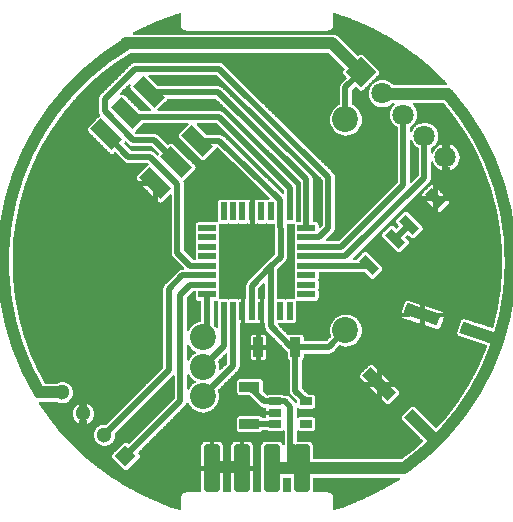
<source format=gtl>
%FSLAX33Y33*%
%MOMM*%
%AMRect-W820710-H1670710-RO0.500*
21,1,0.82071,1.67071,0.,0.,270*%
%AMRect-W1500000-H550000-RO1.500*
21,1,1.5,0.55,0.,0.,90*%
%AMRect-W550000-H1500000-RO1.500*
21,1,0.55,1.5,0.,0.,90*%
%AMRect-W1300000-H1300000-RO1.750*
21,1,1.3,1.3,0.,0.,45*%
%AMRect-W820710-H1670710-RO0.750*
21,1,0.82071,1.67071,0.,0.,225*%
%AMRR-H1300000-W4000000-R120000-RO1.500*
21,1,3.76,1.3,0.,0.,90*
21,1,4.,1.06,0.,0.,90*
1,1,0.24,-0.53,-1.88*
1,1,0.24,-0.53,1.88*
1,1,0.24,0.53,1.88*
1,1,0.24,0.53,-1.88*%
%AMRect-W1000000-H3000000-RO1.750*
21,1,1.,3.,0.,0.,45*%
%AMRect-W820710-H1670710-RO1.750*
21,1,0.82071,1.67071,0.,0.,45*%
%AMRect-W1000000-H3000000-RO1.600*
21,1,1.,3.,0.,0.,71*%
%AMRect-W1800000-H1800000-RO1.750*
21,1,1.8,1.8,0.,0.,45*%
%AMRect-W2540000-H1270000-RO0.250*
21,1,2.54,1.27,0.,0.,315*%
%ADD10C,0.0508*%
%ADD11C,0.508*%
%ADD12C,1.016*%
%ADD13C,2.2*%
%ADD14Rect-W820710-H1670710-RO0.500*%
%ADD15Rect-W1500000-H550000-RO1.500*%
%ADD16Rect-W550000-H1500000-RO1.500*%
%ADD17C,1.3*%
%ADD18Rect-W1300000-H1300000-RO1.750*%
%ADD19Rect-W820710-H1670710-RO0.750*%
%ADD20R,1.X0.66*%
%ADD21RR-H1300000-W4000000-R120000-RO1.500*%
%ADD22Rect-W1000000-H3000000-RO1.750*%
%ADD23R,0.82071X1.67071*%
%ADD24Rect-W820710-H1670710-RO1.750*%
%ADD25Rect-W1000000-H3000000-RO1.600*%
%ADD26C,1.8*%
%ADD27Rect-W1800000-H1800000-RO1.750*%
%ADD28Rect-W2540000-H1270000-RO0.250*%
D10*
%LNpour fill*%
G01*
X-6492Y-20000D02*
X-6492Y-20000D01*
X-6492Y-20000*
X-6482Y-19904*
X-6482Y-19904*
X-6454Y-19812*
X-6454Y-19812*
X-6409Y-19727*
X-6409Y-19727*
X-6348Y-19652*
X-6348Y-19652*
X-6273Y-19591*
X-6273Y-19591*
X-6188Y-19546*
X-6188Y-19546*
X-6096Y-19518*
X-6096Y-19518*
X-6000Y-19508*
X-6000Y-19508*
X-4752Y-19508*
X-4760Y-19401*
X-4760Y-19401*
X-4760Y-17672*
X-4760Y-17672*
X-4385Y-17672*
X-4385Y-17372*
X-4760Y-17372*
X-4760Y-17372*
X-4760Y-15643*
X-4760Y-15643*
X-4755Y-15577*
X-4755Y-15577*
X-4740Y-15513*
X-4740Y-15513*
X-4714Y-15452*
X-4714Y-15452*
X-4680Y-15395*
X-4680Y-15395*
X-4637Y-15345*
X-4637Y-15345*
X-4587Y-15302*
X-4587Y-15302*
X-4530Y-15268*
X-4530Y-15268*
X-4469Y-15242*
X-4469Y-15242*
X-4405Y-15227*
X-4405Y-15227*
X-4339Y-15222*
X-4339Y-15222*
X-3960Y-15222*
X-3960Y-15222*
X-3960Y-15597*
X-3660Y-15597*
X-3660Y-15222*
X-3660Y-15222*
X-3281Y-15222*
X-3281Y-15222*
X-3215Y-15227*
X-3215Y-15227*
X-3151Y-15242*
X-3151Y-15242*
X-3090Y-15268*
X-3090Y-15268*
X-3033Y-15302*
X-3033Y-15302*
X-2983Y-15345*
X-2983Y-15345*
X-2940Y-15395*
X-2940Y-15395*
X-2906Y-15452*
X-2906Y-15452*
X-2880Y-15513*
X-2880Y-15513*
X-2865Y-15577*
X-2865Y-15577*
X-2860Y-15643*
X-2860Y-15643*
X-2860Y-17372*
X-2860Y-17372*
X-3235Y-17372*
X-3235Y-17672*
X-2860Y-17672*
X-2860Y-17672*
X-2860Y-19401*
X-2860Y-19401*
X-2868Y-19508*
X-2212Y-19508*
X-2220Y-19401*
X-2220Y-19401*
X-2220Y-17672*
X-2220Y-17672*
X-1845Y-17672*
X-1845Y-17372*
X-2220Y-17372*
X-2220Y-17372*
X-2220Y-15643*
X-2220Y-15643*
X-2215Y-15577*
X-2215Y-15577*
X-2200Y-15513*
X-2200Y-15513*
X-2174Y-15452*
X-2174Y-15452*
X-2140Y-15395*
X-2140Y-15395*
X-2097Y-15345*
X-2097Y-15345*
X-2047Y-15302*
X-2047Y-15302*
X-1990Y-15268*
X-1990Y-15268*
X-1929Y-15242*
X-1929Y-15242*
X-1865Y-15227*
X-1865Y-15227*
X-1799Y-15222*
X-1799Y-15222*
X-1420Y-15222*
X-1420Y-15222*
X-1420Y-15597*
X-1120Y-15597*
X-1120Y-15222*
X-1120Y-15222*
X-0741Y-15222*
X-0741Y-15222*
X-0675Y-15227*
X-0675Y-15227*
X-0611Y-15242*
X-0611Y-15242*
X-0550Y-15268*
X-0550Y-15268*
X-0493Y-15302*
X-0493Y-15302*
X-0443Y-15345*
X-0443Y-15345*
X-0400Y-15395*
X-0400Y-15395*
X-0366Y-15452*
X-0366Y-15452*
X-0340Y-15513*
X-0340Y-15513*
X-0325Y-15577*
X-0325Y-15577*
X-0320Y-15643*
X-0320Y-15643*
X-0320Y-17372*
X-0320Y-17372*
X-0695Y-17372*
X-0695Y-17672*
X-0320Y-17672*
X-0320Y-17672*
X-0320Y-19401*
X-0320Y-19401*
X-0328Y-19508*
X0328Y-19508*
X0320Y-19401*
X0320Y-19401*
X0320Y-15643*
X0320Y-15643*
X0325Y-15577*
X0325Y-15577*
X0340Y-15513*
X0340Y-15513*
X0366Y-15452*
X0366Y-15452*
X0400Y-15395*
X0400Y-15395*
X0443Y-15345*
X0443Y-15345*
X0493Y-15302*
X0493Y-15302*
X0550Y-15268*
X0550Y-15268*
X0611Y-15242*
X0611Y-15242*
X0675Y-15227*
X0675Y-15227*
X0741Y-15222*
X0741Y-15222*
X1799Y-15222*
X1799Y-15222*
X1865Y-15227*
X1865Y-15227*
X1929Y-15242*
X1929Y-15242*
X1990Y-15268*
X1990Y-15268*
X2047Y-15302*
X2047Y-15302*
X2097Y-15345*
X2097Y-15345*
X2140Y-15395*
X2140Y-15395*
X2174Y-15452*
X2174Y-15452*
X2208Y-15532*
X2309Y-15512*
X2309Y-14378*
X2245Y-14342*
X2185Y-14378*
X2185Y-14378*
X2141Y-14397*
X2141Y-14397*
X2095Y-14408*
X2095Y-14408*
X2048Y-14411*
X2048Y-14411*
X1048Y-14411*
X1048Y-14411*
X1001Y-14408*
X1001Y-14408*
X0955Y-14397*
X0955Y-14397*
X0911Y-14378*
X0911Y-14378*
X0871Y-14354*
X0871Y-14354*
X0849Y-14335*
X0489Y-14335*
X0469Y-14367*
X0469Y-14367*
X0439Y-14403*
X0439Y-14403*
X0403Y-14434*
X0403Y-14434*
X0362Y-14459*
X0362Y-14459*
X0319Y-14477*
X0319Y-14477*
X0273Y-14488*
X0273Y-14488*
X0226Y-14492*
X0226Y-14492*
X-1445Y-14492*
X-1445Y-14492*
X-1492Y-14488*
X-1492Y-14488*
X-1538Y-14477*
X-1538Y-14477*
X-1582Y-14459*
X-1582Y-14459*
X-1622Y-14434*
X-1622Y-14434*
X-1658Y-14403*
X-1658Y-14403*
X-1689Y-14367*
X-1689Y-14367*
X-1713Y-14327*
X-1713Y-14327*
X-1732Y-14283*
X-1732Y-14283*
X-1743Y-14237*
X-1743Y-14237*
X-1746Y-14190*
X-1746Y-14190*
X-1746Y-13370*
X-1746Y-13370*
X-1743Y-13323*
X-1743Y-13323*
X-1732Y-13277*
X-1732Y-13277*
X-1713Y-13233*
X-1713Y-13233*
X-1689Y-13193*
X-1689Y-13193*
X-1658Y-13157*
X-1658Y-13157*
X-1622Y-13126*
X-1622Y-13126*
X-1582Y-13101*
X-1582Y-13101*
X-1538Y-13083*
X-1538Y-13083*
X-1492Y-13072*
X-1492Y-13072*
X-1445Y-13068*
X-1445Y-13068*
X0226Y-13068*
X0226Y-13068*
X0273Y-13072*
X0273Y-13072*
X0319Y-13083*
X0319Y-13083*
X0362Y-13101*
X0362Y-13101*
X0403Y-13126*
X0403Y-13126*
X0439Y-13157*
X0439Y-13157*
X0469Y-13193*
X0469Y-13193*
X0489Y-13225*
X0747Y-13225*
X0747Y-12980*
X0747Y-12980*
X1123Y-12980*
X1123Y-12680*
X0747Y-12680*
X0747Y-12680*
X0747Y-12435*
X0640Y-12435*
X0640Y-12435*
X0532Y-12425*
X0532Y-12425*
X0428Y-12393*
X0428Y-12393*
X0332Y-12342*
X0332Y-12342*
X0248Y-12273*
X0248Y-12273*
X-0683Y-11342*
X-1445Y-11342*
X-1445Y-11342*
X-1492Y-11338*
X-1492Y-11338*
X-1538Y-11327*
X-1538Y-11327*
X-1582Y-11309*
X-1582Y-11309*
X-1622Y-11284*
X-1622Y-11284*
X-1658Y-11253*
X-1658Y-11253*
X-1689Y-11217*
X-1689Y-11217*
X-1713Y-11177*
X-1713Y-11177*
X-1732Y-11133*
X-1732Y-11133*
X-1743Y-11087*
X-1743Y-11087*
X-1746Y-11040*
X-1746Y-11040*
X-1746Y-10220*
X-1746Y-10220*
X-1743Y-10173*
X-1743Y-10173*
X-1732Y-10127*
X-1732Y-10127*
X-1713Y-10083*
X-1713Y-10083*
X-1689Y-10043*
X-1689Y-10043*
X-1658Y-10007*
X-1658Y-10007*
X-1622Y-9976*
X-1622Y-9976*
X-1582Y-9951*
X-1582Y-9951*
X-1538Y-9933*
X-1538Y-9933*
X-1492Y-9922*
X-1492Y-9922*
X-1445Y-9918*
X-1445Y-9918*
X0226Y-9918*
X0226Y-9918*
X0273Y-9922*
X0273Y-9922*
X0319Y-9933*
X0319Y-9933*
X0362Y-9951*
X0362Y-9951*
X0403Y-9976*
X0403Y-9976*
X0439Y-10007*
X0439Y-10007*
X0469Y-10043*
X0469Y-10043*
X0494Y-10083*
X0494Y-10083*
X0512Y-10127*
X0512Y-10127*
X0523Y-10173*
X0523Y-10173*
X0527Y-10220*
X0527Y-10220*
X0527Y-10981*
X0859Y-11314*
X0911Y-11282*
X0911Y-11282*
X0955Y-11263*
X0955Y-11263*
X1001Y-11252*
X1001Y-11252*
X1048Y-11249*
X1048Y-11249*
X2048Y-11249*
X2048Y-11249*
X2095Y-11252*
X2095Y-11252*
X2141Y-11263*
X2141Y-11263*
X2185Y-11282*
X2185Y-11282*
X2225Y-11306*
X2225Y-11306*
X2247Y-11325*
X2420Y-11325*
X2420Y-11325*
X2528Y-11335*
X2528Y-11335*
X2632Y-11367*
X2632Y-11367*
X2728Y-11418*
X2728Y-11418*
X2812Y-11487*
X2812Y-11487*
X3257Y-11932*
X3257Y-11932*
X3293Y-11976*
X3377Y-11946*
X3377Y-11864*
X2882Y-11370*
X2882Y-11370*
X2813Y-11285*
X2813Y-11285*
X2762Y-11189*
X2762Y-11189*
X2730Y-11085*
X2730Y-11085*
X2720Y-10977*
X2720Y-10977*
X2720Y-8374*
X2688Y-8354*
X2688Y-8354*
X2652Y-8323*
X2652Y-8323*
X2621Y-8287*
X2621Y-8287*
X2596Y-8247*
X2596Y-8247*
X2578Y-8203*
X2578Y-8203*
X2567Y-8157*
X2567Y-8157*
X2563Y-8110*
X2563Y-8110*
X2563Y-7685*
X2542Y-7668*
X2542Y-7668*
X0807Y-5933*
X0807Y-5933*
X0738Y-5848*
X0738Y-5848*
X0687Y-5752*
X0687Y-5752*
X0655Y-5648*
X0655Y-5648*
X0645Y-5540*
X0645Y-5540*
X0645Y-5251*
X0550Y-5251*
X0550Y-5251*
X0550Y-4875*
X0250Y-4875*
X0250Y-5251*
X0250Y-5251*
X0125Y-5251*
X0125Y-5251*
X0078Y-5248*
X0078Y-5248*
X0032Y-5237*
X0032Y-5237*
X0Y-5223*
X-0032Y-5237*
X-0032Y-5237*
X-0078Y-5248*
X-0078Y-5248*
X-0125Y-5251*
X-0125Y-5251*
X-0675Y-5251*
X-0675Y-5251*
X-0722Y-5248*
X-0722Y-5248*
X-0768Y-5237*
X-0768Y-5237*
X-0800Y-5223*
X-0832Y-5237*
X-0832Y-5237*
X-0878Y-5248*
X-0878Y-5248*
X-0925Y-5251*
X-0925Y-5251*
X-1050Y-5251*
X-1050Y-5251*
X-1050Y-4875*
X-1350Y-4875*
X-1350Y-5251*
X-1350Y-5251*
X-1445Y-5251*
X-1445Y-8850*
X-1445Y-8850*
X-1455Y-8958*
X-1455Y-8958*
X-1487Y-9062*
X-1487Y-9062*
X-1538Y-9158*
X-1538Y-9158*
X-1607Y-9243*
X-1607Y-9243*
X-3279Y-10914*
X-3209Y-11113*
X-3209Y-11113*
X-3174Y-11425*
X-3174Y-11425*
X-3209Y-11737*
X-3209Y-11737*
X-3313Y-12033*
X-3313Y-12033*
X-3479Y-12299*
X-3479Y-12299*
X-3701Y-12521*
X-3701Y-12521*
X-3967Y-12687*
X-3967Y-12687*
X-4263Y-12791*
X-4263Y-12791*
X-4575Y-12826*
X-4575Y-12826*
X-4887Y-12791*
X-4887Y-12791*
X-5183Y-12687*
X-5183Y-12687*
X-5449Y-12521*
X-5449Y-12521*
X-5671Y-12299*
X-5671Y-12299*
X-5861Y-11996*
X-5941Y-12007*
X-5962Y-12076*
X-5962Y-12076*
X-6013Y-12172*
X-6013Y-12172*
X-6082Y-12256*
X-6082Y-12256*
X-10047Y-16220*
X-9980Y-16287*
X-9980Y-16287*
X-9949Y-16323*
X-9949Y-16323*
X-9925Y-16364*
X-9925Y-16364*
X-9907Y-16407*
X-9907Y-16407*
X-9895Y-16453*
X-9895Y-16453*
X-9892Y-16500*
X-9892Y-16500*
X-9895Y-16548*
X-9895Y-16548*
X-9907Y-16593*
X-9907Y-16594*
X-9925Y-16637*
X-9925Y-16637*
X-9949Y-16677*
X-9949Y-16677*
X-9980Y-16713*
X-9980Y-16713*
X-10899Y-17633*
X-10899Y-17633*
X-10935Y-17663*
X-10935Y-17663*
X-10975Y-17688*
X-10975Y-17688*
X-11019Y-17706*
X-11019Y-17706*
X-11065Y-17717*
X-11065Y-17717*
X-11112Y-17721*
X-11112Y-17721*
X-11159Y-17717*
X-11159Y-17717*
X-11205Y-17706*
X-11205Y-17706*
X-11249Y-17688*
X-11249Y-17688*
X-11289Y-17663*
X-11289Y-17663*
X-11325Y-17633*
X-11325Y-17633*
X-12245Y-16713*
X-12245Y-16713*
X-12275Y-16677*
X-12275Y-16677*
X-12300Y-16637*
X-12300Y-16637*
X-12318Y-16594*
X-12318Y-16593*
X-12329Y-16548*
X-12329Y-16548*
X-12333Y-16500*
X-12333Y-16500*
X-12329Y-16453*
X-12329Y-16453*
X-12318Y-16407*
X-12318Y-16407*
X-12300Y-16364*
X-12300Y-16364*
X-12275Y-16323*
X-12275Y-16323*
X-12245Y-16287*
X-12245Y-16287*
X-11325Y-15368*
X-11325Y-15368*
X-11289Y-15337*
X-11289Y-15337*
X-11249Y-15313*
X-11249Y-15313*
X-11205Y-15295*
X-11205Y-15295*
X-11159Y-15284*
X-11159Y-15284*
X-11112Y-15280*
X-11112Y-15280*
X-11065Y-15284*
X-11065Y-15284*
X-11019Y-15295*
X-11019Y-15295*
X-10975Y-15313*
X-10975Y-15313*
X-10935Y-15337*
X-10935Y-15337*
X-10899Y-15368*
X-10899Y-15368*
X-10832Y-15435*
X-7030Y-11633*
X-7030Y-9722*
X-7108Y-9690*
X-11975Y-14556*
X-11957Y-14704*
X-11957Y-14704*
X-11985Y-14932*
X-11985Y-14932*
X-12066Y-15146*
X-12066Y-15146*
X-12196Y-15335*
X-12196Y-15335*
X-12368Y-15487*
X-12368Y-15487*
X-12571Y-15594*
X-12571Y-15594*
X-12794Y-15649*
X-12794Y-15649*
X-13023Y-15649*
X-13023Y-15649*
X-13246Y-15594*
X-13246Y-15594*
X-13449Y-15487*
X-13449Y-15487*
X-13620Y-15335*
X-13620Y-15335*
X-13751Y-15146*
X-13751Y-15146*
X-13832Y-14932*
X-13832Y-14932*
X-13860Y-14704*
X-13860Y-14704*
X-13832Y-14477*
X-13832Y-14477*
X-13751Y-14262*
X-13751Y-14262*
X-13620Y-14074*
X-13620Y-14074*
X-13449Y-13921*
X-13449Y-13921*
X-13246Y-13815*
X-13246Y-13815*
X-13023Y-13760*
X-13023Y-13760*
X-12794Y-13760*
X-12794Y-13760*
X-12758Y-13769*
X-7980Y-8991*
X-7980Y-2350*
X-7980Y-2350*
X-7970Y-2242*
X-7970Y-2242*
X-7938Y-2138*
X-7938Y-2138*
X-7887Y-2042*
X-7887Y-2042*
X-7818Y-1957*
X-7818Y-1957*
X-6668Y-0807*
X-6668Y-0807*
X-6583Y-0738*
X-6583Y-0738*
X-6487Y-0687*
X-6487Y-0687*
X-6383Y-0655*
X-6383Y-0655*
X-6246Y-0642*
X-6219Y-0566*
X-7093Y0307*
X-7093Y0307*
X-7162Y0392*
X-7162Y0392*
X-7213Y0487*
X-7213Y0488*
X-7245Y0592*
X-7245Y0592*
X-7255Y0700*
X-7255Y0700*
X-7255Y5608*
X-7333Y5640*
X-7944Y5029*
X-7944Y5029*
X-7980Y4998*
X-7980Y4998*
X-8021Y4974*
X-8021Y4974*
X-8064Y4956*
X-8064Y4956*
X-8110Y4945*
X-8110Y4945*
X-8157Y4941*
X-8157Y4941*
X-8204Y4945*
X-8204Y4945*
X-8250Y4956*
X-8250Y4956*
X-8294Y4974*
X-8294Y4974*
X-8334Y4998*
X-8334Y4998*
X-8370Y5029*
X-8370Y5029*
X-8457Y5115*
X-8457Y5115*
X-8457Y5916*
X-8756Y5916*
X-8756Y5415*
X-8756Y5415*
X-9780Y6439*
X-9780Y6439*
X-9280Y6439*
X-9280Y6739*
X-10080Y6739*
X-10080Y6739*
X-10166Y6825*
X-10166Y6825*
X-10197Y6861*
X-10197Y6861*
X-10222Y6901*
X-10222Y6901*
X-10240Y6945*
X-10240Y6945*
X-10251Y6991*
X-10251Y6991*
X-10255Y7038*
X-10255Y7038*
X-10251Y7085*
X-10251Y7085*
X-10240Y7131*
X-10240Y7131*
X-10222Y7175*
X-10222Y7175*
X-10197Y7215*
X-10197Y7215*
X-10166Y7251*
X-10166Y7251*
X-9268Y8149*
X-9268Y8149*
X-9208Y8201*
X-9285Y8279*
X-10851Y8279*
X-10851Y8279*
X-10960Y8290*
X-10960Y8290*
X-11064Y8321*
X-11064Y8321*
X-11160Y8373*
X-11160Y8373*
X-11244Y8442*
X-11244Y8442*
X-12017Y9215*
X-12074Y9159*
X-12074Y9159*
X-12110Y9128*
X-12110Y9128*
X-12150Y9103*
X-12150Y9103*
X-12194Y9085*
X-12194Y9085*
X-12240Y9074*
X-12240Y9074*
X-12287Y9070*
X-12287Y9070*
X-12334Y9074*
X-12334Y9074*
X-12380Y9085*
X-12380Y9085*
X-12424Y9103*
X-12424Y9103*
X-12464Y9128*
X-12464Y9128*
X-12500Y9159*
X-12500Y9159*
X-14296Y10955*
X-14296Y10955*
X-14327Y10991*
X-14327Y10991*
X-14351Y11031*
X-14351Y11031*
X-14369Y11075*
X-14369Y11075*
X-14380Y11121*
X-14380Y11121*
X-14384Y11168*
X-14384Y11168*
X-14380Y11215*
X-14380Y11215*
X-14369Y11261*
X-14369Y11261*
X-14351Y11304*
X-14351Y11304*
X-14327Y11345*
X-14327Y11345*
X-14296Y11381*
X-14296Y11381*
X-13398Y12279*
X-13398Y12279*
X-13324Y12342*
X-13388Y12463*
X-13388Y12463*
X-13420Y12567*
X-13420Y12567*
X-13430Y12675*
X-13430Y12675*
X-13430Y13723*
X-13430Y13723*
X-13420Y13831*
X-13420Y13831*
X-13388Y13935*
X-13388Y13935*
X-13337Y14031*
X-13337Y14031*
X-13268Y14115*
X-13268Y14115*
X-10690Y16693*
X-10690Y16693*
X-10606Y16762*
X-10606Y16762*
X-10510Y16813*
X-10510Y16813*
X-10406Y16845*
X-10406Y16845*
X-10298Y16855*
X-10298Y16855*
X-3250Y16855*
X-3250Y16855*
X-3142Y16845*
X-3142Y16845*
X-3038Y16813*
X-3038Y16813*
X-2942Y16762*
X-2942Y16762*
X-2857Y16693*
X-2857Y16693*
X-2847Y16680*
X-2836Y16671*
X-2836Y16671*
X6468Y7518*
X6468Y7518*
X6501Y7477*
X6534Y7437*
X6534Y7437*
X6535Y7435*
X6537Y7433*
X6537Y7433*
X6561Y7387*
X6586Y7342*
X6586Y7342*
X6587Y7339*
X6588Y7337*
X6588Y7337*
X6603Y7288*
X6619Y7238*
X6619Y7238*
X6619Y7235*
X6620Y7233*
X6620Y7233*
X6625Y7181*
X6630Y7129*
X6630Y7129*
X6630Y2825*
X6630Y2825*
X6620Y2717*
X6620Y2717*
X6588Y2613*
X6588Y2613*
X6537Y2517*
X6537Y2517*
X6468Y2432*
X6468Y2432*
X5869Y1833*
X5901Y1755*
X6920Y1755*
X11845Y6680*
X11845Y11345*
X11718Y11411*
X11718Y11411*
X11501Y11603*
X11501Y11603*
X11336Y11842*
X11336Y11842*
X11234Y12113*
X11234Y12113*
X11199Y12400*
X11199Y12400*
X11234Y12687*
X11234Y12687*
X11336Y12958*
X11336Y12958*
X11501Y13197*
X11501Y13197*
X11600Y13284*
X11569Y13366*
X11465Y13366*
X11286Y13207*
X11286Y13207*
X11030Y13073*
X11030Y13073*
X10749Y13004*
X10749Y13004*
X10459Y13004*
X10459Y13004*
X10178Y13073*
X10178Y13073*
X9922Y13207*
X9922Y13207*
X9705Y13399*
X9705Y13399*
X9540Y13638*
X9540Y13638*
X9438Y13909*
X9438Y13909*
X9403Y14196*
X9403Y14196*
X9438Y14484*
X9438Y14484*
X9540Y14754*
X9540Y14754*
X9705Y14993*
X9705Y14993*
X9922Y15185*
X9922Y15185*
X10178Y15319*
X10178Y15319*
X10459Y15389*
X10459Y15389*
X10749Y15389*
X10749Y15389*
X11030Y15319*
X11030Y15319*
X11286Y15185*
X11286Y15185*
X11513Y14984*
X16001Y14984*
X16034Y15060*
X15639Y15487*
X14599Y16470*
X13497Y17384*
X12339Y18225*
X11128Y18988*
X9871Y19672*
X8571Y20272*
X7235Y20786*
X6492Y21018*
X6492Y20000*
X6492Y20000*
X6482Y19904*
X6482Y19904*
X6454Y19812*
X6454Y19812*
X6409Y19727*
X6409Y19727*
X6348Y19652*
X6348Y19652*
X6273Y19591*
X6273Y19591*
X6188Y19546*
X6188Y19546*
X6096Y19518*
X6096Y19518*
X6000Y19508*
X6000Y19508*
X-6000Y19508*
X-6000Y19508*
X-6096Y19518*
X-6096Y19518*
X-6188Y19546*
X-6188Y19546*
X-6273Y19591*
X-6273Y19591*
X-6348Y19652*
X-6348Y19652*
X-6409Y19727*
X-6409Y19727*
X-6454Y19812*
X-6454Y19812*
X-6482Y19904*
X-6482Y19904*
X-6492Y20000*
X-6492Y20000*
X-6492Y21018*
X-7235Y20786*
X-8571Y20272*
X-9871Y19672*
X-10454Y19355*
X-10430Y19259*
X6350Y19259*
X6350Y19259*
X6508Y19244*
X6508Y19244*
X6660Y19198*
X6660Y19198*
X6800Y19123*
X6800Y19123*
X6922Y19022*
X6922Y19022*
X8531Y17414*
X8595Y17478*
X8595Y17478*
X8631Y17509*
X8631Y17509*
X8671Y17533*
X8671Y17533*
X8715Y17551*
X8715Y17551*
X8761Y17562*
X8761Y17562*
X8808Y17566*
X8808Y17566*
X8855Y17562*
X8855Y17562*
X8901Y17551*
X8901Y17551*
X8945Y17533*
X8945Y17533*
X8985Y17509*
X8985Y17509*
X9021Y17478*
X9021Y17478*
X10294Y16205*
X10294Y16205*
X10324Y16169*
X10324Y16169*
X10349Y16129*
X10349Y16129*
X10367Y16085*
X10367Y16085*
X10378Y16039*
X10378Y16039*
X10382Y15992*
X10382Y15992*
X10378Y15945*
X10378Y15945*
X10367Y15899*
X10367Y15899*
X10349Y15855*
X10349Y15855*
X10324Y15815*
X10324Y15815*
X10294Y15779*
X10294Y15779*
X9021Y14506*
X9021Y14506*
X8985Y14476*
X8985Y14476*
X8945Y14451*
X8945Y14451*
X8901Y14433*
X8901Y14433*
X8855Y14422*
X8855Y14422*
X8808Y14418*
X8808Y14418*
X8761Y14422*
X8761Y14422*
X8715Y14433*
X8715Y14433*
X8671Y14451*
X8671Y14451*
X8631Y14476*
X8631Y14476*
X8595Y14506*
X8595Y14506*
X8351Y14750*
X8080Y14479*
X8080Y13281*
X8133Y13262*
X8133Y13262*
X8399Y13096*
X8399Y13096*
X8621Y12874*
X8621Y12874*
X8787Y12608*
X8787Y12608*
X8891Y12312*
X8891Y12312*
X8926Y12000*
X8926Y12000*
X8891Y11688*
X8891Y11688*
X8787Y11392*
X8787Y11392*
X8621Y11126*
X8621Y11126*
X8399Y10904*
X8399Y10904*
X8133Y10738*
X8133Y10738*
X7837Y10634*
X7837Y10634*
X7525Y10599*
X7525Y10599*
X7213Y10634*
X7213Y10634*
X6917Y10738*
X6917Y10738*
X6651Y10904*
X6651Y10904*
X6429Y11126*
X6429Y11126*
X6263Y11392*
X6263Y11392*
X6159Y11688*
X6159Y11688*
X6124Y12000*
X6124Y12000*
X6159Y12312*
X6159Y12312*
X6263Y12608*
X6263Y12608*
X6429Y12874*
X6429Y12874*
X6651Y13096*
X6651Y13096*
X6917Y13262*
X6917Y13262*
X6970Y13281*
X6970Y14709*
X6970Y14709*
X6980Y14818*
X6980Y14818*
X7012Y14922*
X7012Y14922*
X7063Y15018*
X7063Y15018*
X7132Y15102*
X7132Y15102*
X7566Y15535*
X7322Y15779*
X7322Y15779*
X7291Y15815*
X7291Y15815*
X7267Y15855*
X7267Y15855*
X7249Y15899*
X7249Y15899*
X7238Y15945*
X7238Y15945*
X7234Y15992*
X7234Y15992*
X7238Y16039*
X7238Y16039*
X7249Y16085*
X7249Y16085*
X7267Y16129*
X7267Y16129*
X7291Y16169*
X7291Y16169*
X7322Y16205*
X7322Y16205*
X7386Y16269*
X6015Y17641*
X-10661Y17641*
X-11928Y16819*
X-13219Y15829*
X-14428Y14740*
X-15548Y13560*
X-16572Y12295*
X-17492Y10953*
X-18304Y9542*
X-19003Y8073*
X-19583Y6552*
X-20042Y4991*
X-20377Y3398*
X-20585Y1785*
X-20665Y0159*
X-20617Y-1467*
X-20441Y-3085*
X-20138Y-4684*
X-19710Y-6254*
X-19160Y-7786*
X-18491Y-9269*
X-17923Y-10303*
X-16991Y-10303*
X-16838Y-10223*
X-16838Y-10223*
X-16615Y-10168*
X-16615Y-10168*
X-16386Y-10168*
X-16386Y-10168*
X-16163Y-10223*
X-16163Y-10223*
X-15960Y-10329*
X-15960Y-10329*
X-15788Y-10481*
X-15788Y-10481*
X-15658Y-10670*
X-15658Y-10670*
X-15577Y-10885*
X-15577Y-10885*
X-15549Y-11112*
X-15549Y-11112*
X-15577Y-11340*
X-15577Y-11340*
X-15658Y-11554*
X-15658Y-11554*
X-15788Y-11743*
X-15788Y-11743*
X-15960Y-11895*
X-15960Y-11895*
X-16163Y-12002*
X-16163Y-12002*
X-16386Y-12057*
X-16386Y-12057*
X-16615Y-12057*
X-16615Y-12057*
X-16838Y-12002*
X-16838Y-12002*
X-16991Y-11922*
X-18416Y-11922*
X-18452Y-11986*
X-18345Y-12161*
X-17515Y-13327*
X-16612Y-14437*
X-15639Y-15487*
X-14599Y-16470*
X-13497Y-17384*
X-12339Y-18225*
X-11128Y-18988*
X-9871Y-19672*
X-8571Y-20272*
X-7235Y-20786*
X-6492Y-21018*
X-6492Y-20000*
X0535Y-8411D02*
X0275Y-8411D01*
X0275Y-8035*
X-0025Y-8035*
X-0025Y-8411*
X-0285Y-8411*
X-0332Y-8408*
X-0378Y-8397*
X-0422Y-8379*
X-0462Y-8354*
X-0498Y-8323*
X-0529Y-8287*
X-0554Y-8247*
X-0572Y-8203*
X-0583Y-8157*
X-0586Y-8110*
X-0586Y-7425*
X-0210Y-7425*
X-0210Y-7125*
X-0586Y-7125*
X-0586Y-6440*
X-0583Y-6393*
X-0572Y-6347*
X-0554Y-6303*
X-0529Y-6263*
X-0498Y-6227*
X-0462Y-6196*
X-0422Y-6171*
X-0378Y-6153*
X-0332Y-6142*
X-0285Y-6139*
X-0025Y-6139*
X-0025Y-6515*
X0275Y-6515*
X0275Y-6139*
X0535Y-6139*
X0582Y-6142*
X0628Y-6153*
X0672Y-6171*
X0712Y-6196*
X0748Y-6227*
X0779Y-6263*
X0804Y-6303*
X0822Y-6347*
X0833Y-6393*
X0836Y-6440*
X0836Y-7125*
X0460Y-7125*
X0460Y-7425*
X0836Y-7425*
X0836Y-8110*
X0833Y-8157*
X0822Y-8203*
X0804Y-8247*
X0779Y-8287*
X0748Y-8323*
X0712Y-8354*
X0672Y-8379*
X0628Y-8397*
X0582Y-8408*
X0535Y-8411*
X-14404Y-13807D02*
X-14404Y-13479D01*
X-15004Y-13479*
X-15004Y-13807*
X-15042Y-13798*
X-15245Y-13691*
X-15416Y-13539*
X-15546Y-13350*
X-15628Y-13136*
X-15655Y-12908*
X-15628Y-12681*
X-15546Y-12466*
X-15416Y-12278*
X-15245Y-12126*
X-15042Y-12019*
X-15004Y-12010*
X-15004Y-12338*
X-14404Y-12338*
X-14404Y-12010*
X-14367Y-12019*
X-14164Y-12126*
X-13993Y-12278*
X-13862Y-12466*
X-13781Y-12681*
X-13753Y-12908*
X-13781Y-13136*
X-13862Y-13350*
X-13993Y-13539*
X-14164Y-13691*
X-14367Y-13798*
X-14404Y-13807*
X-6650Y-20969D02*
X-6491Y-20969D01*
X-6809Y-20919D02*
X-6491Y-20919D01*
X-6968Y-20870D02*
X-6491Y-20870D01*
X-7126Y-20820D02*
X-6491Y-20820D01*
X-7276Y-20771D02*
X-6491Y-20771D01*
X-7404Y-20721D02*
X-6491Y-20721D01*
X-7533Y-20671D02*
X-6491Y-20671D01*
X-7662Y-20622D02*
X-6491Y-20622D01*
X-7790Y-20572D02*
X-6491Y-20572D01*
X-7919Y-20523D02*
X-6491Y-20523D01*
X-8048Y-20473D02*
X-6492Y-20473D01*
X-8176Y-20424D02*
X-6492Y-20424D01*
X-8305Y-20374D02*
X-6492Y-20374D01*
X-8434Y-20325D02*
X-6492Y-20325D01*
X-8562Y-20275D02*
X-6492Y-20275D01*
X-8671Y-20226D02*
X-6492Y-20226D01*
X-8778Y-20176D02*
X-6492Y-20176D01*
X-8886Y-20127D02*
X-6492Y-20127D01*
X-8993Y-20077D02*
X-6492Y-20077D01*
X-9100Y-20028D02*
X-6492Y-20028D01*
X-9207Y-19978D02*
X-6489Y-19978D01*
X-9315Y-19929D02*
X-6484Y-19929D01*
X-9422Y-19879D02*
X-6474Y-19879D01*
X-9529Y-19829D02*
X-6459Y-19829D01*
X-9637Y-19780D02*
X-6437Y-19780D01*
X-9744Y-19730D02*
X-6411Y-19730D01*
X-9851Y-19681D02*
X-6371Y-19681D01*
X-9945Y-19631D02*
X-6322Y-19631D01*
X-10036Y-19582D02*
X-6255Y-19582D01*
X-10128Y-19532D02*
X-6143Y-19532D01*
X-10219Y-19483D02*
X-4754Y-19483D01*
X-2866Y-19483D02*
X-2214Y-19483D01*
X-0326Y-19483D02*
X0326Y-19483D01*
X-10310Y-19433D02*
X-4757Y-19433D01*
X-2863Y-19433D02*
X-2217Y-19433D01*
X-0323Y-19433D02*
X0323Y-19433D01*
X-10401Y-19384D02*
X-4760Y-19384D01*
X-2860Y-19384D02*
X-2220Y-19384D01*
X-0320Y-19384D02*
X0320Y-19384D01*
X-10492Y-19334D02*
X-4760Y-19334D01*
X-2860Y-19334D02*
X-2220Y-19334D01*
X-0320Y-19334D02*
X0320Y-19334D01*
X-10584Y-19285D02*
X-4760Y-19285D01*
X-2860Y-19285D02*
X-2220Y-19285D01*
X-0320Y-19285D02*
X0320Y-19285D01*
X-10675Y-19235D02*
X-4760Y-19235D01*
X-2860Y-19235D02*
X-2220Y-19235D01*
X-0320Y-19235D02*
X0320Y-19235D01*
X-10766Y-19186D02*
X-4760Y-19186D01*
X-2860Y-19186D02*
X-2220Y-19186D01*
X-0320Y-19186D02*
X0320Y-19186D01*
X-10857Y-19136D02*
X-4760Y-19136D01*
X-2860Y-19136D02*
X-2220Y-19136D01*
X-0320Y-19136D02*
X0320Y-19136D01*
X-10948Y-19087D02*
X-4760Y-19087D01*
X-2860Y-19087D02*
X-2220Y-19087D01*
X-0320Y-19087D02*
X0320Y-19087D01*
X-11039Y-19037D02*
X-4760Y-19037D01*
X-2860Y-19037D02*
X-2220Y-19037D01*
X-0320Y-19037D02*
X0320Y-19037D01*
X-11130Y-18987D02*
X-4760Y-18987D01*
X-2860Y-18987D02*
X-2220Y-18987D01*
X-0320Y-18987D02*
X0320Y-18987D01*
X-11209Y-18938D02*
X-4760Y-18938D01*
X-2860Y-18938D02*
X-2220Y-18938D01*
X-0320Y-18938D02*
X0320Y-18938D01*
X-11287Y-18888D02*
X-4760Y-18888D01*
X-2860Y-18888D02*
X-2220Y-18888D01*
X-0320Y-18888D02*
X0320Y-18888D01*
X-11366Y-18839D02*
X-4760Y-18839D01*
X-2860Y-18839D02*
X-2220Y-18839D01*
X-0320Y-18839D02*
X0320Y-18839D01*
X-11445Y-18789D02*
X-4760Y-18789D01*
X-2860Y-18789D02*
X-2220Y-18789D01*
X-0320Y-18789D02*
X0320Y-18789D01*
X-11523Y-18740D02*
X-4760Y-18740D01*
X-2860Y-18740D02*
X-2220Y-18740D01*
X-0320Y-18740D02*
X0320Y-18740D01*
X-11602Y-18690D02*
X-4760Y-18690D01*
X-2860Y-18690D02*
X-2220Y-18690D01*
X-0320Y-18690D02*
X0320Y-18690D01*
X-11680Y-18641D02*
X-4760Y-18641D01*
X-2860Y-18641D02*
X-2220Y-18641D01*
X-0320Y-18641D02*
X0320Y-18641D01*
X-11759Y-18591D02*
X-4760Y-18591D01*
X-2860Y-18591D02*
X-2220Y-18591D01*
X-0320Y-18591D02*
X0320Y-18591D01*
X-11837Y-18542D02*
X-4760Y-18542D01*
X-2860Y-18542D02*
X-2220Y-18542D01*
X-0320Y-18542D02*
X0320Y-18542D01*
X-11916Y-18492D02*
X-4760Y-18492D01*
X-2860Y-18492D02*
X-2220Y-18492D01*
X-0320Y-18492D02*
X0320Y-18492D01*
X-11994Y-18443D02*
X-4760Y-18443D01*
X-2860Y-18443D02*
X-2220Y-18443D01*
X-0320Y-18443D02*
X0320Y-18443D01*
X-12073Y-18393D02*
X-4760Y-18393D01*
X-2860Y-18393D02*
X-2220Y-18393D01*
X-0320Y-18393D02*
X0320Y-18393D01*
X-12151Y-18344D02*
X-4760Y-18344D01*
X-2860Y-18344D02*
X-2220Y-18344D01*
X-0320Y-18344D02*
X0320Y-18344D01*
X-12230Y-18294D02*
X-4760Y-18294D01*
X-2860Y-18294D02*
X-2220Y-18294D01*
X-0320Y-18294D02*
X0320Y-18294D01*
X-12308Y-18244D02*
X-4760Y-18244D01*
X-2860Y-18244D02*
X-2220Y-18244D01*
X-0320Y-18244D02*
X0320Y-18244D01*
X-12381Y-18195D02*
X-4760Y-18195D01*
X-2860Y-18195D02*
X-2220Y-18195D01*
X-0320Y-18195D02*
X0320Y-18195D01*
X-12449Y-18145D02*
X-4760Y-18145D01*
X-2860Y-18145D02*
X-2220Y-18145D01*
X-0320Y-18145D02*
X0320Y-18145D01*
X-12517Y-18096D02*
X-4760Y-18096D01*
X-2860Y-18096D02*
X-2220Y-18096D01*
X-0320Y-18096D02*
X0320Y-18096D01*
X-12586Y-18046D02*
X-4760Y-18046D01*
X-2860Y-18046D02*
X-2220Y-18046D01*
X-0320Y-18046D02*
X0320Y-18046D01*
X-12654Y-17997D02*
X-4760Y-17997D01*
X-2860Y-17997D02*
X-2220Y-17997D01*
X-0320Y-17997D02*
X0320Y-17997D01*
X-12722Y-17947D02*
X-4760Y-17947D01*
X-2860Y-17947D02*
X-2220Y-17947D01*
X-0320Y-17947D02*
X0320Y-17947D01*
X-12790Y-17898D02*
X-4760Y-17898D01*
X-2860Y-17898D02*
X-2220Y-17898D01*
X-0320Y-17898D02*
X0320Y-17898D01*
X-12859Y-17848D02*
X-4760Y-17848D01*
X-2860Y-17848D02*
X-2220Y-17848D01*
X-0320Y-17848D02*
X0320Y-17848D01*
X-12927Y-17799D02*
X-4760Y-17799D01*
X-2860Y-17799D02*
X-2220Y-17799D01*
X-0320Y-17799D02*
X0320Y-17799D01*
X-12995Y-17749D02*
X-4760Y-17749D01*
X-2860Y-17749D02*
X-2220Y-17749D01*
X-0320Y-17749D02*
X0320Y-17749D01*
X-13063Y-17700D02*
X-11220Y-17700D01*
X-11004Y-17700D02*
X-4760Y-17700D01*
X-2860Y-17700D02*
X-2220Y-17700D01*
X-0320Y-17700D02*
X0320Y-17700D01*
X-13132Y-17650D02*
X-11304Y-17650D01*
X-10920Y-17650D02*
X-4385Y-17650D01*
X-3235Y-17650D02*
X-1845Y-17650D01*
X-0695Y-17650D02*
X0320Y-17650D01*
X-13200Y-17601D02*
X-11357Y-17601D01*
X-10868Y-17601D02*
X-4385Y-17601D01*
X-3235Y-17601D02*
X-1845Y-17601D01*
X-0695Y-17601D02*
X0320Y-17601D01*
X-13268Y-17551D02*
X-11407Y-17551D01*
X-10818Y-17551D02*
X-4385Y-17551D01*
X-3235Y-17551D02*
X-1845Y-17551D01*
X-0695Y-17551D02*
X0320Y-17551D01*
X-13336Y-17502D02*
X-11456Y-17502D01*
X-10768Y-17502D02*
X-4385Y-17502D01*
X-3235Y-17502D02*
X-1845Y-17502D01*
X-0695Y-17502D02*
X0320Y-17502D01*
X-13405Y-17452D02*
X-11506Y-17452D01*
X-10719Y-17452D02*
X-4385Y-17452D01*
X-3235Y-17452D02*
X-1845Y-17452D01*
X-0695Y-17452D02*
X0320Y-17452D01*
X-13473Y-17402D02*
X-11555Y-17402D01*
X-10669Y-17402D02*
X-4385Y-17402D01*
X-3235Y-17402D02*
X-1845Y-17402D01*
X-0695Y-17402D02*
X0320Y-17402D01*
X-13536Y-17353D02*
X-11605Y-17353D01*
X-10620Y-17353D02*
X-4760Y-17353D01*
X-2860Y-17353D02*
X-2220Y-17353D01*
X-0320Y-17353D02*
X0320Y-17353D01*
X-13595Y-17303D02*
X-11654Y-17303D01*
X-10570Y-17303D02*
X-4760Y-17303D01*
X-2860Y-17303D02*
X-2220Y-17303D01*
X-0320Y-17303D02*
X0320Y-17303D01*
X-13655Y-17254D02*
X-11704Y-17254D01*
X-10521Y-17254D02*
X-4760Y-17254D01*
X-2860Y-17254D02*
X-2220Y-17254D01*
X-0320Y-17254D02*
X0320Y-17254D01*
X-13715Y-17204D02*
X-11753Y-17204D01*
X-10471Y-17204D02*
X-4760Y-17204D01*
X-2860Y-17204D02*
X-2220Y-17204D01*
X-0320Y-17204D02*
X0320Y-17204D01*
X-13775Y-17155D02*
X-11803Y-17155D01*
X-10422Y-17155D02*
X-4760Y-17155D01*
X-2860Y-17155D02*
X-2220Y-17155D01*
X-0320Y-17155D02*
X0320Y-17155D01*
X-13834Y-17105D02*
X-11852Y-17105D01*
X-10372Y-17105D02*
X-4760Y-17105D01*
X-2860Y-17105D02*
X-2220Y-17105D01*
X-0320Y-17105D02*
X0320Y-17105D01*
X-13894Y-17056D02*
X-11902Y-17056D01*
X-10323Y-17056D02*
X-4760Y-17056D01*
X-2860Y-17056D02*
X-2220Y-17056D01*
X-0320Y-17056D02*
X0320Y-17056D01*
X-13954Y-17006D02*
X-11951Y-17006D01*
X-10273Y-17006D02*
X-4760Y-17006D01*
X-2860Y-17006D02*
X-2220Y-17006D01*
X-0320Y-17006D02*
X0320Y-17006D01*
X-14013Y-16957D02*
X-12001Y-16957D01*
X-10224Y-16957D02*
X-4760Y-16957D01*
X-2860Y-16957D02*
X-2220Y-16957D01*
X-0320Y-16957D02*
X0320Y-16957D01*
X-14073Y-16907D02*
X-12050Y-16907D01*
X-10174Y-16907D02*
X-4760Y-16907D01*
X-2860Y-16907D02*
X-2220Y-16907D01*
X-0320Y-16907D02*
X0320Y-16907D01*
X-14133Y-16858D02*
X-12100Y-16858D01*
X-10125Y-16858D02*
X-4760Y-16858D01*
X-2860Y-16858D02*
X-2220Y-16858D01*
X-0320Y-16858D02*
X0320Y-16858D01*
X-14192Y-16808D02*
X-12149Y-16808D01*
X-10075Y-16808D02*
X-4760Y-16808D01*
X-2860Y-16808D02*
X-2220Y-16808D01*
X-0320Y-16808D02*
X0320Y-16808D01*
X-14252Y-16759D02*
X-12199Y-16759D01*
X-10026Y-16759D02*
X-4760Y-16759D01*
X-2860Y-16759D02*
X-2220Y-16759D01*
X-0320Y-16759D02*
X0320Y-16759D01*
X-14312Y-16709D02*
X-12248Y-16709D01*
X-9977Y-16709D02*
X-4760Y-16709D01*
X-2860Y-16709D02*
X-2220Y-16709D01*
X-0320Y-16709D02*
X0320Y-16709D01*
X-14371Y-16660D02*
X-12286Y-16660D01*
X-9939Y-16660D02*
X-4760Y-16660D01*
X-2860Y-16660D02*
X-2220Y-16660D01*
X-0320Y-16660D02*
X0320Y-16660D01*
X-14431Y-16610D02*
X-12311Y-16610D01*
X-9914Y-16610D02*
X-4760Y-16610D01*
X-2860Y-16610D02*
X-2220Y-16610D01*
X-0320Y-16610D02*
X0320Y-16610D01*
X-14491Y-16560D02*
X-12326Y-16560D01*
X-9899Y-16560D02*
X-4760Y-16560D01*
X-2860Y-16560D02*
X-2220Y-16560D01*
X-0320Y-16560D02*
X0320Y-16560D01*
X-14550Y-16511D02*
X-12332Y-16511D01*
X-9893Y-16511D02*
X-4760Y-16511D01*
X-2860Y-16511D02*
X-2220Y-16511D01*
X-0320Y-16511D02*
X0320Y-16511D01*
X-14609Y-16461D02*
X-12329Y-16461D01*
X-9895Y-16461D02*
X-4760Y-16461D01*
X-2860Y-16461D02*
X-2220Y-16461D01*
X-0320Y-16461D02*
X0320Y-16461D01*
X-14661Y-16412D02*
X-12319Y-16412D01*
X-9906Y-16412D02*
X-4760Y-16412D01*
X-2860Y-16412D02*
X-2220Y-16412D01*
X-0320Y-16412D02*
X0320Y-16412D01*
X-14713Y-16362D02*
X-12299Y-16362D01*
X-9926Y-16362D02*
X-4760Y-16362D01*
X-2860Y-16362D02*
X-2220Y-16362D01*
X-0320Y-16362D02*
X0320Y-16362D01*
X-14766Y-16313D02*
X-12266Y-16313D01*
X-9959Y-16313D02*
X-4760Y-16313D01*
X-2860Y-16313D02*
X-2220Y-16313D01*
X-0320Y-16313D02*
X0320Y-16313D01*
X-14818Y-16263D02*
X-12220Y-16263D01*
X-10004Y-16263D02*
X-4760Y-16263D01*
X-2860Y-16263D02*
X-2220Y-16263D01*
X-0320Y-16263D02*
X0320Y-16263D01*
X-14870Y-16214D02*
X-12171Y-16214D01*
X-10041Y-16214D02*
X-4760Y-16214D01*
X-2860Y-16214D02*
X-2220Y-16214D01*
X-0320Y-16214D02*
X0320Y-16214D01*
X-14923Y-16164D02*
X-12121Y-16164D01*
X-9991Y-16164D02*
X-4760Y-16164D01*
X-2860Y-16164D02*
X-2220Y-16164D01*
X-0320Y-16164D02*
X0320Y-16164D01*
X-14975Y-16115D02*
X-12071Y-16115D01*
X-9942Y-16115D02*
X-4760Y-16115D01*
X-2860Y-16115D02*
X-2220Y-16115D01*
X-0320Y-16115D02*
X0320Y-16115D01*
X-15027Y-16065D02*
X-12022Y-16065D01*
X-9892Y-16065D02*
X-4760Y-16065D01*
X-2860Y-16065D02*
X-2220Y-16065D01*
X-0320Y-16065D02*
X0320Y-16065D01*
X-15080Y-16016D02*
X-11972Y-16016D01*
X-9843Y-16016D02*
X-4760Y-16016D01*
X-2860Y-16016D02*
X-2220Y-16016D01*
X-0320Y-16016D02*
X0320Y-16016D01*
X-15132Y-15966D02*
X-11923Y-15966D01*
X-9793Y-15966D02*
X-4760Y-15966D01*
X-2860Y-15966D02*
X-2220Y-15966D01*
X-0320Y-15966D02*
X0320Y-15966D01*
X-15185Y-15917D02*
X-11873Y-15917D01*
X-9744Y-15917D02*
X-4760Y-15917D01*
X-2860Y-15917D02*
X-2220Y-15917D01*
X-0320Y-15917D02*
X0320Y-15917D01*
X-15237Y-15867D02*
X-11824Y-15867D01*
X-9694Y-15867D02*
X-4760Y-15867D01*
X-2860Y-15867D02*
X-2220Y-15867D01*
X-0320Y-15867D02*
X0320Y-15867D01*
X-15289Y-15818D02*
X-11774Y-15818D01*
X-9644Y-15818D02*
X-4760Y-15818D01*
X-2860Y-15818D02*
X-2220Y-15818D01*
X-0320Y-15818D02*
X0320Y-15818D01*
X-15342Y-15768D02*
X-11725Y-15768D01*
X-9595Y-15768D02*
X-4760Y-15768D01*
X-2860Y-15768D02*
X-2220Y-15768D01*
X-0320Y-15768D02*
X0320Y-15768D01*
X-15394Y-15718D02*
X-11675Y-15718D01*
X-9545Y-15718D02*
X-4760Y-15718D01*
X-2860Y-15718D02*
X-2220Y-15718D01*
X-0320Y-15718D02*
X0320Y-15718D01*
X-15446Y-15669D02*
X-11626Y-15669D01*
X-9496Y-15669D02*
X-4760Y-15669D01*
X-2860Y-15669D02*
X-2220Y-15669D01*
X-0320Y-15669D02*
X0320Y-15669D01*
X-15499Y-15619D02*
X-13141Y-15619D01*
X-12676Y-15619D02*
X-11576Y-15619D01*
X-9446Y-15619D02*
X-4758Y-15619D01*
X-2862Y-15619D02*
X-2218Y-15619D01*
X-0322Y-15619D02*
X0322Y-15619D01*
X-15551Y-15570D02*
X-13291Y-15570D01*
X-12526Y-15570D02*
X-11527Y-15570D01*
X-9397Y-15570D02*
X-4753Y-15570D01*
X-3960Y-15570D02*
X-3660Y-15570D01*
X-2867Y-15570D02*
X-2213Y-15570D01*
X-1420Y-15570D02*
X-1120Y-15570D01*
X-0327Y-15570D02*
X0327Y-15570D01*
X-15603Y-15520D02*
X-13385Y-15520D01*
X-12432Y-15520D02*
X-11477Y-15520D01*
X-9347Y-15520D02*
X-4741Y-15520D01*
X-3960Y-15520D02*
X-3660Y-15520D01*
X-2879Y-15520D02*
X-2201Y-15520D01*
X-1420Y-15520D02*
X-1120Y-15520D01*
X-0339Y-15520D02*
X0339Y-15520D01*
X2202Y-15520D02*
X2267Y-15520D01*
X-15654Y-15471D02*
X-13467Y-15471D01*
X-12350Y-15471D02*
X-11428Y-15471D01*
X-9298Y-15471D02*
X-4722Y-15471D01*
X-3960Y-15471D02*
X-3660Y-15471D01*
X-2898Y-15471D02*
X-2182Y-15471D01*
X-1420Y-15471D02*
X-1120Y-15471D01*
X-0358Y-15471D02*
X0358Y-15471D01*
X2182Y-15471D02*
X2310Y-15471D01*
X-15700Y-15421D02*
X-13523Y-15421D01*
X-12294Y-15421D02*
X-11378Y-15421D01*
X-10846Y-15421D02*
X-10818Y-15421D01*
X-9248Y-15421D02*
X-4695Y-15421D01*
X-3960Y-15421D02*
X-3660Y-15421D01*
X-2925Y-15421D02*
X-2155Y-15421D01*
X-1420Y-15421D02*
X-1120Y-15421D01*
X-0385Y-15421D02*
X0385Y-15421D01*
X2155Y-15421D02*
X2310Y-15421D01*
X-15745Y-15372D02*
X-13579Y-15372D01*
X-12238Y-15372D02*
X-11329Y-15372D01*
X-10896Y-15372D02*
X-10768Y-15372D01*
X-9199Y-15372D02*
X-4659Y-15372D01*
X-3960Y-15372D02*
X-3660Y-15372D01*
X-2961Y-15372D02*
X-2119Y-15372D01*
X-1420Y-15372D02*
X-1120Y-15372D01*
X-0421Y-15372D02*
X0421Y-15372D01*
X2119Y-15372D02*
X2310Y-15372D01*
X-15791Y-15322D02*
X-13629Y-15322D01*
X-12188Y-15322D02*
X-11264Y-15322D01*
X-10961Y-15322D02*
X-10719Y-15322D01*
X-9149Y-15322D02*
X-4610Y-15322D01*
X-3960Y-15322D02*
X-3660Y-15322D01*
X-3010Y-15322D02*
X-2070Y-15322D01*
X-1420Y-15322D02*
X-1120Y-15322D01*
X-0470Y-15322D02*
X0470Y-15322D01*
X2070Y-15322D02*
X2310Y-15322D01*
X-15837Y-15273D02*
X-13663Y-15273D01*
X-12153Y-15273D02*
X-10669Y-15273D01*
X-9100Y-15273D02*
X-4538Y-15273D01*
X-3960Y-15273D02*
X-3660Y-15273D01*
X-3082Y-15273D02*
X-1998Y-15273D01*
X-1420Y-15273D02*
X-1120Y-15273D01*
X-0542Y-15273D02*
X0542Y-15273D01*
X1998Y-15273D02*
X2310Y-15273D01*
X-15883Y-15223D02*
X-13697Y-15223D01*
X-12119Y-15223D02*
X-10620Y-15223D01*
X-9050Y-15223D02*
X-4354Y-15223D01*
X-3960Y-15223D02*
X-3660Y-15223D01*
X-3266Y-15223D02*
X-1814Y-15223D01*
X-1420Y-15223D02*
X-1120Y-15223D01*
X-0726Y-15223D02*
X0726Y-15223D01*
X1814Y-15223D02*
X2310Y-15223D01*
X-15929Y-15174D02*
X-13732Y-15174D01*
X-12085Y-15174D02*
X-10570Y-15174D01*
X-9001Y-15174D02*
X2310Y-15174D01*
X-15975Y-15124D02*
X-13759Y-15124D01*
X-12058Y-15124D02*
X-10521Y-15124D01*
X-8951Y-15124D02*
X2310Y-15124D01*
X-16021Y-15075D02*
X-13778Y-15075D01*
X-12039Y-15075D02*
X-10471Y-15075D01*
X-8902Y-15075D02*
X2310Y-15075D01*
X-16067Y-15025D02*
X-13796Y-15025D01*
X-12020Y-15025D02*
X-10422Y-15025D01*
X-8852Y-15025D02*
X2310Y-15025D01*
X-16113Y-14976D02*
X-13815Y-14976D01*
X-12001Y-14976D02*
X-10372Y-14976D01*
X-8802Y-14976D02*
X2310Y-14976D01*
X-16159Y-14926D02*
X-13832Y-14926D01*
X-11984Y-14926D02*
X-10323Y-14926D01*
X-8753Y-14926D02*
X2310Y-14926D01*
X-16205Y-14876D02*
X-13838Y-14876D01*
X-11978Y-14876D02*
X-10273Y-14876D01*
X-8703Y-14876D02*
X2310Y-14876D01*
X-16251Y-14827D02*
X-13844Y-14827D01*
X-11972Y-14827D02*
X-10224Y-14827D01*
X-8654Y-14827D02*
X2310Y-14827D01*
X-16297Y-14777D02*
X-13850Y-14777D01*
X-11966Y-14777D02*
X-10174Y-14777D01*
X-8604Y-14777D02*
X2310Y-14777D01*
X-16343Y-14728D02*
X-13856Y-14728D01*
X-11960Y-14728D02*
X-10125Y-14728D01*
X-8555Y-14728D02*
X2310Y-14728D01*
X-16389Y-14678D02*
X-13856Y-14678D01*
X-11960Y-14678D02*
X-10075Y-14678D01*
X-8505Y-14678D02*
X2310Y-14678D01*
X-16435Y-14629D02*
X-13850Y-14629D01*
X-11966Y-14629D02*
X-10026Y-14629D01*
X-8456Y-14629D02*
X2310Y-14629D01*
X-16481Y-14579D02*
X-13844Y-14579D01*
X-11972Y-14579D02*
X-9976Y-14579D01*
X-8406Y-14579D02*
X2310Y-14579D01*
X-16527Y-14530D02*
X-13838Y-14530D01*
X-11949Y-14530D02*
X-9926Y-14530D01*
X-8357Y-14530D02*
X2310Y-14530D01*
X-16573Y-14480D02*
X-13832Y-14480D01*
X-11899Y-14480D02*
X-9877Y-14480D01*
X-8307Y-14480D02*
X-1523Y-14480D01*
X0304Y-14480D02*
X2310Y-14480D01*
X-16618Y-14431D02*
X-13814Y-14431D01*
X-11850Y-14431D02*
X-9827Y-14431D01*
X-8258Y-14431D02*
X-1626Y-14431D01*
X0406Y-14431D02*
X2310Y-14431D01*
X-16658Y-14381D02*
X-13795Y-14381D01*
X-11800Y-14381D02*
X-9778Y-14381D01*
X-8208Y-14381D02*
X-1677Y-14381D01*
X0457Y-14381D02*
X0918Y-14381D01*
X2178Y-14381D02*
X2310Y-14381D01*
X-16698Y-14332D02*
X-13777Y-14332D01*
X-11751Y-14332D02*
X-9728Y-14332D01*
X-8159Y-14332D02*
X-1710Y-14332D01*
X-16739Y-14282D02*
X-13758Y-14282D01*
X-11701Y-14282D02*
X-9679Y-14282D01*
X-8109Y-14282D02*
X-1732Y-14282D01*
X-16779Y-14233D02*
X-13730Y-14233D01*
X-11652Y-14233D02*
X-9629Y-14233D01*
X-8060Y-14233D02*
X-1743Y-14233D01*
X-16819Y-14183D02*
X-13696Y-14183D01*
X-11602Y-14183D02*
X-9580Y-14183D01*
X-8010Y-14183D02*
X-1746Y-14183D01*
X-16860Y-14133D02*
X-13661Y-14133D01*
X-11553Y-14133D02*
X-9530Y-14133D01*
X-7960Y-14133D02*
X-1746Y-14133D01*
X-16900Y-14084D02*
X-13627Y-14084D01*
X-11503Y-14084D02*
X-9481Y-14084D01*
X-7911Y-14084D02*
X-1746Y-14084D01*
X-16940Y-14034D02*
X-13576Y-14034D01*
X-11453Y-14034D02*
X-9431Y-14034D01*
X-7861Y-14034D02*
X-1746Y-14034D01*
X-16981Y-13985D02*
X-13520Y-13985D01*
X-11404Y-13985D02*
X-9382Y-13985D01*
X-7812Y-13985D02*
X-1746Y-13985D01*
X-17021Y-13935D02*
X-13464Y-13935D01*
X-11354Y-13935D02*
X-9332Y-13935D01*
X-7762Y-13935D02*
X-1746Y-13935D01*
X-17061Y-13886D02*
X-13380Y-13886D01*
X-11305Y-13886D02*
X-9283Y-13886D01*
X-7713Y-13886D02*
X-1746Y-13886D01*
X-17101Y-13836D02*
X-13286Y-13836D01*
X-11255Y-13836D02*
X-9233Y-13836D01*
X-7663Y-13836D02*
X-1746Y-13836D01*
X-17142Y-13787D02*
X-15063Y-13787D01*
X-15004Y-13787D02*
X-14405Y-13787D01*
X-14346Y-13787D02*
X-13130Y-13787D01*
X-11206Y-13787D02*
X-9184Y-13787D01*
X-7614Y-13787D02*
X-1746Y-13787D01*
X-17182Y-13737D02*
X-15157Y-13737D01*
X-15004Y-13737D02*
X-14405Y-13737D01*
X-14252Y-13737D02*
X-12726Y-13737D01*
X-11156Y-13737D02*
X-9134Y-13737D01*
X-7564Y-13737D02*
X-1746Y-13737D01*
X-17222Y-13688D02*
X-15249Y-13688D01*
X-15004Y-13688D02*
X-14405Y-13688D01*
X-14160Y-13688D02*
X-12677Y-13688D01*
X-11107Y-13688D02*
X-9084Y-13688D01*
X-7515Y-13688D02*
X-1746Y-13688D01*
X-17263Y-13638D02*
X-15305Y-13638D01*
X-15004Y-13638D02*
X-14405Y-13638D01*
X-14104Y-13638D02*
X-12627Y-13638D01*
X-11057Y-13638D02*
X-9035Y-13638D01*
X-7465Y-13638D02*
X-1746Y-13638D01*
X-17303Y-13589D02*
X-15360Y-13589D01*
X-15004Y-13589D02*
X-14405Y-13589D01*
X-14048Y-13589D02*
X-12578Y-13589D01*
X-11008Y-13589D02*
X-8985Y-13589D01*
X-7416Y-13589D02*
X-1746Y-13589D01*
X-17343Y-13539D02*
X-15416Y-13539D01*
X-15004Y-13539D02*
X-14405Y-13539D01*
X-13992Y-13539D02*
X-12528Y-13539D01*
X-10958Y-13539D02*
X-8936Y-13539D01*
X-7366Y-13539D02*
X-1746Y-13539D01*
X-17383Y-13490D02*
X-15451Y-13490D01*
X-15004Y-13490D02*
X-14405Y-13490D01*
X-13958Y-13490D02*
X-12478Y-13490D01*
X-10909Y-13490D02*
X-8886Y-13490D01*
X-7317Y-13490D02*
X-1746Y-13490D01*
X-17424Y-13440D02*
X-15485Y-13440D01*
X-13924Y-13440D02*
X-12429Y-13440D01*
X-10859Y-13440D02*
X-8837Y-13440D01*
X-7267Y-13440D02*
X-1746Y-13440D01*
X-17464Y-13391D02*
X-15519Y-13391D01*
X-13890Y-13391D02*
X-12379Y-13391D01*
X-10810Y-13391D02*
X-8787Y-13391D01*
X-7218Y-13391D02*
X-1746Y-13391D01*
X-17504Y-13341D02*
X-15550Y-13341D01*
X-13859Y-13341D02*
X-12330Y-13341D01*
X-10760Y-13341D02*
X-8738Y-13341D01*
X-7168Y-13341D02*
X-1744Y-13341D01*
X-17541Y-13291D02*
X-15569Y-13291D01*
X-13840Y-13291D02*
X-12280Y-13291D01*
X-10711Y-13291D02*
X-8688Y-13291D01*
X-7118Y-13291D02*
X-1735Y-13291D01*
X-17576Y-13242D02*
X-15588Y-13242D01*
X-13821Y-13242D02*
X-12231Y-13242D01*
X-10661Y-13242D02*
X-8639Y-13242D01*
X-7069Y-13242D02*
X-1717Y-13242D01*
X-17611Y-13192D02*
X-15607Y-13192D01*
X-13802Y-13192D02*
X-12181Y-13192D01*
X-10611Y-13192D02*
X-8589Y-13192D01*
X-7019Y-13192D02*
X-1688Y-13192D01*
X0469Y-13192D02*
X0747Y-13192D01*
X-17647Y-13143D02*
X-15625Y-13143D01*
X-13783Y-13143D02*
X-12132Y-13143D01*
X-10562Y-13143D02*
X-8540Y-13143D01*
X-6970Y-13143D02*
X-1642Y-13143D01*
X0422Y-13143D02*
X0747Y-13143D01*
X-17682Y-13093D02*
X-15633Y-13093D01*
X-13776Y-13093D02*
X-12082Y-13093D01*
X-10512Y-13093D02*
X-8490Y-13093D01*
X-6920Y-13093D02*
X-1562Y-13093D01*
X0343Y-13093D02*
X0747Y-13093D01*
X-17717Y-13044D02*
X-15639Y-13044D01*
X-13770Y-13044D02*
X-12033Y-13044D01*
X-10463Y-13044D02*
X-8441Y-13044D01*
X-6871Y-13044D02*
X0747Y-13044D01*
X-17752Y-12994D02*
X-15645Y-12994D01*
X-13764Y-12994D02*
X-11983Y-12994D01*
X-10413Y-12994D02*
X-8391Y-12994D01*
X-6821Y-12994D02*
X0747Y-12994D01*
X-17787Y-12945D02*
X-15651Y-12945D01*
X-13758Y-12945D02*
X-11934Y-12945D01*
X-10364Y-12945D02*
X-8342Y-12945D01*
X-6772Y-12945D02*
X1123Y-12945D01*
X-17823Y-12895D02*
X-15654Y-12895D01*
X-13755Y-12895D02*
X-11884Y-12895D01*
X-10314Y-12895D02*
X-8292Y-12895D01*
X-6722Y-12895D02*
X1123Y-12895D01*
X-17858Y-12846D02*
X-15648Y-12846D01*
X-13761Y-12846D02*
X-11835Y-12846D01*
X-10265Y-12846D02*
X-8242Y-12846D01*
X-6673Y-12846D02*
X1123Y-12846D01*
X-17893Y-12796D02*
X-15642Y-12796D01*
X-13767Y-12796D02*
X-11785Y-12796D01*
X-10215Y-12796D02*
X-8193Y-12796D01*
X-6623Y-12796D02*
X-4840Y-12796D01*
X-4310Y-12796D02*
X1123Y-12796D01*
X-17928Y-12747D02*
X-15636Y-12747D01*
X-13773Y-12747D02*
X-11735Y-12747D01*
X-10166Y-12747D02*
X-8143Y-12747D01*
X-6574Y-12747D02*
X-5013Y-12747D01*
X-4137Y-12747D02*
X1123Y-12747D01*
X-17963Y-12697D02*
X-15630Y-12697D01*
X-13779Y-12697D02*
X-11686Y-12697D01*
X-10116Y-12697D02*
X-8094Y-12697D01*
X-6524Y-12697D02*
X-5155Y-12697D01*
X-3995Y-12697D02*
X1123Y-12697D01*
X-17999Y-12648D02*
X-15615Y-12648D01*
X-13793Y-12648D02*
X-11636Y-12648D01*
X-10067Y-12648D02*
X-8044Y-12648D01*
X-6475Y-12648D02*
X-5246Y-12648D01*
X-3904Y-12648D02*
X0747Y-12648D01*
X-18034Y-12598D02*
X-15597Y-12598D01*
X-13812Y-12598D02*
X-11587Y-12598D01*
X-10017Y-12598D02*
X-7995Y-12598D01*
X-6425Y-12598D02*
X-5325Y-12598D01*
X-3825Y-12598D02*
X0747Y-12598D01*
X-18069Y-12549D02*
X-15578Y-12549D01*
X-13831Y-12549D02*
X-11537Y-12549D01*
X-9968Y-12549D02*
X-7945Y-12549D01*
X-6375Y-12549D02*
X-5404Y-12549D01*
X-3746Y-12549D02*
X0747Y-12549D01*
X-18104Y-12499D02*
X-15559Y-12499D01*
X-13850Y-12499D02*
X-11488Y-12499D01*
X-9918Y-12499D02*
X-7896Y-12499D01*
X-6326Y-12499D02*
X-5470Y-12499D01*
X-3680Y-12499D02*
X0747Y-12499D01*
X-18139Y-12449D02*
X-15535Y-12449D01*
X-13874Y-12449D02*
X-11438Y-12449D01*
X-9869Y-12449D02*
X-7846Y-12449D01*
X-6276Y-12449D02*
X-5519Y-12449D01*
X-3631Y-12449D02*
X0747Y-12449D01*
X-18175Y-12400D02*
X-15501Y-12400D01*
X-13908Y-12400D02*
X-11389Y-12400D01*
X-9819Y-12400D02*
X-7797Y-12400D01*
X-6227Y-12400D02*
X-5569Y-12400D01*
X-3581Y-12400D02*
X0452Y-12400D01*
X-18210Y-12350D02*
X-15467Y-12350D01*
X-13942Y-12350D02*
X-11339Y-12350D01*
X-9769Y-12350D02*
X-7747Y-12350D01*
X-6177Y-12350D02*
X-5618Y-12350D01*
X-3532Y-12350D02*
X0349Y-12350D01*
X-18245Y-12301D02*
X-15433Y-12301D01*
X-15004Y-12301D02*
X-14405Y-12301D01*
X-13976Y-12301D02*
X-11290Y-12301D01*
X-9720Y-12301D02*
X-7698Y-12301D01*
X-6128Y-12301D02*
X-5668Y-12301D01*
X-3482Y-12301D02*
X0283Y-12301D01*
X-18280Y-12251D02*
X-15387Y-12251D01*
X-15004Y-12251D02*
X-14405Y-12251D01*
X-14022Y-12251D02*
X-11240Y-12251D01*
X-9670Y-12251D02*
X-7648Y-12251D01*
X-6079Y-12251D02*
X-5700Y-12251D01*
X-3450Y-12251D02*
X0227Y-12251D01*
X-18315Y-12202D02*
X-15331Y-12202D01*
X-15004Y-12202D02*
X-14405Y-12202D01*
X-14078Y-12202D02*
X-11191Y-12202D01*
X-9621Y-12202D02*
X-7599Y-12202D01*
X-6038Y-12202D02*
X-5731Y-12202D01*
X-3419Y-12202D02*
X0177Y-12202D01*
X-18350Y-12152D02*
X-15275Y-12152D01*
X-15004Y-12152D02*
X-14405Y-12152D01*
X-14134Y-12152D02*
X-11141Y-12152D01*
X-9571Y-12152D02*
X-7549Y-12152D01*
X-6003Y-12152D02*
X-5762Y-12152D01*
X-3388Y-12152D02*
X0128Y-12152D01*
X-18380Y-12103D02*
X-15202Y-12103D01*
X-15004Y-12103D02*
X-14405Y-12103D01*
X-14207Y-12103D02*
X-11092Y-12103D01*
X-9522Y-12103D02*
X-7500Y-12103D01*
X-5977Y-12103D02*
X-5793Y-12103D01*
X-3357Y-12103D02*
X0078Y-12103D01*
X-18411Y-12053D02*
X-16628Y-12053D01*
X-16373Y-12053D02*
X-15107Y-12053D01*
X-15004Y-12053D02*
X-14405Y-12053D01*
X-14302Y-12053D02*
X-11042Y-12053D01*
X-9472Y-12053D02*
X-7450Y-12053D01*
X-5955Y-12053D02*
X-5824Y-12053D01*
X-3326Y-12053D02*
X0029Y-12053D01*
X-18442Y-12004D02*
X-16828Y-12004D01*
X-16172Y-12004D02*
X-10993Y-12004D01*
X-9423Y-12004D02*
X-7400Y-12004D01*
X-5918Y-12004D02*
X-5856Y-12004D01*
X-3303Y-12004D02*
X-0021Y-12004D01*
X-18434Y-11954D02*
X-16928Y-11954D01*
X-16073Y-11954D02*
X-10943Y-11954D01*
X-9373Y-11954D02*
X-7351Y-11954D01*
X-3285Y-11954D02*
X-0070Y-11954D01*
X3275Y-11954D02*
X3354Y-11954D01*
X-15979Y-11905D02*
X-10893Y-11905D01*
X-9324Y-11905D02*
X-7301Y-11905D01*
X-3268Y-11905D02*
X-0120Y-11905D01*
X3229Y-11905D02*
X3377Y-11905D01*
X-15915Y-11855D02*
X-10844Y-11855D01*
X-9274Y-11855D02*
X-7252Y-11855D01*
X-3251Y-11855D02*
X-0169Y-11855D01*
X3180Y-11855D02*
X3368Y-11855D01*
X-15859Y-11806D02*
X-10794Y-11806D01*
X-9225Y-11806D02*
X-7202Y-11806D01*
X-3233Y-11806D02*
X-0219Y-11806D01*
X3130Y-11806D02*
X3319Y-11806D01*
X-15803Y-11756D02*
X-10745Y-11756D01*
X-9175Y-11756D02*
X-7153Y-11756D01*
X-3216Y-11756D02*
X-0268Y-11756D01*
X3081Y-11756D02*
X3269Y-11756D01*
X-15763Y-11707D02*
X-10695Y-11707D01*
X-9126Y-11707D02*
X-7103Y-11707D01*
X-3206Y-11707D02*
X-0318Y-11707D01*
X3031Y-11707D02*
X3220Y-11707D01*
X-15729Y-11657D02*
X-10646Y-11657D01*
X-9076Y-11657D02*
X-7054Y-11657D01*
X-3200Y-11657D02*
X-0368Y-11657D01*
X2982Y-11657D02*
X3170Y-11657D01*
X-15695Y-11607D02*
X-10596Y-11607D01*
X-9027Y-11607D02*
X-7030Y-11607D01*
X-3195Y-11607D02*
X-0417Y-11607D01*
X2932Y-11607D02*
X3121Y-11607D01*
X-15661Y-11558D02*
X-10547Y-11558D01*
X-8977Y-11558D02*
X-7030Y-11558D01*
X-3189Y-11558D02*
X-0467Y-11558D01*
X2882Y-11558D02*
X3071Y-11558D01*
X-15641Y-11508D02*
X-10497Y-11508D01*
X-8927Y-11508D02*
X-7030Y-11508D01*
X-3183Y-11508D02*
X-0516Y-11508D01*
X2833Y-11508D02*
X3022Y-11508D01*
X-15622Y-11459D02*
X-10448Y-11459D01*
X-8878Y-11459D02*
X-7030Y-11459D01*
X-3178Y-11459D02*
X-0566Y-11459D01*
X2777Y-11459D02*
X2972Y-11459D01*
X-15603Y-11409D02*
X-10398Y-11409D01*
X-8828Y-11409D02*
X-7030Y-11409D01*
X-3176Y-11409D02*
X-0615Y-11409D01*
X2711Y-11409D02*
X2922Y-11409D01*
X-15585Y-11360D02*
X-10349Y-11360D01*
X-8779Y-11360D02*
X-7030Y-11360D01*
X-3181Y-11360D02*
X-0665Y-11360D01*
X2608Y-11360D02*
X2875Y-11360D01*
X-15573Y-11310D02*
X-10299Y-11310D01*
X-8729Y-11310D02*
X-7030Y-11310D01*
X-3187Y-11310D02*
X-1577Y-11310D01*
X0856Y-11310D02*
X0865Y-11310D01*
X2229Y-11310D02*
X2834Y-11310D01*
X-15567Y-11261D02*
X-10250Y-11261D01*
X-8680Y-11261D02*
X-7030Y-11261D01*
X-3193Y-11261D02*
X-1649Y-11261D01*
X0806Y-11261D02*
X0967Y-11261D01*
X2129Y-11261D02*
X2800Y-11261D01*
X-15561Y-11211D02*
X-10200Y-11211D01*
X-8630Y-11211D02*
X-7030Y-11211D01*
X-3198Y-11211D02*
X-1692Y-11211D01*
X0756Y-11211D02*
X2774Y-11211D01*
X-15555Y-11162D02*
X-10151Y-11162D01*
X-8581Y-11162D02*
X-7030Y-11162D01*
X-3204Y-11162D02*
X-1720Y-11162D01*
X0707Y-11162D02*
X2754Y-11162D01*
X-15549Y-11112D02*
X-10101Y-11112D01*
X-8531Y-11112D02*
X-7030Y-11112D01*
X-3210Y-11112D02*
X-1736Y-11112D01*
X0657Y-11112D02*
X2739Y-11112D01*
X-15555Y-11063D02*
X-10051Y-11063D01*
X-8482Y-11063D02*
X-7030Y-11063D01*
X-3227Y-11063D02*
X-1744Y-11063D01*
X0608Y-11063D02*
X2728Y-11063D01*
X-15561Y-11013D02*
X-10002Y-11013D01*
X-8432Y-11013D02*
X-7030Y-11013D01*
X-3244Y-11013D02*
X-1746Y-11013D01*
X0558Y-11013D02*
X2724Y-11013D01*
X-15567Y-10964D02*
X-9952Y-10964D01*
X-8383Y-10964D02*
X-7030Y-10964D01*
X-3261Y-10964D02*
X-1746Y-10964D01*
X0527Y-10964D02*
X2720Y-10964D01*
X-15573Y-10914D02*
X-9903Y-10914D01*
X-8333Y-10914D02*
X-7030Y-10914D01*
X-3279Y-10914D02*
X-1746Y-10914D01*
X0527Y-10914D02*
X2720Y-10914D01*
X-15585Y-10865D02*
X-9853Y-10865D01*
X-8284Y-10865D02*
X-7030Y-10865D01*
X-3230Y-10865D02*
X-1746Y-10865D01*
X0527Y-10865D02*
X2720Y-10865D01*
X-15603Y-10815D02*
X-9804Y-10815D01*
X-8234Y-10815D02*
X-7030Y-10815D01*
X-3180Y-10815D02*
X-1746Y-10815D01*
X0527Y-10815D02*
X2720Y-10815D01*
X-15622Y-10765D02*
X-9754Y-10765D01*
X-8185Y-10765D02*
X-7030Y-10765D01*
X-3131Y-10765D02*
X-1746Y-10765D01*
X0527Y-10765D02*
X2720Y-10765D01*
X-15641Y-10716D02*
X-9705Y-10716D01*
X-8135Y-10716D02*
X-7030Y-10716D01*
X-3081Y-10716D02*
X-1746Y-10716D01*
X0527Y-10716D02*
X2720Y-10716D01*
X-15661Y-10666D02*
X-9655Y-10666D01*
X-8085Y-10666D02*
X-7030Y-10666D01*
X-3032Y-10666D02*
X-1746Y-10666D01*
X0527Y-10666D02*
X2720Y-10666D01*
X-15695Y-10617D02*
X-9606Y-10617D01*
X-8036Y-10617D02*
X-7030Y-10617D01*
X-2982Y-10617D02*
X-1746Y-10617D01*
X0527Y-10617D02*
X2720Y-10617D01*
X-15729Y-10567D02*
X-9556Y-10567D01*
X-7986Y-10567D02*
X-7030Y-10567D01*
X-2932Y-10567D02*
X-1746Y-10567D01*
X0527Y-10567D02*
X2720Y-10567D01*
X-15764Y-10518D02*
X-9507Y-10518D01*
X-7937Y-10518D02*
X-7030Y-10518D01*
X-2883Y-10518D02*
X-1746Y-10518D01*
X0527Y-10518D02*
X2720Y-10518D01*
X-15804Y-10468D02*
X-9457Y-10468D01*
X-7887Y-10468D02*
X-7030Y-10468D01*
X-2833Y-10468D02*
X-1746Y-10468D01*
X0527Y-10468D02*
X2720Y-10468D01*
X-15860Y-10419D02*
X-9408Y-10419D01*
X-7838Y-10419D02*
X-7030Y-10419D01*
X-2784Y-10419D02*
X-1746Y-10419D01*
X0527Y-10419D02*
X2720Y-10419D01*
X-15915Y-10369D02*
X-9358Y-10369D01*
X-7788Y-10369D02*
X-7030Y-10369D01*
X-2734Y-10369D02*
X-1746Y-10369D01*
X0527Y-10369D02*
X2720Y-10369D01*
X-15979Y-10320D02*
X-9309Y-10320D01*
X-7739Y-10320D02*
X-7030Y-10320D01*
X-2685Y-10320D02*
X-1746Y-10320D01*
X0527Y-10320D02*
X2720Y-10320D01*
X-17941Y-10270D02*
X-16927Y-10270D01*
X-16073Y-10270D02*
X-9259Y-10270D01*
X-7689Y-10270D02*
X-7030Y-10270D01*
X-2635Y-10270D02*
X-1746Y-10270D01*
X0527Y-10270D02*
X2720Y-10270D01*
X-17969Y-10221D02*
X-16828Y-10221D01*
X-16173Y-10221D02*
X-9209Y-10221D01*
X-7640Y-10221D02*
X-7030Y-10221D01*
X-2586Y-10221D02*
X-1746Y-10221D01*
X0527Y-10221D02*
X2720Y-10221D01*
X-17996Y-10171D02*
X-16627Y-10171D01*
X-16374Y-10171D02*
X-9160Y-10171D01*
X-7590Y-10171D02*
X-7030Y-10171D01*
X-2536Y-10171D02*
X-1742Y-10171D01*
X0523Y-10171D02*
X2720Y-10171D01*
X-18023Y-10122D02*
X-9110Y-10122D01*
X-7541Y-10122D02*
X-7030Y-10122D01*
X-2487Y-10122D02*
X-1729Y-10122D01*
X0510Y-10122D02*
X2720Y-10122D01*
X-18050Y-10072D02*
X-9061Y-10072D01*
X-7491Y-10072D02*
X-7030Y-10072D01*
X-2437Y-10072D02*
X-1706Y-10072D01*
X0487Y-10072D02*
X2720Y-10072D01*
X-18077Y-10023D02*
X-9011Y-10023D01*
X-7442Y-10023D02*
X-7030Y-10023D01*
X-2388Y-10023D02*
X-1671Y-10023D01*
X0452Y-10023D02*
X2720Y-10023D01*
X-18105Y-9973D02*
X-8962Y-9973D01*
X-7392Y-9973D02*
X-7030Y-9973D01*
X-2338Y-9973D02*
X-1617Y-9973D01*
X0397Y-9973D02*
X2720Y-9973D01*
X-18132Y-9923D02*
X-8912Y-9923D01*
X-7343Y-9923D02*
X-7030Y-9923D01*
X-2289Y-9923D02*
X-1497Y-9923D01*
X0277Y-9923D02*
X2720Y-9923D01*
X-18159Y-9874D02*
X-8863Y-9874D01*
X-7293Y-9874D02*
X-7030Y-9874D01*
X-2239Y-9874D02*
X2720Y-9874D01*
X-18186Y-9824D02*
X-8813Y-9824D01*
X-7243Y-9824D02*
X-7030Y-9824D01*
X-2189Y-9824D02*
X2720Y-9824D01*
X-18214Y-9775D02*
X-8764Y-9775D01*
X-7194Y-9775D02*
X-7030Y-9775D01*
X-2140Y-9775D02*
X2720Y-9775D01*
X-18241Y-9725D02*
X-8714Y-9725D01*
X-7144Y-9725D02*
X-7030Y-9725D01*
X-2090Y-9725D02*
X2720Y-9725D01*
X-18268Y-9676D02*
X-8665Y-9676D01*
X-2041Y-9676D02*
X2720Y-9676D01*
X-18295Y-9626D02*
X-8615Y-9626D01*
X-1991Y-9626D02*
X2720Y-9626D01*
X-18322Y-9577D02*
X-8566Y-9577D01*
X-1942Y-9577D02*
X2720Y-9577D01*
X-18350Y-9527D02*
X-8516Y-9527D01*
X-1892Y-9527D02*
X2720Y-9527D01*
X-18377Y-9478D02*
X-8467Y-9478D01*
X-1843Y-9478D02*
X2720Y-9478D01*
X-18404Y-9428D02*
X-8417Y-9428D01*
X-1793Y-9428D02*
X2720Y-9428D01*
X-18431Y-9379D02*
X-8367Y-9379D01*
X-1744Y-9379D02*
X2720Y-9379D01*
X-18459Y-9329D02*
X-8318Y-9329D01*
X-1694Y-9329D02*
X2720Y-9329D01*
X-18486Y-9280D02*
X-8268Y-9280D01*
X-1645Y-9280D02*
X2720Y-9280D01*
X-18509Y-9230D02*
X-8219Y-9230D01*
X-1597Y-9230D02*
X2720Y-9230D01*
X-18531Y-9181D02*
X-8169Y-9181D01*
X-1557Y-9181D02*
X2720Y-9181D01*
X-18554Y-9131D02*
X-8120Y-9131D01*
X-1524Y-9131D02*
X2720Y-9131D01*
X-18576Y-9081D02*
X-8070Y-9081D01*
X-1497Y-9081D02*
X2720Y-9081D01*
X-18598Y-9032D02*
X-8021Y-9032D01*
X-1478Y-9032D02*
X2720Y-9032D01*
X-18621Y-8982D02*
X-7980Y-8982D01*
X-1463Y-8982D02*
X2720Y-8982D01*
X-18643Y-8933D02*
X-7980Y-8933D01*
X-1453Y-8933D02*
X2720Y-8933D01*
X-18665Y-8883D02*
X-7980Y-8883D01*
X-1448Y-8883D02*
X2720Y-8883D01*
X-18688Y-8834D02*
X-7980Y-8834D01*
X-1445Y-8834D02*
X2720Y-8834D01*
X-18710Y-8784D02*
X-7980Y-8784D01*
X-1445Y-8784D02*
X2720Y-8784D01*
X-18732Y-8735D02*
X-7980Y-8735D01*
X-1445Y-8735D02*
X2720Y-8735D01*
X-18755Y-8685D02*
X-7980Y-8685D01*
X-1445Y-8685D02*
X2720Y-8685D01*
X-18777Y-8636D02*
X-7980Y-8636D01*
X-1445Y-8636D02*
X2720Y-8636D01*
X-18800Y-8586D02*
X-7980Y-8586D01*
X-1445Y-8586D02*
X2720Y-8586D01*
X-18822Y-8537D02*
X-7980Y-8537D01*
X-1445Y-8537D02*
X2720Y-8537D01*
X-18844Y-8487D02*
X-7980Y-8487D01*
X-1445Y-8487D02*
X2720Y-8487D01*
X-18867Y-8438D02*
X-7980Y-8438D01*
X-1445Y-8438D02*
X2720Y-8438D01*
X-18889Y-8388D02*
X-7980Y-8388D01*
X-1445Y-8388D02*
X-0400Y-8388D01*
X-0025Y-8388D02*
X0275Y-8388D01*
X0650Y-8388D02*
X2720Y-8388D01*
X-18911Y-8338D02*
X-7980Y-8338D01*
X-1445Y-8338D02*
X-0481Y-8338D01*
X-0025Y-8338D02*
X0275Y-8338D01*
X0731Y-8338D02*
X2670Y-8338D01*
X-18934Y-8289D02*
X-7980Y-8289D01*
X-1445Y-8289D02*
X-0528Y-8289D01*
X-0025Y-8289D02*
X0275Y-8289D01*
X0778Y-8289D02*
X2623Y-8289D01*
X-18956Y-8239D02*
X-7980Y-8239D01*
X-1445Y-8239D02*
X-0557Y-8239D01*
X-0025Y-8239D02*
X0275Y-8239D01*
X0807Y-8239D02*
X2593Y-8239D01*
X-18978Y-8190D02*
X-7980Y-8190D01*
X-1445Y-8190D02*
X-0575Y-8190D01*
X-0025Y-8190D02*
X0275Y-8190D01*
X0825Y-8190D02*
X2575Y-8190D01*
X-19001Y-8140D02*
X-7980Y-8140D01*
X-1445Y-8140D02*
X-0584Y-8140D01*
X-0025Y-8140D02*
X0275Y-8140D01*
X0834Y-8140D02*
X2566Y-8140D01*
X-19023Y-8091D02*
X-7980Y-8091D01*
X-1445Y-8091D02*
X-0587Y-8091D01*
X-0025Y-8091D02*
X0275Y-8091D01*
X0837Y-8091D02*
X2564Y-8091D01*
X-19045Y-8041D02*
X-7980Y-8041D01*
X-1445Y-8041D02*
X-0587Y-8041D01*
X-0025Y-8041D02*
X0275Y-8041D01*
X0837Y-8041D02*
X2564Y-8041D01*
X-19068Y-7992D02*
X-7980Y-7992D01*
X-1445Y-7992D02*
X-0587Y-7992D01*
X0837Y-7992D02*
X2564Y-7992D01*
X-19090Y-7942D02*
X-7980Y-7942D01*
X-1445Y-7942D02*
X-0587Y-7942D01*
X0837Y-7942D02*
X2564Y-7942D01*
X-19112Y-7893D02*
X-7980Y-7893D01*
X-1445Y-7893D02*
X-0587Y-7893D01*
X0837Y-7893D02*
X2564Y-7893D01*
X-19135Y-7843D02*
X-7980Y-7843D01*
X-1445Y-7843D02*
X-0587Y-7843D01*
X0837Y-7843D02*
X2564Y-7843D01*
X-19157Y-7794D02*
X-7980Y-7794D01*
X-1445Y-7794D02*
X-0587Y-7794D01*
X0837Y-7794D02*
X2564Y-7794D01*
X-19175Y-7744D02*
X-7980Y-7744D01*
X-1445Y-7744D02*
X-0587Y-7744D01*
X0837Y-7744D02*
X2564Y-7744D01*
X-19193Y-7695D02*
X-7980Y-7695D01*
X-1445Y-7695D02*
X-0587Y-7695D01*
X0837Y-7695D02*
X2564Y-7695D01*
X-19211Y-7645D02*
X-7980Y-7645D01*
X-1445Y-7645D02*
X-0587Y-7645D01*
X0837Y-7645D02*
X2520Y-7645D01*
X-19229Y-7596D02*
X-7980Y-7596D01*
X-1445Y-7596D02*
X-0587Y-7596D01*
X0837Y-7596D02*
X2471Y-7596D01*
X-19247Y-7546D02*
X-7980Y-7546D01*
X-1445Y-7546D02*
X-0587Y-7546D01*
X0837Y-7546D02*
X2421Y-7546D01*
X-19264Y-7496D02*
X-7980Y-7496D01*
X-1445Y-7496D02*
X-0587Y-7496D01*
X0837Y-7496D02*
X2372Y-7496D01*
X-19282Y-7447D02*
X-7980Y-7447D01*
X-1445Y-7447D02*
X-0587Y-7447D01*
X0837Y-7447D02*
X2322Y-7447D01*
X-19300Y-7397D02*
X-7980Y-7397D01*
X-1445Y-7397D02*
X-0211Y-7397D01*
X0461Y-7397D02*
X2273Y-7397D01*
X-19318Y-7348D02*
X-7980Y-7348D01*
X-1445Y-7348D02*
X-0211Y-7348D01*
X0461Y-7348D02*
X2223Y-7348D01*
X-19336Y-7298D02*
X-7980Y-7298D01*
X-1445Y-7298D02*
X-0211Y-7298D01*
X0461Y-7298D02*
X2173Y-7298D01*
X-19353Y-7249D02*
X-7980Y-7249D01*
X-1445Y-7249D02*
X-0211Y-7249D01*
X0461Y-7249D02*
X2124Y-7249D01*
X-19371Y-7199D02*
X-7980Y-7199D01*
X-1445Y-7199D02*
X-0211Y-7199D01*
X0461Y-7199D02*
X2074Y-7199D01*
X-19389Y-7150D02*
X-7980Y-7150D01*
X-1445Y-7150D02*
X-0211Y-7150D01*
X0461Y-7150D02*
X2025Y-7150D01*
X-19407Y-7100D02*
X-7980Y-7100D01*
X-1445Y-7100D02*
X-0587Y-7100D01*
X0837Y-7100D02*
X1975Y-7100D01*
X-19425Y-7051D02*
X-7980Y-7051D01*
X-1445Y-7051D02*
X-0587Y-7051D01*
X0837Y-7051D02*
X1926Y-7051D01*
X-19442Y-7001D02*
X-7980Y-7001D01*
X-1445Y-7001D02*
X-0587Y-7001D01*
X0837Y-7001D02*
X1876Y-7001D01*
X-19460Y-6952D02*
X-7980Y-6952D01*
X-1445Y-6952D02*
X-0587Y-6952D01*
X0837Y-6952D02*
X1827Y-6952D01*
X-19478Y-6902D02*
X-7980Y-6902D01*
X-1445Y-6902D02*
X-0587Y-6902D01*
X0837Y-6902D02*
X1777Y-6902D01*
X-19496Y-6853D02*
X-7980Y-6853D01*
X-1445Y-6853D02*
X-0587Y-6853D01*
X0837Y-6853D02*
X1728Y-6853D01*
X-19514Y-6803D02*
X-7980Y-6803D01*
X-1445Y-6803D02*
X-0587Y-6803D01*
X0837Y-6803D02*
X1678Y-6803D01*
X-19531Y-6754D02*
X-7980Y-6754D01*
X-1445Y-6754D02*
X-0587Y-6754D01*
X0837Y-6754D02*
X1629Y-6754D01*
X-19549Y-6704D02*
X-7980Y-6704D01*
X-1445Y-6704D02*
X-0587Y-6704D01*
X0837Y-6704D02*
X1579Y-6704D01*
X-19567Y-6654D02*
X-7980Y-6654D01*
X-1445Y-6654D02*
X-0587Y-6654D01*
X0837Y-6654D02*
X1530Y-6654D01*
X-19585Y-6605D02*
X-7980Y-6605D01*
X-1445Y-6605D02*
X-0587Y-6605D01*
X0837Y-6605D02*
X1480Y-6605D01*
X-19602Y-6555D02*
X-7980Y-6555D01*
X-1445Y-6555D02*
X-0587Y-6555D01*
X0837Y-6555D02*
X1431Y-6555D01*
X-19620Y-6506D02*
X-7980Y-6506D01*
X-1445Y-6506D02*
X-0587Y-6506D01*
X-0025Y-6506D02*
X0275Y-6506D01*
X0837Y-6506D02*
X1381Y-6506D01*
X-19638Y-6456D02*
X-7980Y-6456D01*
X-1445Y-6456D02*
X-0587Y-6456D01*
X-0025Y-6456D02*
X0275Y-6456D01*
X0837Y-6456D02*
X1331Y-6456D01*
X-19656Y-6407D02*
X-7980Y-6407D01*
X-1445Y-6407D02*
X-0584Y-6407D01*
X-0025Y-6407D02*
X0275Y-6407D01*
X0834Y-6407D02*
X1282Y-6407D01*
X-19674Y-6357D02*
X-7980Y-6357D01*
X-1445Y-6357D02*
X-0574Y-6357D01*
X-0025Y-6357D02*
X0275Y-6357D01*
X0824Y-6357D02*
X1232Y-6357D01*
X-19691Y-6308D02*
X-7980Y-6308D01*
X-1445Y-6308D02*
X-0556Y-6308D01*
X-0025Y-6308D02*
X0275Y-6308D01*
X0806Y-6308D02*
X1183Y-6308D01*
X-19709Y-6258D02*
X-7980Y-6258D01*
X-1445Y-6258D02*
X-0525Y-6258D01*
X-0025Y-6258D02*
X0275Y-6258D01*
X0775Y-6258D02*
X1133Y-6258D01*
X-19723Y-6209D02*
X-7980Y-6209D01*
X-1445Y-6209D02*
X-0477Y-6209D01*
X-0025Y-6209D02*
X0275Y-6209D01*
X0727Y-6209D02*
X1084Y-6209D01*
X-19737Y-6159D02*
X-7980Y-6159D01*
X-1445Y-6159D02*
X-0393Y-6159D01*
X-0025Y-6159D02*
X0275Y-6159D01*
X0643Y-6159D02*
X1034Y-6159D01*
X-19750Y-6110D02*
X-7980Y-6110D01*
X-1445Y-6110D02*
X0985Y-6110D01*
X-19764Y-6060D02*
X-7980Y-6060D01*
X-1445Y-6060D02*
X0935Y-6060D01*
X-19777Y-6011D02*
X-7980Y-6011D01*
X-1445Y-6011D02*
X0886Y-6011D01*
X-19791Y-5961D02*
X-7980Y-5961D01*
X-1445Y-5961D02*
X0836Y-5961D01*
X-19804Y-5912D02*
X-7980Y-5912D01*
X-1445Y-5912D02*
X0790Y-5912D01*
X-19818Y-5862D02*
X-7980Y-5862D01*
X-1445Y-5862D02*
X0750Y-5862D01*
X-19831Y-5812D02*
X-7980Y-5812D01*
X-1445Y-5812D02*
X0719Y-5812D01*
X-19845Y-5763D02*
X-7980Y-5763D01*
X-1445Y-5763D02*
X0693Y-5763D01*
X-19858Y-5713D02*
X-7980Y-5713D01*
X-1445Y-5713D02*
X0675Y-5713D01*
X-19872Y-5664D02*
X-7980Y-5664D01*
X-1445Y-5664D02*
X0660Y-5664D01*
X-19885Y-5614D02*
X-7980Y-5614D01*
X-1445Y-5614D02*
X0652Y-5614D01*
X-19899Y-5565D02*
X-7980Y-5565D01*
X-1445Y-5565D02*
X0647Y-5565D01*
X-19912Y-5515D02*
X-7980Y-5515D01*
X-1445Y-5515D02*
X0645Y-5515D01*
X-19926Y-5466D02*
X-7980Y-5466D01*
X-1445Y-5466D02*
X0645Y-5466D01*
X-19939Y-5416D02*
X-7980Y-5416D01*
X-1445Y-5416D02*
X0645Y-5416D01*
X-19952Y-5367D02*
X-7980Y-5367D01*
X-1445Y-5367D02*
X0645Y-5367D01*
X-19966Y-5317D02*
X-7980Y-5317D01*
X-1445Y-5317D02*
X0645Y-5317D01*
X-19979Y-5268D02*
X-7980Y-5268D01*
X-1445Y-5268D02*
X0645Y-5268D01*
X-19993Y-5218D02*
X-7980Y-5218D01*
X-1350Y-5218D02*
X-1050Y-5218D01*
X0250Y-5218D02*
X0550Y-5218D01*
X-20006Y-5169D02*
X-7980Y-5169D01*
X-1350Y-5169D02*
X-1050Y-5169D01*
X0250Y-5169D02*
X0550Y-5169D01*
X-20020Y-5119D02*
X-7980Y-5119D01*
X-1350Y-5119D02*
X-1050Y-5119D01*
X0250Y-5119D02*
X0550Y-5119D01*
X-20033Y-5070D02*
X-7980Y-5070D01*
X-1350Y-5070D02*
X-1050Y-5070D01*
X0250Y-5070D02*
X0550Y-5070D01*
X-20047Y-5020D02*
X-7980Y-5020D01*
X-1350Y-5020D02*
X-1050Y-5020D01*
X0250Y-5020D02*
X0550Y-5020D01*
X-20060Y-4970D02*
X-7980Y-4970D01*
X-1350Y-4970D02*
X-1050Y-4970D01*
X0250Y-4970D02*
X0550Y-4970D01*
X-20074Y-4921D02*
X-7980Y-4921D01*
X-1350Y-4921D02*
X-1050Y-4921D01*
X0250Y-4921D02*
X0550Y-4921D01*
X-20087Y-4871D02*
X-7980Y-4871D01*
X-20101Y-4822D02*
X-7980Y-4822D01*
X-20114Y-4772D02*
X-7980Y-4772D01*
X-20128Y-4723D02*
X-7980Y-4723D01*
X-20141Y-4673D02*
X-7980Y-4673D01*
X-20150Y-4624D02*
X-7980Y-4624D01*
X-20159Y-4574D02*
X-7980Y-4574D01*
X-20169Y-4525D02*
X-7980Y-4525D01*
X-20178Y-4475D02*
X-7980Y-4475D01*
X-20187Y-4426D02*
X-7980Y-4426D01*
X-20197Y-4376D02*
X-7980Y-4376D01*
X-20206Y-4327D02*
X-7980Y-4327D01*
X-20216Y-4277D02*
X-7980Y-4277D01*
X-20225Y-4228D02*
X-7980Y-4228D01*
X-20234Y-4178D02*
X-7980Y-4178D01*
X-20244Y-4128D02*
X-7980Y-4128D01*
X-20253Y-4079D02*
X-7980Y-4079D01*
X-20262Y-4029D02*
X-7980Y-4029D01*
X-20272Y-3980D02*
X-7980Y-3980D01*
X-20281Y-3930D02*
X-7980Y-3930D01*
X-20291Y-3881D02*
X-7980Y-3881D01*
X-20300Y-3831D02*
X-7980Y-3831D01*
X-20309Y-3782D02*
X-7980Y-3782D01*
X-20319Y-3732D02*
X-7980Y-3732D01*
X-20328Y-3683D02*
X-7980Y-3683D01*
X-20338Y-3633D02*
X-7980Y-3633D01*
X-20347Y-3584D02*
X-7980Y-3584D01*
X-20356Y-3534D02*
X-7980Y-3534D01*
X-20366Y-3485D02*
X-7980Y-3485D01*
X-20375Y-3435D02*
X-7980Y-3435D01*
X-20384Y-3385D02*
X-7980Y-3385D01*
X-20394Y-3336D02*
X-7980Y-3336D01*
X-20403Y-3286D02*
X-7980Y-3286D01*
X-20413Y-3237D02*
X-7980Y-3237D01*
X-20422Y-3187D02*
X-7980Y-3187D01*
X-20431Y-3138D02*
X-7980Y-3138D01*
X-20441Y-3088D02*
X-7980Y-3088D01*
X-20446Y-3039D02*
X-7980Y-3039D01*
X-20452Y-2989D02*
X-7980Y-2989D01*
X-20457Y-2940D02*
X-7980Y-2940D01*
X-20463Y-2890D02*
X-7980Y-2890D01*
X-20468Y-2841D02*
X-7980Y-2841D01*
X-20473Y-2791D02*
X-7980Y-2791D01*
X-20479Y-2742D02*
X-7980Y-2742D01*
X-20484Y-2692D02*
X-7980Y-2692D01*
X-20489Y-2643D02*
X-7980Y-2643D01*
X-20495Y-2593D02*
X-7980Y-2593D01*
X-20500Y-2543D02*
X-7980Y-2543D01*
X-20506Y-2494D02*
X-7980Y-2494D01*
X-20511Y-2444D02*
X-7980Y-2444D01*
X-20516Y-2395D02*
X-7980Y-2395D01*
X-20522Y-2345D02*
X-7980Y-2345D01*
X-20527Y-2296D02*
X-7975Y-2296D01*
X-20533Y-2246D02*
X-7970Y-2246D01*
X-20538Y-2197D02*
X-7956Y-2197D01*
X-20543Y-2147D02*
X-7941Y-2147D01*
X-20549Y-2098D02*
X-7916Y-2098D01*
X-20554Y-2048D02*
X-7890Y-2048D01*
X-20559Y-1999D02*
X-7851Y-1999D01*
X-20565Y-1949D02*
X-7809Y-1949D01*
X-20570Y-1900D02*
X-7759Y-1900D01*
X-20576Y-1850D02*
X-7710Y-1850D01*
X-20581Y-1801D02*
X-7660Y-1801D01*
X-20586Y-1751D02*
X-7611Y-1751D01*
X-20592Y-1701D02*
X-7561Y-1701D01*
X-20597Y-1652D02*
X-7512Y-1652D01*
X-20603Y-1602D02*
X-7462Y-1602D01*
X-20608Y-1553D02*
X-7413Y-1553D01*
X-20613Y-1503D02*
X-7363Y-1503D01*
X-20618Y-1454D02*
X-7314Y-1454D01*
X-20619Y-1404D02*
X-7264Y-1404D01*
X-20621Y-1355D02*
X-7215Y-1355D01*
X-20622Y-1305D02*
X-7165Y-1305D01*
X-20623Y-1256D02*
X-7116Y-1256D01*
X-20625Y-1206D02*
X-7066Y-1206D01*
X-20626Y-1157D02*
X-7017Y-1157D01*
X-20628Y-1107D02*
X-6967Y-1107D01*
X-20629Y-1058D02*
X-6917Y-1058D01*
X-20631Y-1008D02*
X-6868Y-1008D01*
X-20632Y-0959D02*
X-6818Y-0959D01*
X-20634Y-0909D02*
X-6769Y-0909D01*
X-20635Y-0859D02*
X-6719Y-0859D01*
X-20637Y-0810D02*
X-6670Y-0810D01*
X-20638Y-0760D02*
X-6610Y-0760D01*
X-20640Y-0711D02*
X-6532Y-0711D01*
X-20641Y-0661D02*
X-6402Y-0661D01*
X-20642Y-0612D02*
X-6235Y-0612D01*
X-20644Y-0562D02*
X-6223Y-0562D01*
X-20645Y-0513D02*
X-6272Y-0513D01*
X-20647Y-0463D02*
X-6322Y-0463D01*
X-20648Y-0414D02*
X-6371Y-0414D01*
X-20650Y-0364D02*
X-6421Y-0364D01*
X-20651Y-0315D02*
X-6470Y-0315D01*
X-20653Y-0265D02*
X-6520Y-0265D01*
X-20654Y-0216D02*
X-6569Y-0216D01*
X-20656Y-0166D02*
X-6619Y-0166D01*
X-20657Y-0117D02*
X-6668Y-0117D01*
X-20659Y-0067D02*
X-6718Y-0067D01*
X-20660Y-0017D02*
X-6767Y-0017D01*
X-20661Y0032D02*
X-6817Y0032D01*
X-20663Y0082D02*
X-6867Y0082D01*
X-20664Y0131D02*
X-6916Y0131D01*
X-20664Y0181D02*
X-6966Y0181D01*
X-20662Y0230D02*
X-7015Y0230D01*
X-20659Y0280D02*
X-7065Y0280D01*
X-20657Y0329D02*
X-7110Y0329D01*
X-20654Y0379D02*
X-7151Y0379D01*
X-20652Y0428D02*
X-7181Y0428D01*
X-20649Y0478D02*
X-7208Y0478D01*
X-20647Y0527D02*
X-7225Y0527D01*
X-20645Y0577D02*
X-7240Y0577D01*
X-20642Y0626D02*
X-7248Y0626D01*
X-20640Y0676D02*
X-7253Y0676D01*
X-20637Y0726D02*
X-7255Y0726D01*
X-20635Y0775D02*
X-7255Y0775D01*
X-20632Y0825D02*
X-7255Y0825D01*
X-20630Y0874D02*
X-7255Y0874D01*
X-20627Y0924D02*
X-7255Y0924D01*
X-20625Y0973D02*
X-7255Y0973D01*
X-20623Y1023D02*
X-7255Y1023D01*
X-20620Y1072D02*
X-7255Y1072D01*
X-20618Y1122D02*
X-7255Y1122D01*
X-20615Y1171D02*
X-7255Y1171D01*
X-20613Y1221D02*
X-7255Y1221D01*
X-20610Y1270D02*
X-7255Y1270D01*
X-20608Y1320D02*
X-7255Y1320D01*
X-20605Y1369D02*
X-7255Y1369D01*
X-20603Y1419D02*
X-7255Y1419D01*
X-20601Y1468D02*
X-7255Y1468D01*
X-20598Y1518D02*
X-7255Y1518D01*
X-20596Y1568D02*
X-7255Y1568D01*
X-20593Y1617D02*
X-7255Y1617D01*
X-20591Y1667D02*
X-7255Y1667D01*
X-20588Y1716D02*
X-7255Y1716D01*
X-20586Y1766D02*
X-7255Y1766D01*
X5896Y1766D02*
X6931Y1766D01*
X-20581Y1815D02*
X-7255Y1815D01*
X5876Y1815D02*
X6980Y1815D01*
X-20575Y1865D02*
X-7255Y1865D01*
X5900Y1865D02*
X7030Y1865D01*
X-20568Y1914D02*
X-7255Y1914D01*
X5949Y1914D02*
X7079Y1914D01*
X-20562Y1964D02*
X-7255Y1964D01*
X5999Y1964D02*
X7129Y1964D01*
X-20555Y2013D02*
X-7255Y2013D01*
X6048Y2013D02*
X7178Y2013D01*
X-20549Y2063D02*
X-7255Y2063D01*
X6098Y2063D02*
X7228Y2063D01*
X-20543Y2112D02*
X-7255Y2112D01*
X6147Y2112D02*
X7277Y2112D01*
X-20536Y2162D02*
X-7255Y2162D01*
X6197Y2162D02*
X7327Y2162D01*
X-20530Y2211D02*
X-7255Y2211D01*
X6246Y2211D02*
X7377Y2211D01*
X-20524Y2261D02*
X-7255Y2261D01*
X6296Y2261D02*
X7426Y2261D01*
X-20517Y2310D02*
X-7255Y2310D01*
X6345Y2310D02*
X7476Y2310D01*
X-20511Y2360D02*
X-7255Y2360D01*
X6395Y2360D02*
X7525Y2360D01*
X-20504Y2410D02*
X-7255Y2410D01*
X6444Y2410D02*
X7575Y2410D01*
X-20498Y2459D02*
X-7255Y2459D01*
X6489Y2459D02*
X7624Y2459D01*
X-20492Y2509D02*
X-7255Y2509D01*
X6530Y2509D02*
X7674Y2509D01*
X-20485Y2558D02*
X-7255Y2558D01*
X6559Y2558D02*
X7723Y2558D01*
X-20479Y2608D02*
X-7255Y2608D01*
X6585Y2608D02*
X7773Y2608D01*
X-20472Y2657D02*
X-7255Y2657D01*
X6601Y2657D02*
X7822Y2657D01*
X-20466Y2707D02*
X-7255Y2707D01*
X6616Y2707D02*
X7872Y2707D01*
X-20460Y2756D02*
X-7255Y2756D01*
X6623Y2756D02*
X7921Y2756D01*
X-20453Y2806D02*
X-7255Y2806D01*
X6628Y2806D02*
X7971Y2806D01*
X-20447Y2855D02*
X-7255Y2855D01*
X6630Y2855D02*
X8020Y2855D01*
X-20440Y2905D02*
X-7255Y2905D01*
X6630Y2905D02*
X8070Y2905D01*
X-20434Y2954D02*
X-7255Y2954D01*
X6630Y2954D02*
X8119Y2954D01*
X-20428Y3004D02*
X-7255Y3004D01*
X6630Y3004D02*
X8169Y3004D01*
X-20421Y3053D02*
X-7255Y3053D01*
X6630Y3053D02*
X8219Y3053D01*
X-20415Y3103D02*
X-7255Y3103D01*
X6630Y3103D02*
X8268Y3103D01*
X-20409Y3152D02*
X-7255Y3152D01*
X6630Y3152D02*
X8318Y3152D01*
X-20402Y3202D02*
X-7255Y3202D01*
X6630Y3202D02*
X8367Y3202D01*
X-20396Y3252D02*
X-7255Y3252D01*
X6630Y3252D02*
X8417Y3252D01*
X-20389Y3301D02*
X-7255Y3301D01*
X6630Y3301D02*
X8466Y3301D01*
X-20383Y3351D02*
X-7255Y3351D01*
X6630Y3351D02*
X8516Y3351D01*
X-20377Y3400D02*
X-7255Y3400D01*
X6630Y3400D02*
X8565Y3400D01*
X-20366Y3450D02*
X-7255Y3450D01*
X6630Y3450D02*
X8615Y3450D01*
X-20356Y3499D02*
X-7255Y3499D01*
X6630Y3499D02*
X8664Y3499D01*
X-20345Y3549D02*
X-7255Y3549D01*
X6630Y3549D02*
X8714Y3549D01*
X-20335Y3598D02*
X-7255Y3598D01*
X6630Y3598D02*
X8763Y3598D01*
X-20324Y3648D02*
X-7255Y3648D01*
X6630Y3648D02*
X8813Y3648D01*
X-20314Y3697D02*
X-7255Y3697D01*
X6630Y3697D02*
X8862Y3697D01*
X-20304Y3747D02*
X-7255Y3747D01*
X6630Y3747D02*
X8912Y3747D01*
X-20293Y3796D02*
X-7255Y3796D01*
X6630Y3796D02*
X8961Y3796D01*
X-20283Y3846D02*
X-7255Y3846D01*
X6630Y3846D02*
X9011Y3846D01*
X-20272Y3895D02*
X-7255Y3895D01*
X6630Y3895D02*
X9061Y3895D01*
X-20262Y3945D02*
X-7255Y3945D01*
X6630Y3945D02*
X9110Y3945D01*
X-20252Y3994D02*
X-7255Y3994D01*
X6630Y3994D02*
X9160Y3994D01*
X-20241Y4044D02*
X-7255Y4044D01*
X6630Y4044D02*
X9209Y4044D01*
X-20231Y4094D02*
X-7255Y4094D01*
X6630Y4094D02*
X9259Y4094D01*
X-20220Y4143D02*
X-7255Y4143D01*
X6630Y4143D02*
X9308Y4143D01*
X-20210Y4193D02*
X-7255Y4193D01*
X6630Y4193D02*
X9358Y4193D01*
X-20200Y4242D02*
X-7255Y4242D01*
X6630Y4242D02*
X9407Y4242D01*
X-20189Y4292D02*
X-7255Y4292D01*
X6630Y4292D02*
X9457Y4292D01*
X-20179Y4341D02*
X-7255Y4341D01*
X6630Y4341D02*
X9506Y4341D01*
X-20168Y4391D02*
X-7255Y4391D01*
X6630Y4391D02*
X9556Y4391D01*
X-20158Y4440D02*
X-7255Y4440D01*
X6630Y4440D02*
X9605Y4440D01*
X-20148Y4490D02*
X-7255Y4490D01*
X6630Y4490D02*
X9655Y4490D01*
X-20137Y4539D02*
X-7255Y4539D01*
X6630Y4539D02*
X9704Y4539D01*
X-20127Y4589D02*
X-7255Y4589D01*
X6630Y4589D02*
X9754Y4589D01*
X-20116Y4638D02*
X-7255Y4638D01*
X6630Y4638D02*
X9803Y4638D01*
X-20106Y4688D02*
X-7255Y4688D01*
X6630Y4688D02*
X9853Y4688D01*
X-20096Y4737D02*
X-7255Y4737D01*
X6630Y4737D02*
X9903Y4737D01*
X-20085Y4787D02*
X-7255Y4787D01*
X6630Y4787D02*
X9952Y4787D01*
X-20075Y4836D02*
X-7255Y4836D01*
X6630Y4836D02*
X10002Y4836D01*
X-20064Y4886D02*
X-7255Y4886D01*
X6630Y4886D02*
X10051Y4886D01*
X-20054Y4936D02*
X-7255Y4936D01*
X6630Y4936D02*
X10101Y4936D01*
X-20044Y4985D02*
X-8312Y4985D01*
X-8002Y4985D02*
X-7255Y4985D01*
X6630Y4985D02*
X10150Y4985D01*
X-20030Y5035D02*
X-8375Y5035D01*
X-7939Y5035D02*
X-7255Y5035D01*
X6630Y5035D02*
X10200Y5035D01*
X-20015Y5084D02*
X-8425Y5084D01*
X-7890Y5084D02*
X-7255Y5084D01*
X6630Y5084D02*
X10249Y5084D01*
X-20000Y5134D02*
X-8456Y5134D01*
X-7840Y5134D02*
X-7255Y5134D01*
X6630Y5134D02*
X10299Y5134D01*
X-19986Y5183D02*
X-8456Y5183D01*
X-7791Y5183D02*
X-7255Y5183D01*
X6630Y5183D02*
X10348Y5183D01*
X-19971Y5233D02*
X-8456Y5233D01*
X-7741Y5233D02*
X-7255Y5233D01*
X6630Y5233D02*
X10398Y5233D01*
X-19957Y5282D02*
X-8456Y5282D01*
X-7692Y5282D02*
X-7255Y5282D01*
X6630Y5282D02*
X10447Y5282D01*
X-19942Y5332D02*
X-8456Y5332D01*
X-7642Y5332D02*
X-7255Y5332D01*
X6630Y5332D02*
X10497Y5332D01*
X-19928Y5381D02*
X-8456Y5381D01*
X-7592Y5381D02*
X-7255Y5381D01*
X6630Y5381D02*
X10546Y5381D01*
X-19913Y5431D02*
X-8772Y5431D01*
X-8756Y5431D02*
X-8456Y5431D01*
X-7543Y5431D02*
X-7255Y5431D01*
X6630Y5431D02*
X10596Y5431D01*
X-19898Y5480D02*
X-8821Y5480D01*
X-8756Y5480D02*
X-8456Y5480D01*
X-7493Y5480D02*
X-7255Y5480D01*
X6630Y5480D02*
X10645Y5480D01*
X-19884Y5530D02*
X-8871Y5530D01*
X-8756Y5530D02*
X-8456Y5530D01*
X-7444Y5530D02*
X-7255Y5530D01*
X6630Y5530D02*
X10695Y5530D01*
X-19869Y5579D02*
X-8920Y5579D01*
X-8756Y5579D02*
X-8456Y5579D01*
X-7394Y5579D02*
X-7255Y5579D01*
X6630Y5579D02*
X10745Y5579D01*
X-19855Y5629D02*
X-8970Y5629D01*
X-8756Y5629D02*
X-8456Y5629D01*
X-7345Y5629D02*
X-7306Y5629D01*
X6630Y5629D02*
X10794Y5629D01*
X-19840Y5678D02*
X-9019Y5678D01*
X-8756Y5678D02*
X-8456Y5678D01*
X6630Y5678D02*
X10844Y5678D01*
X-19826Y5728D02*
X-9069Y5728D01*
X-8756Y5728D02*
X-8456Y5728D01*
X6630Y5728D02*
X10893Y5728D01*
X-19811Y5778D02*
X-9118Y5778D01*
X-8756Y5778D02*
X-8456Y5778D01*
X6630Y5778D02*
X10943Y5778D01*
X-19797Y5827D02*
X-9168Y5827D01*
X-8756Y5827D02*
X-8456Y5827D01*
X6630Y5827D02*
X10992Y5827D01*
X-19782Y5877D02*
X-9217Y5877D01*
X-8756Y5877D02*
X-8456Y5877D01*
X6630Y5877D02*
X11042Y5877D01*
X-19767Y5926D02*
X-9267Y5926D01*
X6630Y5926D02*
X11091Y5926D01*
X-19753Y5976D02*
X-9316Y5976D01*
X6630Y5976D02*
X11141Y5976D01*
X-19738Y6025D02*
X-9366Y6025D01*
X6630Y6025D02*
X11190Y6025D01*
X-19724Y6075D02*
X-9416Y6075D01*
X6630Y6075D02*
X11240Y6075D01*
X-19709Y6124D02*
X-9465Y6124D01*
X6630Y6124D02*
X11289Y6124D01*
X-19695Y6174D02*
X-9515Y6174D01*
X6630Y6174D02*
X11339Y6174D01*
X-19680Y6223D02*
X-9564Y6223D01*
X6630Y6223D02*
X11388Y6223D01*
X-19666Y6273D02*
X-9614Y6273D01*
X6630Y6273D02*
X11438Y6273D01*
X-19651Y6322D02*
X-9663Y6322D01*
X6630Y6322D02*
X11487Y6322D01*
X-19636Y6372D02*
X-9713Y6372D01*
X6630Y6372D02*
X11537Y6372D01*
X-19622Y6421D02*
X-9762Y6421D01*
X6630Y6421D02*
X11587Y6421D01*
X-19607Y6471D02*
X-9279Y6471D01*
X6630Y6471D02*
X11636Y6471D01*
X-19593Y6521D02*
X-9279Y6521D01*
X6630Y6521D02*
X11686Y6521D01*
X-19577Y6570D02*
X-9279Y6570D01*
X6630Y6570D02*
X11735Y6570D01*
X-19558Y6620D02*
X-9279Y6620D01*
X6630Y6620D02*
X11785Y6620D01*
X-19539Y6669D02*
X-9279Y6669D01*
X6630Y6669D02*
X11834Y6669D01*
X-19520Y6719D02*
X-9279Y6719D01*
X6630Y6719D02*
X11845Y6719D01*
X-19501Y6768D02*
X-10109Y6768D01*
X6630Y6768D02*
X11845Y6768D01*
X-19482Y6818D02*
X-10158Y6818D01*
X6630Y6818D02*
X11845Y6818D01*
X-19463Y6867D02*
X-10200Y6867D01*
X6630Y6867D02*
X11845Y6867D01*
X-19444Y6917D02*
X-10228Y6917D01*
X6630Y6917D02*
X11845Y6917D01*
X-19425Y6966D02*
X-10245Y6966D01*
X6630Y6966D02*
X11845Y6966D01*
X-19406Y7016D02*
X-10253Y7016D01*
X6630Y7016D02*
X11845Y7016D01*
X-19388Y7065D02*
X-10252Y7065D01*
X6630Y7065D02*
X11845Y7065D01*
X-19369Y7115D02*
X-10244Y7115D01*
X6630Y7115D02*
X11845Y7115D01*
X-19350Y7164D02*
X-10226Y7164D01*
X6626Y7164D02*
X11845Y7164D01*
X-19331Y7214D02*
X-10198Y7214D01*
X6621Y7214D02*
X11845Y7214D01*
X-19312Y7263D02*
X-10154Y7263D01*
X6610Y7263D02*
X11845Y7263D01*
X-19293Y7313D02*
X-10104Y7313D01*
X6595Y7313D02*
X11845Y7313D01*
X-19274Y7363D02*
X-10055Y7363D01*
X6575Y7363D02*
X11845Y7363D01*
X-19255Y7412D02*
X-10005Y7412D01*
X6548Y7412D02*
X11845Y7412D01*
X-19236Y7462D02*
X-9956Y7462D01*
X6514Y7462D02*
X11845Y7462D01*
X-19217Y7511D02*
X-9906Y7511D01*
X6473Y7511D02*
X11845Y7511D01*
X-19198Y7561D02*
X-9857Y7561D01*
X6424Y7561D02*
X11845Y7561D01*
X-19179Y7610D02*
X-9807Y7610D01*
X6373Y7610D02*
X11845Y7610D01*
X-19161Y7660D02*
X-9758Y7660D01*
X6323Y7660D02*
X11845Y7660D01*
X-19142Y7709D02*
X-9708Y7709D01*
X6273Y7709D02*
X11845Y7709D01*
X-19123Y7759D02*
X-9658Y7759D01*
X6222Y7759D02*
X11845Y7759D01*
X-19104Y7808D02*
X-9609Y7808D01*
X6172Y7808D02*
X11845Y7808D01*
X-19085Y7858D02*
X-9559Y7858D01*
X6122Y7858D02*
X11845Y7858D01*
X-19066Y7907D02*
X-9510Y7907D01*
X6071Y7907D02*
X11845Y7907D01*
X-19047Y7957D02*
X-9460Y7957D01*
X6021Y7957D02*
X11845Y7957D01*
X-19028Y8006D02*
X-9411Y8006D01*
X5970Y8006D02*
X11845Y8006D01*
X-19009Y8056D02*
X-9361Y8056D01*
X5920Y8056D02*
X11845Y8056D01*
X-18987Y8105D02*
X-9312Y8105D01*
X5870Y8105D02*
X11845Y8105D01*
X-18964Y8155D02*
X-9261Y8155D01*
X5819Y8155D02*
X11845Y8155D01*
X-18940Y8205D02*
X-9210Y8205D01*
X5769Y8205D02*
X11845Y8205D01*
X-18917Y8254D02*
X-9260Y8254D01*
X5719Y8254D02*
X11845Y8254D01*
X-18893Y8304D02*
X-11005Y8304D01*
X5668Y8304D02*
X11845Y8304D01*
X-18870Y8353D02*
X-11123Y8353D01*
X5618Y8353D02*
X11845Y8353D01*
X-18846Y8403D02*
X-11196Y8403D01*
X5568Y8403D02*
X11845Y8403D01*
X-18823Y8452D02*
X-11254Y8452D01*
X5517Y8452D02*
X11845Y8452D01*
X-18799Y8502D02*
X-11304Y8502D01*
X5467Y8502D02*
X11845Y8502D01*
X-18775Y8551D02*
X-11353Y8551D01*
X5417Y8551D02*
X11845Y8551D01*
X-18752Y8601D02*
X-11403Y8601D01*
X5366Y8601D02*
X11845Y8601D01*
X-18728Y8650D02*
X-11452Y8650D01*
X5316Y8650D02*
X11845Y8650D01*
X-18705Y8700D02*
X-11502Y8700D01*
X5266Y8700D02*
X11845Y8700D01*
X-18681Y8749D02*
X-11551Y8749D01*
X5215Y8749D02*
X11845Y8749D01*
X-18658Y8799D02*
X-11601Y8799D01*
X5165Y8799D02*
X11845Y8799D01*
X-18634Y8848D02*
X-11650Y8848D01*
X5115Y8848D02*
X11845Y8848D01*
X-18611Y8898D02*
X-11700Y8898D01*
X5064Y8898D02*
X11845Y8898D01*
X-18587Y8947D02*
X-11749Y8947D01*
X5014Y8947D02*
X11845Y8947D01*
X-18564Y8997D02*
X-11799Y8997D01*
X4964Y8997D02*
X11845Y8997D01*
X-18540Y9047D02*
X-11849Y9047D01*
X4913Y9047D02*
X11845Y9047D01*
X-18517Y9096D02*
X-12406Y9096D01*
X-12168Y9096D02*
X-11898Y9096D01*
X4863Y9096D02*
X11845Y9096D01*
X-18493Y9146D02*
X-12484Y9146D01*
X-12089Y9146D02*
X-11948Y9146D01*
X4813Y9146D02*
X11845Y9146D01*
X-18470Y9195D02*
X-12536Y9195D01*
X-12038Y9195D02*
X-11997Y9195D01*
X4762Y9195D02*
X11845Y9195D01*
X-18446Y9245D02*
X-12585Y9245D01*
X4712Y9245D02*
X11845Y9245D01*
X-18422Y9294D02*
X-12635Y9294D01*
X4662Y9294D02*
X11845Y9294D01*
X-18399Y9344D02*
X-12685Y9344D01*
X4611Y9344D02*
X11845Y9344D01*
X-18375Y9393D02*
X-12734Y9393D01*
X4561Y9393D02*
X11845Y9393D01*
X-18352Y9443D02*
X-12784Y9443D01*
X4511Y9443D02*
X11845Y9443D01*
X-18328Y9492D02*
X-12833Y9492D01*
X4460Y9492D02*
X11845Y9492D01*
X-18305Y9542D02*
X-12883Y9542D01*
X4410Y9542D02*
X11845Y9542D01*
X-18276Y9591D02*
X-12932Y9591D01*
X4360Y9591D02*
X11845Y9591D01*
X-18248Y9641D02*
X-12982Y9641D01*
X4309Y9641D02*
X11845Y9641D01*
X-18219Y9690D02*
X-13031Y9690D01*
X4259Y9690D02*
X11845Y9690D01*
X-18191Y9740D02*
X-13081Y9740D01*
X4209Y9740D02*
X11845Y9740D01*
X-18162Y9789D02*
X-13130Y9789D01*
X4158Y9789D02*
X11845Y9789D01*
X-18134Y9839D02*
X-13180Y9839D01*
X4108Y9839D02*
X11845Y9839D01*
X-18105Y9889D02*
X-13229Y9889D01*
X4057Y9889D02*
X11845Y9889D01*
X-18077Y9938D02*
X-13279Y9938D01*
X4007Y9938D02*
X11845Y9938D01*
X-18048Y9988D02*
X-13328Y9988D01*
X3957Y9988D02*
X11845Y9988D01*
X-18020Y10037D02*
X-13378Y10037D01*
X3906Y10037D02*
X11845Y10037D01*
X-17991Y10087D02*
X-13427Y10087D01*
X3856Y10087D02*
X11845Y10087D01*
X-17963Y10136D02*
X-13477Y10136D01*
X3806Y10136D02*
X11845Y10136D01*
X-17934Y10186D02*
X-13527Y10186D01*
X3755Y10186D02*
X11845Y10186D01*
X-17906Y10235D02*
X-13576Y10235D01*
X3705Y10235D02*
X11845Y10235D01*
X-17877Y10285D02*
X-13626Y10285D01*
X3655Y10285D02*
X11845Y10285D01*
X-17849Y10334D02*
X-13675Y10334D01*
X3604Y10334D02*
X11845Y10334D01*
X-17820Y10384D02*
X-13725Y10384D01*
X3554Y10384D02*
X11845Y10384D01*
X-17791Y10433D02*
X-13774Y10433D01*
X3504Y10433D02*
X11845Y10433D01*
X-17763Y10483D02*
X-13824Y10483D01*
X3453Y10483D02*
X11845Y10483D01*
X-17734Y10532D02*
X-13873Y10532D01*
X3403Y10532D02*
X11845Y10532D01*
X-17706Y10582D02*
X-13923Y10582D01*
X3353Y10582D02*
X11845Y10582D01*
X-17677Y10632D02*
X-13972Y10632D01*
X3302Y10632D02*
X7237Y10632D01*
X7813Y10632D02*
X11845Y10632D01*
X-17649Y10681D02*
X-14022Y10681D01*
X3252Y10681D02*
X7079Y10681D01*
X7971Y10681D02*
X11845Y10681D01*
X-17620Y10731D02*
X-14071Y10731D01*
X3202Y10731D02*
X6938Y10731D01*
X8112Y10731D02*
X11845Y10731D01*
X-17592Y10780D02*
X-14121Y10780D01*
X3151Y10780D02*
X6850Y10780D01*
X8200Y10780D02*
X11845Y10780D01*
X-17563Y10830D02*
X-14170Y10830D01*
X3101Y10830D02*
X6771Y10830D01*
X8279Y10830D02*
X11845Y10830D01*
X-17535Y10879D02*
X-14220Y10879D01*
X3051Y10879D02*
X6692Y10879D01*
X8358Y10879D02*
X11845Y10879D01*
X-17506Y10929D02*
X-14269Y10929D01*
X3000Y10929D02*
X6627Y10929D01*
X8423Y10929D02*
X11845Y10929D01*
X-17475Y10978D02*
X-14316Y10978D01*
X2950Y10978D02*
X6578Y10978D01*
X8472Y10978D02*
X11845Y10978D01*
X-17441Y11028D02*
X-14349Y11028D01*
X2900Y11028D02*
X6528Y11028D01*
X8522Y11028D02*
X11845Y11028D01*
X-17407Y11077D02*
X-14370Y11077D01*
X2849Y11077D02*
X6479Y11077D01*
X8571Y11077D02*
X11845Y11077D01*
X-17373Y11127D02*
X-14381Y11127D01*
X2799Y11127D02*
X6429Y11127D01*
X8621Y11127D02*
X11845Y11127D01*
X-17339Y11176D02*
X-14383Y11176D01*
X2749Y11176D02*
X6398Y11176D01*
X8652Y11176D02*
X11845Y11176D01*
X-17305Y11226D02*
X-14377Y11226D01*
X2698Y11226D02*
X6367Y11226D01*
X8683Y11226D02*
X11845Y11226D01*
X-17271Y11275D02*
X-14363Y11275D01*
X2648Y11275D02*
X6336Y11275D01*
X8714Y11275D02*
X11845Y11275D01*
X-17237Y11325D02*
X-14338Y11325D01*
X2598Y11325D02*
X6305Y11325D01*
X8745Y11325D02*
X11845Y11325D01*
X-17203Y11374D02*
X-14301Y11374D01*
X2547Y11374D02*
X6274Y11374D01*
X8776Y11374D02*
X11789Y11374D01*
X-17169Y11424D02*
X-14252Y11424D01*
X2497Y11424D02*
X6252Y11424D01*
X8798Y11424D02*
X11704Y11424D01*
X-17135Y11474D02*
X-14203Y11474D01*
X2447Y11474D02*
X6234Y11474D01*
X8816Y11474D02*
X11648Y11474D01*
X-17101Y11523D02*
X-14153Y11523D01*
X2396Y11523D02*
X6217Y11523D01*
X8833Y11523D02*
X11592Y11523D01*
X-17067Y11573D02*
X-14104Y11573D01*
X2346Y11573D02*
X6200Y11573D01*
X8850Y11573D02*
X11536Y11573D01*
X-17033Y11622D02*
X-14054Y11622D01*
X2296Y11622D02*
X6182Y11622D01*
X8868Y11622D02*
X11488Y11622D01*
X-16999Y11672D02*
X-14005Y11672D01*
X2245Y11672D02*
X6165Y11672D01*
X8885Y11672D02*
X11454Y11672D01*
X-16965Y11721D02*
X-13955Y11721D01*
X2195Y11721D02*
X6155Y11721D01*
X8895Y11721D02*
X11420Y11721D01*
X-16931Y11771D02*
X-13906Y11771D01*
X2145Y11771D02*
X6150Y11771D01*
X8900Y11771D02*
X11386Y11771D01*
X-16897Y11820D02*
X-13856Y11820D01*
X2094Y11820D02*
X6144Y11820D01*
X8906Y11820D02*
X11352Y11820D01*
X-16863Y11870D02*
X-13806Y11870D01*
X2044Y11870D02*
X6139Y11870D01*
X8911Y11870D02*
X11326Y11870D01*
X-16829Y11919D02*
X-13757Y11919D01*
X1993Y11919D02*
X6133Y11919D01*
X8917Y11919D02*
X11307Y11919D01*
X-16795Y11969D02*
X-13707Y11969D01*
X1943Y11969D02*
X6128Y11969D01*
X8922Y11969D02*
X11288Y11969D01*
X-16761Y12018D02*
X-13658Y12018D01*
X1893Y12018D02*
X6126Y12018D01*
X8924Y12018D02*
X11270Y12018D01*
X-16727Y12068D02*
X-13608Y12068D01*
X1842Y12068D02*
X6132Y12068D01*
X8918Y12068D02*
X11251Y12068D01*
X-16693Y12117D02*
X-13559Y12117D01*
X1792Y12117D02*
X6137Y12117D01*
X8913Y12117D02*
X11233Y12117D01*
X-16659Y12167D02*
X-13509Y12167D01*
X1742Y12167D02*
X6143Y12167D01*
X8907Y12167D02*
X11227Y12167D01*
X-16626Y12216D02*
X-13460Y12216D01*
X1691Y12216D02*
X6148Y12216D01*
X8902Y12216D02*
X11221Y12216D01*
X-16592Y12266D02*
X-13410Y12266D01*
X1641Y12266D02*
X6154Y12266D01*
X8896Y12266D02*
X11215Y12266D01*
X-16555Y12316D02*
X-13354Y12316D01*
X1591Y12316D02*
X6160Y12316D01*
X8890Y12316D02*
X11209Y12316D01*
X-16515Y12365D02*
X-13336Y12365D01*
X1540Y12365D02*
X6178Y12365D01*
X8872Y12365D02*
X11203Y12365D01*
X-16475Y12415D02*
X-13362Y12415D01*
X1490Y12415D02*
X6195Y12415D01*
X8855Y12415D02*
X11201Y12415D01*
X-16435Y12464D02*
X-13388Y12464D01*
X1440Y12464D02*
X6212Y12464D01*
X8838Y12464D02*
X11207Y12464D01*
X-16395Y12514D02*
X-13403Y12514D01*
X1389Y12514D02*
X6230Y12514D01*
X8820Y12514D02*
X11213Y12514D01*
X-16355Y12563D02*
X-13418Y12563D01*
X1339Y12563D02*
X6247Y12563D01*
X8803Y12563D02*
X11219Y12563D01*
X-16315Y12613D02*
X-13424Y12613D01*
X1289Y12613D02*
X6266Y12613D01*
X8784Y12613D02*
X11225Y12613D01*
X-16275Y12662D02*
X-13429Y12662D01*
X1238Y12662D02*
X6297Y12662D01*
X8753Y12662D02*
X11231Y12662D01*
X-16234Y12712D02*
X-13430Y12712D01*
X1188Y12712D02*
X6328Y12712D01*
X8722Y12712D02*
X11243Y12712D01*
X-16194Y12761D02*
X-13430Y12761D01*
X1138Y12761D02*
X6359Y12761D01*
X8691Y12761D02*
X11262Y12761D01*
X-16154Y12811D02*
X-13430Y12811D01*
X1087Y12811D02*
X6390Y12811D01*
X8660Y12811D02*
X11281Y12811D01*
X-16114Y12860D02*
X-13430Y12860D01*
X1037Y12860D02*
X6421Y12860D01*
X8629Y12860D02*
X11299Y12860D01*
X-16074Y12910D02*
X-13430Y12910D01*
X0987Y12910D02*
X6466Y12910D01*
X8584Y12910D02*
X11318Y12910D01*
X-16034Y12959D02*
X-13430Y12959D01*
X0936Y12959D02*
X6516Y12959D01*
X8534Y12959D02*
X11337Y12959D01*
X-15994Y13009D02*
X-13430Y13009D01*
X0886Y13009D02*
X6565Y13009D01*
X8485Y13009D02*
X10438Y13009D01*
X10770Y13009D02*
X11372Y13009D01*
X-15954Y13058D02*
X-13430Y13058D01*
X0836Y13058D02*
X6615Y13058D01*
X8435Y13058D02*
X10237Y13058D01*
X10970Y13058D02*
X11406Y13058D01*
X-15914Y13108D02*
X-13430Y13108D01*
X0785Y13108D02*
X6672Y13108D01*
X8378Y13108D02*
X10112Y13108D01*
X11096Y13108D02*
X11440Y13108D01*
X-15874Y13158D02*
X-13430Y13158D01*
X0735Y13158D02*
X6750Y13158D01*
X8300Y13158D02*
X10017Y13158D01*
X11191Y13158D02*
X11474Y13158D01*
X-15834Y13207D02*
X-13430Y13207D01*
X0685Y13207D02*
X6829Y13207D01*
X8221Y13207D02*
X9923Y13207D01*
X11285Y13207D02*
X11513Y13207D01*
X-15794Y13257D02*
X-13430Y13257D01*
X0634Y13257D02*
X6908Y13257D01*
X8142Y13257D02*
X9866Y13257D01*
X11341Y13257D02*
X11569Y13257D01*
X-15754Y13306D02*
X-13430Y13306D01*
X0584Y13306D02*
X6970Y13306D01*
X8080Y13306D02*
X9811Y13306D01*
X11397Y13306D02*
X11592Y13306D01*
X-15714Y13356D02*
X-13430Y13356D01*
X0534Y13356D02*
X6970Y13356D01*
X8080Y13356D02*
X9755Y13356D01*
X11453Y13356D02*
X11573Y13356D01*
X-15674Y13405D02*
X-13430Y13405D01*
X0483Y13405D02*
X6970Y13405D01*
X8080Y13405D02*
X9701Y13405D01*
X-15634Y13455D02*
X-13430Y13455D01*
X0433Y13455D02*
X6970Y13455D01*
X8080Y13455D02*
X9667Y13455D01*
X-15593Y13504D02*
X-13430Y13504D01*
X0383Y13504D02*
X6970Y13504D01*
X8080Y13504D02*
X9633Y13504D01*
X-15553Y13554D02*
X-13430Y13554D01*
X0332Y13554D02*
X6970Y13554D01*
X8080Y13554D02*
X9599Y13554D01*
X-15507Y13603D02*
X-13430Y13603D01*
X0282Y13603D02*
X6970Y13603D01*
X8080Y13603D02*
X9564Y13603D01*
X-15460Y13653D02*
X-13430Y13653D01*
X0232Y13653D02*
X6970Y13653D01*
X8080Y13653D02*
X9535Y13653D01*
X-15413Y13702D02*
X-13430Y13702D01*
X0181Y13702D02*
X6970Y13702D01*
X8080Y13702D02*
X9516Y13702D01*
X-15366Y13752D02*
X-13427Y13752D01*
X0131Y13752D02*
X6970Y13752D01*
X8080Y13752D02*
X9497Y13752D01*
X-15319Y13801D02*
X-13422Y13801D01*
X0080Y13801D02*
X6970Y13801D01*
X8080Y13801D02*
X9479Y13801D01*
X-15272Y13851D02*
X-13413Y13851D01*
X0030Y13851D02*
X6970Y13851D01*
X8080Y13851D02*
X9460Y13851D01*
X-15225Y13900D02*
X-13398Y13900D01*
X-0020Y13900D02*
X6970Y13900D01*
X8080Y13900D02*
X9441Y13900D01*
X-15178Y13950D02*
X-13380Y13950D01*
X-0071Y13950D02*
X6970Y13950D01*
X8080Y13950D02*
X9433Y13950D01*
X-15131Y14000D02*
X-13353Y14000D01*
X-0121Y14000D02*
X6970Y14000D01*
X8080Y14000D02*
X9427Y14000D01*
X-15084Y14049D02*
X-13322Y14049D01*
X-0171Y14049D02*
X6970Y14049D01*
X8080Y14049D02*
X9421Y14049D01*
X-15038Y14099D02*
X-13281Y14099D01*
X-0222Y14099D02*
X6970Y14099D01*
X8080Y14099D02*
X9415Y14099D01*
X-14991Y14148D02*
X-13234Y14148D01*
X-0272Y14148D02*
X6970Y14148D01*
X8080Y14148D02*
X9409Y14148D01*
X-14944Y14198D02*
X-13185Y14198D01*
X-0322Y14198D02*
X6970Y14198D01*
X8080Y14198D02*
X9403Y14198D01*
X-14897Y14247D02*
X-13135Y14247D01*
X-0373Y14247D02*
X6970Y14247D01*
X8080Y14247D02*
X9409Y14247D01*
X-14850Y14297D02*
X-13086Y14297D01*
X-0423Y14297D02*
X6970Y14297D01*
X8080Y14297D02*
X9415Y14297D01*
X-14803Y14346D02*
X-13036Y14346D01*
X-0473Y14346D02*
X6970Y14346D01*
X8080Y14346D02*
X9421Y14346D01*
X-14756Y14396D02*
X-12987Y14396D01*
X-0524Y14396D02*
X6970Y14396D01*
X8080Y14396D02*
X9427Y14396D01*
X-14709Y14445D02*
X-12937Y14445D01*
X-0574Y14445D02*
X6970Y14445D01*
X8080Y14445D02*
X8685Y14445D01*
X8931Y14445D02*
X9433Y14445D01*
X-14662Y14495D02*
X-12888Y14495D01*
X-0624Y14495D02*
X6970Y14495D01*
X8096Y14495D02*
X8609Y14495D01*
X9007Y14495D02*
X9442Y14495D01*
X-14615Y14544D02*
X-12838Y14544D01*
X-0675Y14544D02*
X6970Y14544D01*
X8145Y14544D02*
X8557Y14544D01*
X9059Y14544D02*
X9461Y14544D01*
X-14568Y14594D02*
X-12789Y14594D01*
X-0725Y14594D02*
X6970Y14594D01*
X8195Y14594D02*
X8508Y14594D01*
X9108Y14594D02*
X9480Y14594D01*
X-14521Y14643D02*
X-12739Y14643D01*
X-0775Y14643D02*
X6970Y14643D01*
X8244Y14643D02*
X8458Y14643D01*
X9158Y14643D02*
X9499Y14643D01*
X-14474Y14693D02*
X-12690Y14693D01*
X-0826Y14693D02*
X6970Y14693D01*
X8294Y14693D02*
X8409Y14693D01*
X9207Y14693D02*
X9517Y14693D01*
X-14426Y14742D02*
X-12640Y14742D01*
X-0876Y14742D02*
X6973Y14742D01*
X8343Y14742D02*
X8359Y14742D01*
X9257Y14742D02*
X9536Y14742D01*
X-14371Y14792D02*
X-12590Y14792D01*
X-0926Y14792D02*
X6978Y14792D01*
X9306Y14792D02*
X9567Y14792D01*
X-14316Y14842D02*
X-12541Y14842D01*
X-0977Y14842D02*
X6988Y14842D01*
X9356Y14842D02*
X9601Y14842D01*
X-14261Y14891D02*
X-12491Y14891D01*
X-1027Y14891D02*
X7003Y14891D01*
X9405Y14891D02*
X9635Y14891D01*
X-14206Y14941D02*
X-12442Y14941D01*
X-1077Y14941D02*
X7022Y14941D01*
X9455Y14941D02*
X9669Y14941D01*
X-14151Y14990D02*
X-12392Y14990D01*
X-1128Y14990D02*
X7049Y14990D01*
X9504Y14990D02*
X9703Y14990D01*
X11506Y14990D02*
X16004Y14990D01*
X-14096Y15040D02*
X-12343Y15040D01*
X-1178Y15040D02*
X7082Y15040D01*
X9554Y15040D02*
X9758Y15040D01*
X11450Y15040D02*
X16026Y15040D01*
X-14041Y15089D02*
X-12293Y15089D01*
X-1228Y15089D02*
X7122Y15089D01*
X9603Y15089D02*
X9814Y15089D01*
X11394Y15089D02*
X16008Y15089D01*
X-13986Y15139D02*
X-12244Y15139D01*
X-1279Y15139D02*
X7170Y15139D01*
X9653Y15139D02*
X9870Y15139D01*
X11338Y15139D02*
X15962Y15139D01*
X-13931Y15188D02*
X-12194Y15188D01*
X-1329Y15188D02*
X7219Y15188D01*
X9703Y15188D02*
X9929Y15188D01*
X11279Y15188D02*
X15916Y15188D01*
X-13876Y15238D02*
X-12145Y15238D01*
X-1379Y15238D02*
X7269Y15238D01*
X9752Y15238D02*
X10023Y15238D01*
X11185Y15238D02*
X15870Y15238D01*
X-13821Y15287D02*
X-12095Y15287D01*
X-1430Y15287D02*
X7318Y15287D01*
X9802Y15287D02*
X10118Y15287D01*
X11090Y15287D02*
X15824Y15287D01*
X-13766Y15337D02*
X-12046Y15337D01*
X-1480Y15337D02*
X7368Y15337D01*
X9851Y15337D02*
X10250Y15337D01*
X10957Y15337D02*
X15778Y15337D01*
X-13711Y15386D02*
X-11996Y15386D01*
X-1530Y15386D02*
X7417Y15386D01*
X9901Y15386D02*
X10451Y15386D01*
X10756Y15386D02*
X15732Y15386D01*
X-13656Y15436D02*
X-11947Y15436D01*
X-1581Y15436D02*
X7467Y15436D01*
X9950Y15436D02*
X15686Y15436D01*
X-13601Y15485D02*
X-11897Y15485D01*
X-1631Y15485D02*
X7516Y15485D01*
X10000Y15485D02*
X15640Y15485D01*
X-13546Y15535D02*
X-11848Y15535D01*
X-1681Y15535D02*
X7566Y15535D01*
X10049Y15535D02*
X15588Y15535D01*
X-13491Y15585D02*
X-11798Y15585D01*
X-1732Y15585D02*
X7517Y15585D01*
X10099Y15585D02*
X15535Y15585D01*
X-13436Y15634D02*
X-11748Y15634D01*
X-1782Y15634D02*
X7467Y15634D01*
X10148Y15634D02*
X15483Y15634D01*
X-13381Y15684D02*
X-11699Y15684D01*
X-1833Y15684D02*
X7418Y15684D01*
X10198Y15684D02*
X15431Y15684D01*
X-13326Y15733D02*
X-11649Y15733D01*
X-1883Y15733D02*
X7368Y15733D01*
X10247Y15733D02*
X15378Y15733D01*
X-13271Y15783D02*
X-11600Y15783D01*
X-1933Y15783D02*
X7319Y15783D01*
X10296Y15783D02*
X15326Y15783D01*
X-13216Y15832D02*
X-11550Y15832D01*
X-1984Y15832D02*
X7281Y15832D01*
X10335Y15832D02*
X15274Y15832D01*
X-13151Y15882D02*
X-11501Y15882D01*
X-2034Y15882D02*
X7256Y15882D01*
X10360Y15882D02*
X15221Y15882D01*
X-13086Y15931D02*
X-11451Y15931D01*
X-2084Y15931D02*
X7241Y15931D01*
X10375Y15931D02*
X15169Y15931D01*
X-13022Y15981D02*
X-11402Y15981D01*
X-2135Y15981D02*
X7235Y15981D01*
X10381Y15981D02*
X15117Y15981D01*
X-12957Y16030D02*
X-11352Y16030D01*
X-2185Y16030D02*
X7237Y16030D01*
X10379Y16030D02*
X15064Y16030D01*
X-12893Y16080D02*
X-11303Y16080D01*
X-2235Y16080D02*
X7248Y16080D01*
X10368Y16080D02*
X15012Y16080D01*
X-12828Y16129D02*
X-11253Y16129D01*
X-2286Y16129D02*
X7267Y16129D01*
X10349Y16129D02*
X14960Y16129D01*
X-12763Y16179D02*
X-11204Y16179D01*
X-2336Y16179D02*
X7300Y16179D01*
X10316Y16179D02*
X14907Y16179D01*
X-12699Y16228D02*
X-11154Y16228D01*
X-2386Y16228D02*
X7346Y16228D01*
X10270Y16228D02*
X14855Y16228D01*
X-12634Y16278D02*
X-11105Y16278D01*
X-2437Y16278D02*
X7378Y16278D01*
X10221Y16278D02*
X14803Y16278D01*
X-12570Y16327D02*
X-11055Y16327D01*
X-2487Y16327D02*
X7328Y16327D01*
X10171Y16327D02*
X14750Y16327D01*
X-12505Y16377D02*
X-11006Y16377D01*
X-2537Y16377D02*
X7279Y16377D01*
X10121Y16377D02*
X14698Y16377D01*
X-12440Y16427D02*
X-10956Y16427D01*
X-2588Y16427D02*
X7229Y16427D01*
X10072Y16427D02*
X14646Y16427D01*
X-12376Y16476D02*
X-10906Y16476D01*
X-2638Y16476D02*
X7180Y16476D01*
X10022Y16476D02*
X14592Y16476D01*
X-12311Y16526D02*
X-10857Y16526D01*
X-2688Y16526D02*
X7130Y16526D01*
X9973Y16526D02*
X14533Y16526D01*
X-12247Y16575D02*
X-10807Y16575D01*
X-2739Y16575D02*
X7081Y16575D01*
X9923Y16575D02*
X14473Y16575D01*
X-12182Y16625D02*
X-10758Y16625D01*
X-2789Y16625D02*
X7031Y16625D01*
X9874Y16625D02*
X14413Y16625D01*
X-12117Y16674D02*
X-10708Y16674D01*
X-2840Y16674D02*
X6982Y16674D01*
X9824Y16674D02*
X14354Y16674D01*
X-12053Y16724D02*
X-10652Y16724D01*
X-2896Y16724D02*
X6932Y16724D01*
X9775Y16724D02*
X14294Y16724D01*
X-11988Y16773D02*
X-10584Y16773D01*
X-2964Y16773D02*
X6883Y16773D01*
X9725Y16773D02*
X14234Y16773D01*
X-11923Y16823D02*
X-10477Y16823D01*
X-3071Y16823D02*
X6833Y16823D01*
X9676Y16823D02*
X14175Y16823D01*
X-11847Y16872D02*
X6784Y16872D01*
X9626Y16872D02*
X14115Y16872D01*
X-11770Y16922D02*
X6734Y16922D01*
X9577Y16922D02*
X14055Y16922D01*
X-11694Y16971D02*
X6685Y16971D01*
X9527Y16971D02*
X13996Y16971D01*
X-11617Y17021D02*
X6635Y17021D01*
X9478Y17021D02*
X13936Y17021D01*
X-11541Y17070D02*
X6586Y17070D01*
X9428Y17070D02*
X13876Y17070D01*
X-11465Y17120D02*
X6536Y17120D01*
X9379Y17120D02*
X13817Y17120D01*
X-11388Y17169D02*
X6486Y17169D01*
X9329Y17169D02*
X13757Y17169D01*
X-11312Y17219D02*
X6437Y17219D01*
X9279Y17219D02*
X13697Y17219D01*
X-11236Y17269D02*
X6387Y17269D01*
X9230Y17269D02*
X13638Y17269D01*
X-11159Y17318D02*
X6338Y17318D01*
X9180Y17318D02*
X13578Y17318D01*
X-11083Y17368D02*
X6288Y17368D01*
X9131Y17368D02*
X13518Y17368D01*
X-11006Y17417D02*
X6239Y17417D01*
X8527Y17417D02*
X8534Y17417D01*
X9081Y17417D02*
X13453Y17417D01*
X-10930Y17467D02*
X6189Y17467D01*
X8477Y17467D02*
X8584Y17467D01*
X9032Y17467D02*
X13385Y17467D01*
X-10854Y17516D02*
X6140Y17516D01*
X8428Y17516D02*
X8644Y17516D01*
X8972Y17516D02*
X13316Y17516D01*
X-10777Y17566D02*
X6090Y17566D01*
X8378Y17566D02*
X8805Y17566D01*
X8810Y17566D02*
X13248Y17566D01*
X-10701Y17615D02*
X6041Y17615D01*
X8329Y17615D02*
X13180Y17615D01*
X8279Y17665D02*
X13112Y17665D01*
X8230Y17714D02*
X13043Y17714D01*
X8180Y17764D02*
X12975Y17764D01*
X8131Y17813D02*
X12907Y17813D01*
X8081Y17863D02*
X12838Y17863D01*
X8032Y17912D02*
X12770Y17912D01*
X7982Y17962D02*
X12702Y17962D01*
X7933Y18011D02*
X12634Y18011D01*
X7883Y18061D02*
X12565Y18061D01*
X7834Y18111D02*
X12497Y18111D01*
X7784Y18160D02*
X12429Y18160D01*
X7735Y18210D02*
X12361Y18210D01*
X7685Y18259D02*
X12285Y18259D01*
X7635Y18309D02*
X12207Y18309D01*
X7586Y18358D02*
X12128Y18358D01*
X7536Y18408D02*
X12050Y18408D01*
X7487Y18457D02*
X11971Y18457D01*
X7437Y18507D02*
X11893Y18507D01*
X7388Y18556D02*
X11814Y18556D01*
X7338Y18606D02*
X11735Y18606D01*
X7289Y18655D02*
X11657Y18655D01*
X7239Y18705D02*
X11578Y18705D01*
X7190Y18754D02*
X11500Y18754D01*
X7140Y18804D02*
X11421Y18804D01*
X7091Y18853D02*
X11343Y18853D01*
X7041Y18903D02*
X11264Y18903D01*
X6992Y18953D02*
X11186Y18953D01*
X6942Y19002D02*
X11104Y19002D01*
X6886Y19052D02*
X11013Y19052D01*
X6826Y19101D02*
X10921Y19101D01*
X6747Y19151D02*
X10830Y19151D01*
X6650Y19200D02*
X10739Y19200D01*
X6444Y19250D02*
X10648Y19250D01*
X-10440Y19299D02*
X10557Y19299D01*
X-10453Y19349D02*
X10465Y19349D01*
X-10374Y19398D02*
X10374Y19398D01*
X-10283Y19448D02*
X10283Y19448D01*
X-10192Y19497D02*
X10192Y19497D01*
X-10101Y19547D02*
X-6190Y19547D01*
X6190Y19547D02*
X10101Y19547D01*
X-10009Y19596D02*
X-6279Y19596D01*
X6279Y19596D02*
X10009Y19596D01*
X-9918Y19646D02*
X-6340Y19646D01*
X6340Y19646D02*
X9918Y19646D01*
X-9819Y19695D02*
X-6383Y19695D01*
X6383Y19695D02*
X9819Y19695D01*
X-9712Y19745D02*
X-6418Y19745D01*
X6418Y19745D02*
X9712Y19745D01*
X-9605Y19795D02*
X-6445Y19795D01*
X6445Y19795D02*
X9605Y19795D01*
X-9498Y19844D02*
X-6464Y19844D01*
X6464Y19844D02*
X9498Y19844D01*
X-9390Y19894D02*
X-6479Y19894D01*
X6479Y19894D02*
X9390Y19894D01*
X-9283Y19943D02*
X-6486Y19943D01*
X6486Y19943D02*
X9283Y19943D01*
X-9176Y19993D02*
X-6491Y19993D01*
X6491Y19993D02*
X9176Y19993D01*
X-9068Y20042D02*
X-6492Y20042D01*
X6492Y20042D02*
X9068Y20042D01*
X-8961Y20092D02*
X-6492Y20092D01*
X6492Y20092D02*
X8961Y20092D01*
X-8854Y20141D02*
X-6492Y20141D01*
X6492Y20141D02*
X8854Y20141D01*
X-8747Y20191D02*
X-6492Y20191D01*
X6492Y20191D02*
X8747Y20191D01*
X-8639Y20240D02*
X-6492Y20240D01*
X6492Y20240D02*
X8639Y20240D01*
X-8524Y20290D02*
X-6492Y20290D01*
X6492Y20290D02*
X8524Y20290D01*
X-8396Y20339D02*
X-6492Y20339D01*
X6492Y20339D02*
X8396Y20339D01*
X-8267Y20389D02*
X-6492Y20389D01*
X6492Y20389D02*
X8267Y20389D01*
X-8138Y20438D02*
X-6492Y20438D01*
X6492Y20438D02*
X8138Y20438D01*
X-8010Y20488D02*
X-6492Y20488D01*
X6492Y20488D02*
X8010Y20488D01*
X-7881Y20538D02*
X-6492Y20538D01*
X6492Y20538D02*
X7881Y20538D01*
X-7752Y20587D02*
X-6492Y20587D01*
X6492Y20587D02*
X7752Y20587D01*
X-7624Y20637D02*
X-6492Y20637D01*
X6492Y20637D02*
X7624Y20637D01*
X-7495Y20686D02*
X-6491Y20686D01*
X6492Y20686D02*
X7495Y20686D01*
X-7366Y20736D02*
X-6491Y20736D01*
X6492Y20736D02*
X7366Y20736D01*
X-7238Y20785D02*
X-6491Y20785D01*
X6492Y20785D02*
X7238Y20785D01*
X-7080Y20835D02*
X-6491Y20835D01*
X6492Y20835D02*
X7080Y20835D01*
X-6921Y20884D02*
X-6491Y20884D01*
X6492Y20884D02*
X6921Y20884D01*
X-6762Y20934D02*
X-6491Y20934D01*
X6492Y20934D02*
X6762Y20934D01*
X-6603Y20983D02*
X-6491Y20983D01*
X6492Y20983D02*
X6603Y20983D01*
X5520Y3055D02*
X5520Y3055D01*
X5520Y6892*
X-3478Y15745*
X-9143Y15745*
X-9175Y15667*
X-8375Y14866*
X-3311Y14866*
X-3311Y14866*
X-3259Y14861*
X-3207Y14856*
X-3207Y14856*
X-3205Y14856*
X-3202Y14855*
X-3202Y14855*
X-3153Y14840*
X-3103Y14826*
X-3103Y14826*
X-3101Y14824*
X-3098Y14824*
X-3098Y14824*
X-3052Y14799*
X-3006Y14775*
X-3006Y14775*
X-3004Y14774*
X-3002Y14772*
X-3002Y14772*
X-2962Y14739*
X-2922Y14707*
X-2921Y14707*
X4593Y7318*
X4593Y7318*
X4626Y7277*
X4659Y7237*
X4659Y7237*
X4660Y7235*
X4662Y7233*
X4662Y7233*
X4686Y7188*
X4711Y7142*
X4711Y7142*
X4712Y7140*
X4713Y7137*
X4713Y7137*
X4728Y7088*
X4744Y7038*
X4744Y7038*
X4744Y7036*
X4745Y7033*
X4745Y7033*
X4750Y6981*
X4755Y6929*
X4755Y6929*
X4755Y3376*
X4950Y3376*
X4950Y3376*
X4997Y3373*
X4997Y3373*
X5043Y3362*
X5043Y3362*
X5087Y3343*
X5087Y3343*
X5127Y3319*
X5127Y3319*
X5163Y3288*
X5163Y3288*
X5194Y3252*
X5194Y3252*
X5218Y3212*
X5218Y3212*
X5237Y3168*
X5237Y3168*
X5248Y3122*
X5248Y3122*
X5251Y3075*
X5251Y3075*
X5251Y2897*
X5329Y2865*
X5520Y3055*
X5251Y2914D02*
X5379Y2914D01*
X5251Y2963D02*
X5428Y2963D01*
X5251Y3013D02*
X5478Y3013D01*
X5251Y3062D02*
X5520Y3062D01*
X5248Y3112D02*
X5520Y3112D01*
X5238Y3161D02*
X5520Y3161D01*
X5218Y3211D02*
X5520Y3211D01*
X5186Y3261D02*
X5520Y3261D01*
X5137Y3310D02*
X5520Y3310D01*
X5047Y3360D02*
X5520Y3360D01*
X4755Y3409D02*
X5520Y3409D01*
X4755Y3459D02*
X5520Y3459D01*
X4755Y3508D02*
X5520Y3508D01*
X4755Y3558D02*
X5520Y3558D01*
X4755Y3607D02*
X5520Y3607D01*
X4755Y3657D02*
X5520Y3657D01*
X4755Y3706D02*
X5520Y3706D01*
X4755Y3756D02*
X5520Y3756D01*
X4755Y3805D02*
X5520Y3805D01*
X4755Y3855D02*
X5520Y3855D01*
X4755Y3904D02*
X5520Y3904D01*
X4755Y3954D02*
X5520Y3954D01*
X4755Y4003D02*
X5520Y4003D01*
X4755Y4053D02*
X5520Y4053D01*
X4755Y4103D02*
X5520Y4103D01*
X4755Y4152D02*
X5520Y4152D01*
X4755Y4202D02*
X5520Y4202D01*
X4755Y4251D02*
X5520Y4251D01*
X4755Y4301D02*
X5520Y4301D01*
X4755Y4350D02*
X5520Y4350D01*
X4755Y4400D02*
X5520Y4400D01*
X4755Y4449D02*
X5520Y4449D01*
X4755Y4499D02*
X5520Y4499D01*
X4755Y4548D02*
X5520Y4548D01*
X4755Y4598D02*
X5520Y4598D01*
X4755Y4647D02*
X5520Y4647D01*
X4755Y4697D02*
X5520Y4697D01*
X4755Y4746D02*
X5520Y4746D01*
X4755Y4796D02*
X5520Y4796D01*
X4755Y4845D02*
X5520Y4845D01*
X4755Y4895D02*
X5520Y4895D01*
X4755Y4945D02*
X5520Y4945D01*
X4755Y4994D02*
X5520Y4994D01*
X4755Y5044D02*
X5520Y5044D01*
X4755Y5093D02*
X5520Y5093D01*
X4755Y5143D02*
X5520Y5143D01*
X4755Y5192D02*
X5520Y5192D01*
X4755Y5242D02*
X5520Y5242D01*
X4755Y5291D02*
X5520Y5291D01*
X4755Y5341D02*
X5520Y5341D01*
X4755Y5390D02*
X5520Y5390D01*
X4755Y5440D02*
X5520Y5440D01*
X4755Y5489D02*
X5520Y5489D01*
X4755Y5539D02*
X5520Y5539D01*
X4755Y5588D02*
X5520Y5588D01*
X4755Y5638D02*
X5520Y5638D01*
X4755Y5688D02*
X5520Y5688D01*
X4755Y5737D02*
X5520Y5737D01*
X4755Y5787D02*
X5520Y5787D01*
X4755Y5836D02*
X5520Y5836D01*
X4755Y5886D02*
X5520Y5886D01*
X4755Y5935D02*
X5520Y5935D01*
X4755Y5985D02*
X5520Y5985D01*
X4755Y6034D02*
X5520Y6034D01*
X4755Y6084D02*
X5520Y6084D01*
X4755Y6133D02*
X5520Y6133D01*
X4755Y6183D02*
X5520Y6183D01*
X4755Y6232D02*
X5520Y6232D01*
X4755Y6282D02*
X5520Y6282D01*
X4755Y6331D02*
X5520Y6331D01*
X4755Y6381D02*
X5520Y6381D01*
X4755Y6430D02*
X5520Y6430D01*
X4755Y6480D02*
X5520Y6480D01*
X4755Y6530D02*
X5520Y6530D01*
X4755Y6579D02*
X5520Y6579D01*
X4755Y6629D02*
X5520Y6629D01*
X4755Y6678D02*
X5520Y6678D01*
X4755Y6728D02*
X5520Y6728D01*
X4755Y6777D02*
X5520Y6777D01*
X4755Y6827D02*
X5520Y6827D01*
X4755Y6876D02*
X5520Y6876D01*
X4755Y6926D02*
X5486Y6926D01*
X4750Y6975D02*
X5436Y6975D01*
X4745Y7025D02*
X5385Y7025D01*
X4732Y7074D02*
X5335Y7074D01*
X4717Y7124D02*
X5285Y7124D01*
X4694Y7173D02*
X5234Y7173D01*
X4667Y7223D02*
X5184Y7223D01*
X4629Y7272D02*
X5134Y7272D01*
X4588Y7322D02*
X5083Y7322D01*
X4537Y7372D02*
X5033Y7372D01*
X4487Y7421D02*
X4983Y7421D01*
X4437Y7471D02*
X4932Y7471D01*
X4386Y7520D02*
X4882Y7520D01*
X4336Y7570D02*
X4832Y7570D01*
X4286Y7619D02*
X4781Y7619D01*
X4235Y7669D02*
X4731Y7669D01*
X4185Y7718D02*
X4681Y7718D01*
X4135Y7768D02*
X4630Y7768D01*
X4084Y7817D02*
X4580Y7817D01*
X4034Y7867D02*
X4530Y7867D01*
X3983Y7916D02*
X4479Y7916D01*
X3933Y7966D02*
X4429Y7966D01*
X3883Y8015D02*
X4379Y8015D01*
X3832Y8065D02*
X4328Y8065D01*
X3782Y8114D02*
X4278Y8114D01*
X3732Y8164D02*
X4228Y8164D01*
X3681Y8214D02*
X4177Y8214D01*
X3631Y8263D02*
X4127Y8263D01*
X3580Y8313D02*
X4077Y8313D01*
X3530Y8362D02*
X4026Y8362D01*
X3480Y8412D02*
X3976Y8412D01*
X3429Y8461D02*
X3926Y8461D01*
X3379Y8511D02*
X3875Y8511D01*
X3329Y8560D02*
X3825Y8560D01*
X3278Y8610D02*
X3775Y8610D01*
X3228Y8659D02*
X3724Y8659D01*
X3178Y8709D02*
X3674Y8709D01*
X3127Y8758D02*
X3624Y8758D01*
X3077Y8808D02*
X3573Y8808D01*
X3026Y8857D02*
X3523Y8857D01*
X2976Y8907D02*
X3472Y8907D01*
X2926Y8956D02*
X3422Y8956D01*
X2875Y9006D02*
X3372Y9006D01*
X2825Y9056D02*
X3321Y9056D01*
X2775Y9105D02*
X3271Y9105D01*
X2724Y9155D02*
X3221Y9155D01*
X2674Y9204D02*
X3170Y9204D01*
X2623Y9254D02*
X3120Y9254D01*
X2573Y9303D02*
X3070Y9303D01*
X2523Y9353D02*
X3019Y9353D01*
X2472Y9402D02*
X2969Y9402D01*
X2422Y9452D02*
X2919Y9452D01*
X2372Y9501D02*
X2868Y9501D01*
X2321Y9551D02*
X2818Y9551D01*
X2271Y9600D02*
X2768Y9600D01*
X2221Y9650D02*
X2717Y9650D01*
X2170Y9699D02*
X2667Y9699D01*
X2120Y9749D02*
X2617Y9749D01*
X2069Y9798D02*
X2566Y9798D01*
X2019Y9848D02*
X2516Y9848D01*
X1969Y9898D02*
X2466Y9898D01*
X1918Y9947D02*
X2415Y9947D01*
X1868Y9997D02*
X2365Y9997D01*
X1818Y10046D02*
X2315Y10046D01*
X1767Y10096D02*
X2264Y10096D01*
X1717Y10145D02*
X2214Y10145D01*
X1666Y10195D02*
X2164Y10195D01*
X1616Y10244D02*
X2113Y10244D01*
X1566Y10294D02*
X2063Y10294D01*
X1515Y10343D02*
X2013Y10343D01*
X1465Y10393D02*
X1962Y10393D01*
X1415Y10442D02*
X1912Y10442D01*
X1364Y10492D02*
X1862Y10492D01*
X1314Y10541D02*
X1811Y10541D01*
X1264Y10591D02*
X1761Y10591D01*
X1213Y10640D02*
X1711Y10640D01*
X1163Y10690D02*
X1660Y10690D01*
X1112Y10740D02*
X1610Y10740D01*
X1062Y10789D02*
X1559Y10789D01*
X1012Y10839D02*
X1509Y10839D01*
X0961Y10888D02*
X1459Y10888D01*
X0911Y10938D02*
X1408Y10938D01*
X0861Y10987D02*
X1358Y10987D01*
X0810Y11037D02*
X1308Y11037D01*
X0760Y11086D02*
X1257Y11086D01*
X0709Y11136D02*
X1207Y11136D01*
X0659Y11185D02*
X1157Y11185D01*
X0609Y11235D02*
X1106Y11235D01*
X0558Y11284D02*
X1056Y11284D01*
X0508Y11334D02*
X1006Y11334D01*
X0458Y11383D02*
X0955Y11383D01*
X0407Y11433D02*
X0905Y11433D01*
X0357Y11483D02*
X0855Y11483D01*
X0307Y11532D02*
X0804Y11532D01*
X0256Y11582D02*
X0754Y11582D01*
X0206Y11631D02*
X0704Y11631D01*
X0155Y11681D02*
X0653Y11681D01*
X0105Y11730D02*
X0603Y11730D01*
X0055Y11780D02*
X0553Y11780D01*
X0004Y11829D02*
X0502Y11829D01*
X-0046Y11879D02*
X0452Y11879D01*
X-0096Y11928D02*
X0402Y11928D01*
X-0147Y11978D02*
X0351Y11978D01*
X-0197Y12027D02*
X0301Y12027D01*
X-0248Y12077D02*
X0251Y12077D01*
X-0298Y12126D02*
X0200Y12126D01*
X-0348Y12176D02*
X0150Y12176D01*
X-0399Y12225D02*
X0100Y12225D01*
X-0449Y12275D02*
X0049Y12275D01*
X-0499Y12325D02*
X-0001Y12325D01*
X-0550Y12374D02*
X-0051Y12374D01*
X-0600Y12424D02*
X-0102Y12424D01*
X-0650Y12473D02*
X-0152Y12473D01*
X-0701Y12523D02*
X-0202Y12523D01*
X-0751Y12572D02*
X-0253Y12572D01*
X-0802Y12622D02*
X-0303Y12622D01*
X-0852Y12671D02*
X-0354Y12671D01*
X-0902Y12721D02*
X-0404Y12721D01*
X-0953Y12770D02*
X-0454Y12770D01*
X-1003Y12820D02*
X-0505Y12820D01*
X-1053Y12869D02*
X-0555Y12869D01*
X-1104Y12919D02*
X-0605Y12919D01*
X-1154Y12968D02*
X-0656Y12968D01*
X-1205Y13018D02*
X-0706Y13018D01*
X-1255Y13067D02*
X-0756Y13067D01*
X-1305Y13117D02*
X-0807Y13117D01*
X-1356Y13167D02*
X-0857Y13167D01*
X-1406Y13216D02*
X-0907Y13216D01*
X-1456Y13266D02*
X-0958Y13266D01*
X-1507Y13315D02*
X-1008Y13315D01*
X-1557Y13365D02*
X-1058Y13365D01*
X-1607Y13414D02*
X-1109Y13414D01*
X-1658Y13464D02*
X-1159Y13464D01*
X-1708Y13513D02*
X-1209Y13513D01*
X-1759Y13563D02*
X-1260Y13563D01*
X-1809Y13612D02*
X-1310Y13612D01*
X-1859Y13662D02*
X-1360Y13662D01*
X-1910Y13711D02*
X-1411Y13711D01*
X-1960Y13761D02*
X-1461Y13761D01*
X-2010Y13810D02*
X-1511Y13810D01*
X-2061Y13860D02*
X-1562Y13860D01*
X-2111Y13909D02*
X-1612Y13909D01*
X-2161Y13959D02*
X-1662Y13959D01*
X-2212Y14009D02*
X-1713Y14009D01*
X-2262Y14058D02*
X-1763Y14058D01*
X-2313Y14108D02*
X-1813Y14108D01*
X-2363Y14157D02*
X-1864Y14157D01*
X-2413Y14207D02*
X-1914Y14207D01*
X-2464Y14256D02*
X-1964Y14256D01*
X-2514Y14306D02*
X-2015Y14306D01*
X-2564Y14355D02*
X-2065Y14355D01*
X-2615Y14405D02*
X-2115Y14405D01*
X-2665Y14454D02*
X-2166Y14454D01*
X-2716Y14504D02*
X-2216Y14504D01*
X-2766Y14553D02*
X-2266Y14553D01*
X-2816Y14603D02*
X-2317Y14603D01*
X-2867Y14652D02*
X-2367Y14652D01*
X-2917Y14702D02*
X-2418Y14702D01*
X-2977Y14751D02*
X-2468Y14751D01*
X-3056Y14801D02*
X-2518Y14801D01*
X-3187Y14851D02*
X-2569Y14851D01*
X-8409Y14900D02*
X-2619Y14900D01*
X-8459Y14950D02*
X-2669Y14950D01*
X-8508Y14999D02*
X-2720Y14999D01*
X-8558Y15049D02*
X-2770Y15049D01*
X-8607Y15098D02*
X-2820Y15098D01*
X-8657Y15148D02*
X-2871Y15148D01*
X-8706Y15197D02*
X-2921Y15197D01*
X-8756Y15247D02*
X-2971Y15247D01*
X-8806Y15296D02*
X-3022Y15296D01*
X-8855Y15346D02*
X-3072Y15346D01*
X-8905Y15395D02*
X-3122Y15395D01*
X-8954Y15445D02*
X-3173Y15445D01*
X-9004Y15494D02*
X-3223Y15494D01*
X-9053Y15544D02*
X-3273Y15544D01*
X-9103Y15594D02*
X-3324Y15594D01*
X-9152Y15643D02*
X-3374Y15643D01*
X-9165Y15693D02*
X-3424Y15693D01*
X-9145Y15742D02*
X-3475Y15742D01*
X-8990Y12833D02*
X-8990Y12833D01*
X-10704Y14547*
X-10704Y14547*
X-10734Y14583*
X-10734Y14583*
X-10759Y14623*
X-10759Y14623*
X-10777Y14667*
X-10777Y14667*
X-10788Y14713*
X-10788Y14713*
X-10792Y14760*
X-10792Y14760*
X-10788Y14807*
X-10788Y14807*
X-10777Y14853*
X-10777Y14853*
X-10750Y14918*
X-10837Y14976*
X-11605Y14208*
X-11547Y14121*
X-11482Y14148*
X-11482Y14148*
X-11436Y14159*
X-11436Y14159*
X-11389Y14163*
X-11389Y14163*
X-11342Y14159*
X-11342Y14159*
X-11296Y14148*
X-11296Y14148*
X-11252Y14130*
X-11252Y14130*
X-11212Y14106*
X-11212Y14106*
X-11176Y14075*
X-11176Y14075*
X-9856Y12755*
X-9023Y12755*
X-8990Y12833*
X-9906Y12805D02*
X-9002Y12805D01*
X-9955Y12854D02*
X-9011Y12854D01*
X-10005Y12904D02*
X-9060Y12904D01*
X-10054Y12953D02*
X-9110Y12953D01*
X-10104Y13003D02*
X-9159Y13003D01*
X-10153Y13052D02*
X-9209Y13052D01*
X-10203Y13102D02*
X-9258Y13102D01*
X-10253Y13151D02*
X-9308Y13151D01*
X-10302Y13201D02*
X-9357Y13201D01*
X-10352Y13250D02*
X-9407Y13250D01*
X-10401Y13300D02*
X-9456Y13300D01*
X-10451Y13349D02*
X-9506Y13349D01*
X-10500Y13399D02*
X-9555Y13399D01*
X-10550Y13448D02*
X-9605Y13448D01*
X-10599Y13498D02*
X-9655Y13498D01*
X-10649Y13547D02*
X-9704Y13547D01*
X-10698Y13597D02*
X-9754Y13597D01*
X-10748Y13647D02*
X-9803Y13647D01*
X-10797Y13696D02*
X-9853Y13696D01*
X-10847Y13746D02*
X-9902Y13746D01*
X-10896Y13795D02*
X-9952Y13795D01*
X-10946Y13845D02*
X-10001Y13845D01*
X-10995Y13894D02*
X-10051Y13894D01*
X-11045Y13944D02*
X-10100Y13944D01*
X-11095Y13993D02*
X-10150Y13993D01*
X-11144Y14043D02*
X-10199Y14043D01*
X-11197Y14092D02*
X-10249Y14092D01*
X-11561Y14142D02*
X-11497Y14142D01*
X-11281Y14142D02*
X-10298Y14142D01*
X-11594Y14191D02*
X-10348Y14191D01*
X-11572Y14241D02*
X-10398Y14241D01*
X-11522Y14290D02*
X-10447Y14290D01*
X-11473Y14340D02*
X-10497Y14340D01*
X-11423Y14389D02*
X-10546Y14389D01*
X-11374Y14439D02*
X-10596Y14439D01*
X-11324Y14489D02*
X-10645Y14489D01*
X-11275Y14538D02*
X-10695Y14538D01*
X-11225Y14588D02*
X-10737Y14588D01*
X-11176Y14637D02*
X-10765Y14637D01*
X-11126Y14687D02*
X-10782Y14687D01*
X-11077Y14736D02*
X-10790Y14736D01*
X-11027Y14786D02*
X-10790Y14786D01*
X-10977Y14835D02*
X-10781Y14835D01*
X-10928Y14885D02*
X-10764Y14885D01*
X-10878Y14934D02*
X-10774Y14934D01*
X3450Y3376D02*
X3450Y3376D01*
X3450Y3376*
X3645Y3376*
X3645Y6692*
X-3538Y13756*
X-7510Y13756*
X-7553Y13685*
X-7553Y13685*
X-7584Y13649*
X-7584Y13649*
X-8399Y12833*
X-8367Y12755*
X-3325Y12755*
X-3325Y12755*
X-3262Y12749*
X-3200Y12755*
X-3200Y12755*
X-3092Y12745*
X-3092Y12745*
X-2988Y12713*
X-2988Y12713*
X-2892Y12662*
X-2892Y12662*
X-2807Y12593*
X-2807Y12593*
X3193Y6593*
X3193Y6593*
X3262Y6508*
X3262Y6508*
X3313Y6412*
X3313Y6412*
X3345Y6308*
X3345Y6308*
X3355Y6200*
X3355Y6200*
X3355Y5058*
X3362Y5043*
X3362Y5043*
X3373Y4997*
X3373Y4997*
X3376Y4950*
X3376Y4950*
X3376Y3450*
X3376Y3450*
X3370Y3370*
X3450Y3376*
X3374Y3419D02*
X3645Y3419D01*
X3376Y3469D02*
X3645Y3469D01*
X3376Y3518D02*
X3645Y3518D01*
X3376Y3568D02*
X3645Y3568D01*
X3376Y3617D02*
X3645Y3617D01*
X3376Y3667D02*
X3645Y3667D01*
X3376Y3716D02*
X3645Y3716D01*
X3376Y3766D02*
X3645Y3766D01*
X3376Y3815D02*
X3645Y3815D01*
X3376Y3865D02*
X3645Y3865D01*
X3376Y3915D02*
X3645Y3915D01*
X3376Y3964D02*
X3645Y3964D01*
X3376Y4014D02*
X3645Y4014D01*
X3376Y4063D02*
X3645Y4063D01*
X3376Y4113D02*
X3645Y4113D01*
X3376Y4162D02*
X3645Y4162D01*
X3376Y4212D02*
X3645Y4212D01*
X3376Y4261D02*
X3645Y4261D01*
X3376Y4311D02*
X3645Y4311D01*
X3376Y4360D02*
X3645Y4360D01*
X3376Y4410D02*
X3645Y4410D01*
X3376Y4459D02*
X3645Y4459D01*
X3376Y4509D02*
X3645Y4509D01*
X3376Y4558D02*
X3645Y4558D01*
X3376Y4608D02*
X3645Y4608D01*
X3376Y4657D02*
X3645Y4657D01*
X3376Y4707D02*
X3645Y4707D01*
X3376Y4757D02*
X3645Y4757D01*
X3376Y4806D02*
X3645Y4806D01*
X3376Y4856D02*
X3645Y4856D01*
X3376Y4905D02*
X3645Y4905D01*
X3376Y4955D02*
X3645Y4955D01*
X3371Y5004D02*
X3645Y5004D01*
X3357Y5054D02*
X3645Y5054D01*
X3355Y5103D02*
X3645Y5103D01*
X3355Y5153D02*
X3645Y5153D01*
X3355Y5202D02*
X3645Y5202D01*
X3355Y5252D02*
X3645Y5252D01*
X3355Y5301D02*
X3645Y5301D01*
X3355Y5351D02*
X3645Y5351D01*
X3355Y5400D02*
X3645Y5400D01*
X3355Y5450D02*
X3645Y5450D01*
X3355Y5499D02*
X3645Y5499D01*
X3355Y5549D02*
X3645Y5549D01*
X3355Y5599D02*
X3645Y5599D01*
X3355Y5648D02*
X3645Y5648D01*
X3355Y5698D02*
X3645Y5698D01*
X3355Y5747D02*
X3645Y5747D01*
X3355Y5797D02*
X3645Y5797D01*
X3355Y5846D02*
X3645Y5846D01*
X3355Y5896D02*
X3645Y5896D01*
X3355Y5945D02*
X3645Y5945D01*
X3355Y5995D02*
X3645Y5995D01*
X3355Y6044D02*
X3645Y6044D01*
X3355Y6094D02*
X3645Y6094D01*
X3355Y6143D02*
X3645Y6143D01*
X3355Y6193D02*
X3645Y6193D01*
X3351Y6242D02*
X3645Y6242D01*
X3346Y6292D02*
X3645Y6292D01*
X3334Y6341D02*
X3645Y6341D01*
X3319Y6391D02*
X3645Y6391D01*
X3298Y6441D02*
X3645Y6441D01*
X3271Y6490D02*
X3645Y6490D01*
X3236Y6540D02*
X3645Y6540D01*
X3195Y6589D02*
X3645Y6589D01*
X3146Y6639D02*
X3645Y6639D01*
X3097Y6688D02*
X3645Y6688D01*
X3047Y6738D02*
X3599Y6738D01*
X2998Y6787D02*
X3549Y6787D01*
X2948Y6837D02*
X3498Y6837D01*
X2899Y6886D02*
X3448Y6886D01*
X2849Y6936D02*
X3397Y6936D01*
X2800Y6985D02*
X3347Y6985D01*
X2750Y7035D02*
X3297Y7035D01*
X2700Y7084D02*
X3246Y7084D01*
X2651Y7134D02*
X3196Y7134D01*
X2601Y7183D02*
X3146Y7183D01*
X2552Y7233D02*
X3095Y7233D01*
X2502Y7283D02*
X3045Y7283D01*
X2453Y7332D02*
X2994Y7332D01*
X2403Y7382D02*
X2944Y7382D01*
X2354Y7431D02*
X2894Y7431D01*
X2304Y7481D02*
X2843Y7481D01*
X2255Y7530D02*
X2793Y7530D01*
X2205Y7580D02*
X2743Y7580D01*
X2156Y7629D02*
X2692Y7629D01*
X2106Y7679D02*
X2642Y7679D01*
X2057Y7728D02*
X2592Y7728D01*
X2007Y7778D02*
X2541Y7778D01*
X1958Y7827D02*
X2491Y7827D01*
X1908Y7877D02*
X2440Y7877D01*
X1858Y7926D02*
X2390Y7926D01*
X1809Y7976D02*
X2340Y7976D01*
X1759Y8025D02*
X2289Y8025D01*
X1710Y8075D02*
X2239Y8075D01*
X1660Y8125D02*
X2189Y8125D01*
X1611Y8174D02*
X2138Y8174D01*
X1561Y8224D02*
X2088Y8224D01*
X1512Y8273D02*
X2037Y8273D01*
X1462Y8323D02*
X1987Y8323D01*
X1413Y8372D02*
X1937Y8372D01*
X1363Y8422D02*
X1886Y8422D01*
X1314Y8471D02*
X1836Y8471D01*
X1264Y8521D02*
X1786Y8521D01*
X1215Y8570D02*
X1735Y8570D01*
X1165Y8620D02*
X1685Y8620D01*
X1116Y8669D02*
X1635Y8669D01*
X1066Y8719D02*
X1584Y8719D01*
X1016Y8768D02*
X1534Y8768D01*
X0967Y8818D02*
X1483Y8818D01*
X0917Y8868D02*
X1433Y8868D01*
X0868Y8917D02*
X1383Y8917D01*
X0818Y8967D02*
X1332Y8967D01*
X0769Y9016D02*
X1282Y9016D01*
X0719Y9066D02*
X1232Y9066D01*
X0670Y9115D02*
X1181Y9115D01*
X0620Y9165D02*
X1131Y9165D01*
X0571Y9214D02*
X1080Y9214D01*
X0521Y9264D02*
X1030Y9264D01*
X0472Y9313D02*
X0980Y9313D01*
X0422Y9363D02*
X0929Y9363D01*
X0373Y9412D02*
X0879Y9412D01*
X0323Y9462D02*
X0829Y9462D01*
X0273Y9511D02*
X0778Y9511D01*
X0224Y9561D02*
X0728Y9561D01*
X0174Y9610D02*
X0678Y9610D01*
X0125Y9660D02*
X0627Y9660D01*
X0075Y9710D02*
X0577Y9710D01*
X0026Y9759D02*
X0526Y9759D01*
X-0024Y9809D02*
X0476Y9809D01*
X-0073Y9858D02*
X0426Y9858D01*
X-0123Y9908D02*
X0375Y9908D01*
X-0172Y9957D02*
X0325Y9957D01*
X-0222Y10007D02*
X0275Y10007D01*
X-0271Y10056D02*
X0224Y10056D01*
X-0321Y10106D02*
X0174Y10106D01*
X-0370Y10155D02*
X0123Y10155D01*
X-0420Y10205D02*
X0073Y10205D01*
X-0469Y10254D02*
X0023Y10254D01*
X-0519Y10304D02*
X-0028Y10304D01*
X-0569Y10353D02*
X-0078Y10353D01*
X-0618Y10403D02*
X-0128Y10403D01*
X-0668Y10452D02*
X-0179Y10452D01*
X-0717Y10502D02*
X-0229Y10502D01*
X-0767Y10552D02*
X-0279Y10552D01*
X-0816Y10601D02*
X-0330Y10601D01*
X-0866Y10651D02*
X-0380Y10651D01*
X-0915Y10700D02*
X-0431Y10700D01*
X-0965Y10750D02*
X-0481Y10750D01*
X-1014Y10799D02*
X-0531Y10799D01*
X-1064Y10849D02*
X-0582Y10849D01*
X-1113Y10898D02*
X-0632Y10898D01*
X-1163Y10948D02*
X-0682Y10948D01*
X-1212Y10997D02*
X-0733Y10997D01*
X-1262Y11047D02*
X-0783Y11047D01*
X-1311Y11096D02*
X-0834Y11096D01*
X-1361Y11146D02*
X-0884Y11146D01*
X-1411Y11195D02*
X-0934Y11195D01*
X-1460Y11245D02*
X-0985Y11245D01*
X-1510Y11294D02*
X-1035Y11294D01*
X-1559Y11344D02*
X-1085Y11344D01*
X-1609Y11394D02*
X-1136Y11394D01*
X-1658Y11443D02*
X-1186Y11443D01*
X-1708Y11493D02*
X-1236Y11493D01*
X-1757Y11542D02*
X-1287Y11542D01*
X-1807Y11592D02*
X-1337Y11592D01*
X-1856Y11641D02*
X-1388Y11641D01*
X-1906Y11691D02*
X-1438Y11691D01*
X-1955Y11740D02*
X-1488Y11740D01*
X-2005Y11790D02*
X-1539Y11790D01*
X-2054Y11839D02*
X-1589Y11839D01*
X-2104Y11889D02*
X-1639Y11889D01*
X-2153Y11938D02*
X-1690Y11938D01*
X-2203Y11988D02*
X-1740Y11988D01*
X-2253Y12037D02*
X-1791Y12037D01*
X-2302Y12087D02*
X-1841Y12087D01*
X-2352Y12136D02*
X-1891Y12136D01*
X-2401Y12186D02*
X-1942Y12186D01*
X-2451Y12236D02*
X-1992Y12236D01*
X-2500Y12285D02*
X-2042Y12285D01*
X-2550Y12335D02*
X-2093Y12335D01*
X-2599Y12384D02*
X-2143Y12384D01*
X-2649Y12434D02*
X-2193Y12434D01*
X-2698Y12483D02*
X-2244Y12483D01*
X-2748Y12533D02*
X-2294Y12533D01*
X-2797Y12582D02*
X-2345Y12582D01*
X-2855Y12632D02*
X-2395Y12632D01*
X-2929Y12681D02*
X-2445Y12681D01*
X-3047Y12731D02*
X-2496Y12731D01*
X-8377Y12780D02*
X-2546Y12780D01*
X-8398Y12830D02*
X-2596Y12830D01*
X-8353Y12879D02*
X-2647Y12879D01*
X-8304Y12929D02*
X-2697Y12929D01*
X-8254Y12978D02*
X-2748Y12978D01*
X-8205Y13028D02*
X-2798Y13028D01*
X-8155Y13078D02*
X-2848Y13078D01*
X-8106Y13127D02*
X-2899Y13127D01*
X-8056Y13177D02*
X-2949Y13177D01*
X-8007Y13226D02*
X-2999Y13226D01*
X-7957Y13276D02*
X-3050Y13276D01*
X-7908Y13325D02*
X-3100Y13325D01*
X-7858Y13375D02*
X-3150Y13375D01*
X-7809Y13424D02*
X-3201Y13424D01*
X-7759Y13474D02*
X-3251Y13474D01*
X-7709Y13523D02*
X-3302Y13523D01*
X-7660Y13573D02*
X-3352Y13573D01*
X-7610Y13622D02*
X-3402Y13622D01*
X-7564Y13672D02*
X-3453Y13672D01*
X-7531Y13721D02*
X-3503Y13721D01*
X13395Y-15802D02*
X13395Y-15802D01*
X14029Y-15219*
X12284Y-13474*
X12284Y-13474*
X12253Y-13438*
X12253Y-13438*
X12229Y-13397*
X12229Y-13397*
X12210Y-13354*
X12210Y-13354*
X12199Y-13308*
X12199Y-13308*
X12196Y-13261*
X12196Y-13261*
X12199Y-13214*
X12199Y-13214*
X12210Y-13168*
X12210Y-13168*
X12229Y-13124*
X12229Y-13124*
X12253Y-13084*
X12253Y-13084*
X12284Y-13048*
X12284Y-13048*
X12991Y-12341*
X12991Y-12341*
X13027Y-12310*
X13027Y-12310*
X13067Y-12285*
X13067Y-12285*
X13111Y-12267*
X13111Y-12267*
X13157Y-12256*
X13157Y-12256*
X13204Y-12252*
X13204Y-12252*
X13251Y-12256*
X13251Y-12256*
X13297Y-12267*
X13297Y-12267*
X13341Y-12285*
X13341Y-12285*
X13381Y-12310*
X13381Y-12310*
X13417Y-12341*
X13417Y-12341*
X15166Y-14089*
X15840Y-13357*
X16900Y-11989*
X17841Y-10538*
X18659Y-9012*
X19345Y-7424*
X19444Y-7131*
X17103Y-6371*
X17103Y-6371*
X17060Y-6353*
X17060Y-6353*
X17019Y-6328*
X17019Y-6328*
X16984Y-6298*
X16984Y-6298*
X16953Y-6262*
X16953Y-6262*
X16928Y-6221*
X16928Y-6221*
X16910Y-6178*
X16910Y-6178*
X16899Y-6132*
X16899Y-6132*
X16895Y-6085*
X16895Y-6085*
X16899Y-6037*
X16899Y-6037*
X16910Y-5991*
X16910Y-5991*
X17219Y-5040*
X17219Y-5040*
X17237Y-4997*
X17237Y-4997*
X17262Y-4956*
X17262Y-4956*
X17293Y-4920*
X17293Y-4920*
X17328Y-4890*
X17328Y-4890*
X17369Y-4865*
X17369Y-4865*
X17412Y-4847*
X17412Y-4847*
X17458Y-4836*
X17458Y-4836*
X17506Y-4832*
X17506Y-4832*
X17553Y-4836*
X17553Y-4836*
X17599Y-4847*
X17599Y-4847*
X19940Y-5608*
X20308Y-4103*
X20578Y-2394*
X20704Y-0669*
X20685Y1062*
X20522Y2784*
X20214Y4487*
X19766Y6158*
X19179Y7786*
X18457Y9358*
X17607Y10865*
X16634Y12296*
X15766Y13366*
X13231Y13366*
X13200Y13284*
X13299Y13197*
X13299Y13197*
X13464Y12958*
X13464Y12958*
X13566Y12687*
X13566Y12687*
X13601Y12400*
X13601Y12400*
X13566Y12113*
X13566Y12113*
X13464Y11842*
X13464Y11842*
X13299Y11603*
X13299Y11603*
X13082Y11411*
X13082Y11411*
X12955Y11345*
X12955Y10988*
X13059Y10969*
X13132Y11162*
X13132Y11162*
X13297Y11401*
X13297Y11401*
X13514Y11593*
X13514Y11593*
X13770Y11727*
X13770Y11727*
X14051Y11796*
X14051Y11796*
X14341Y11796*
X14341Y11796*
X14622Y11727*
X14622Y11727*
X14878Y11593*
X14878Y11593*
X15095Y11401*
X15095Y11401*
X15260Y11162*
X15260Y11162*
X15362Y10891*
X15362Y10891*
X15397Y10604*
X15397Y10604*
X15362Y10316*
X15362Y10316*
X15260Y10046*
X15260Y10046*
X15095Y9807*
X15095Y9807*
X14878Y9615*
X14878Y9615*
X14751Y9549*
X14751Y9191*
X14855Y9172*
X14928Y9366*
X14928Y9366*
X15093Y9604*
X15093Y9604*
X15310Y9797*
X15310Y9797*
X15566Y9931*
X15566Y9931*
X15692Y9962*
X15692Y9962*
X15692Y9627*
X16292Y9627*
X16292Y9962*
X16292Y9962*
X16418Y9931*
X16418Y9931*
X16674Y9797*
X16675Y9797*
X16891Y9604*
X16891Y9604*
X17056Y9366*
X17056Y9366*
X17158Y9095*
X17158Y9095*
X17193Y8808*
X17193Y8808*
X17158Y8520*
X17158Y8520*
X17056Y8250*
X17056Y8250*
X16891Y8011*
X16891Y8011*
X16675Y7819*
X16674Y7819*
X16418Y7685*
X16418Y7685*
X16292Y7654*
X16292Y7654*
X16292Y7989*
X15692Y7989*
X15692Y7654*
X15692Y7654*
X15566Y7685*
X15566Y7685*
X15310Y7819*
X15310Y7819*
X15093Y8011*
X15093Y8011*
X14928Y8250*
X14928Y8250*
X14855Y8443*
X14751Y8424*
X14751Y7071*
X14751Y7071*
X14741Y6963*
X14741Y6963*
X14709Y6859*
X14709Y6859*
X14658Y6763*
X14658Y6763*
X14589Y6678*
X14589Y6678*
X8144Y0233*
X8176Y0155*
X8351Y0155*
X8381Y0191*
X8381Y0191*
X8962Y0771*
X8962Y0771*
X8998Y0802*
X8998Y0802*
X9038Y0827*
X9038Y0827*
X9081Y0845*
X9082Y0845*
X9127Y0856*
X9127Y0856*
X9175Y0860*
X9175Y0860*
X9222Y0856*
X9222Y0856*
X9268Y0845*
X9268Y0845*
X9311Y0827*
X9311Y0827*
X9352Y0802*
X9352Y0802*
X9388Y0771*
X9388Y0771*
X10569Y-0410*
X10569Y-0410*
X10600Y-0446*
X10600Y-0446*
X10624Y-0486*
X10624Y-0486*
X10642Y-0530*
X10642Y-0530*
X10654Y-0576*
X10654Y-0576*
X10657Y-0623*
X10657Y-0623*
X10654Y-0670*
X10654Y-0670*
X10642Y-0716*
X10642Y-0716*
X10624Y-0760*
X10624Y-0760*
X10600Y-0800*
X10600Y-0800*
X10569Y-0836*
X10569Y-0836*
X9989Y-1416*
X9989Y-1416*
X9953Y-1447*
X9953Y-1447*
X9912Y-1472*
X9912Y-1472*
X9869Y-1490*
X9869Y-1490*
X9823Y-1501*
X9823Y-1501*
X9776Y-1505*
X9776Y-1505*
X9729Y-1501*
X9728Y-1501*
X9683Y-1490*
X9683Y-1490*
X9639Y-1472*
X9639Y-1472*
X9599Y-1447*
X9599Y-1447*
X9563Y-1416*
X9563Y-1416*
X9102Y-0955*
X5251Y-0955*
X5251Y-1475*
X5251Y-1475*
X5248Y-1522*
X5248Y-1522*
X5237Y-1568*
X5237Y-1568*
X5223Y-1600*
X5237Y-1632*
X5237Y-1632*
X5248Y-1678*
X5248Y-1678*
X5251Y-1725*
X5251Y-1725*
X5251Y-2275*
X5251Y-2275*
X5248Y-2322*
X5248Y-2322*
X5237Y-2368*
X5237Y-2368*
X5223Y-2400*
X5237Y-2432*
X5237Y-2432*
X5248Y-2478*
X5248Y-2478*
X5251Y-2525*
X5251Y-2525*
X5251Y-3075*
X5251Y-3075*
X5248Y-3122*
X5248Y-3122*
X5237Y-3168*
X5237Y-3168*
X5218Y-3212*
X5218Y-3212*
X5194Y-3252*
X5194Y-3252*
X5163Y-3288*
X5163Y-3288*
X5127Y-3319*
X5127Y-3319*
X5087Y-3343*
X5087Y-3343*
X5043Y-3362*
X5043Y-3362*
X4997Y-3373*
X4997Y-3373*
X4950Y-3376*
X4950Y-3376*
X3450Y-3376*
X3450Y-3376*
X3370Y-3370*
X3376Y-3450*
X3376Y-3450*
X3376Y-4950*
X3376Y-4950*
X3373Y-4997*
X3373Y-4997*
X3362Y-5043*
X3362Y-5043*
X3343Y-5087*
X3343Y-5087*
X3319Y-5127*
X3319Y-5127*
X3288Y-5163*
X3288Y-5163*
X3252Y-5194*
X3252Y-5194*
X3212Y-5218*
X3212Y-5218*
X3168Y-5237*
X3168Y-5237*
X3122Y-5248*
X3122Y-5248*
X3075Y-5251*
X3075Y-5251*
X2525Y-5251*
X2525Y-5251*
X2478Y-5248*
X2478Y-5248*
X2432Y-5237*
X2432Y-5237*
X2400Y-5223*
X2368Y-5237*
X2368Y-5237*
X2322Y-5248*
X2322Y-5248*
X2275Y-5251*
X2275Y-5251*
X1807Y-5251*
X1775Y-5329*
X2659Y-6214*
X2728Y-6171*
X2728Y-6171*
X2772Y-6153*
X2772Y-6153*
X2818Y-6142*
X2818Y-6142*
X2865Y-6138*
X2865Y-6138*
X3685Y-6138*
X3685Y-6138*
X3732Y-6142*
X3732Y-6142*
X3778Y-6153*
X3778Y-6153*
X3822Y-6171*
X3822Y-6171*
X3862Y-6196*
X3862Y-6196*
X3898Y-6227*
X3898Y-6227*
X3929Y-6263*
X3929Y-6263*
X3954Y-6303*
X3954Y-6303*
X3972Y-6347*
X3972Y-6347*
X3983Y-6393*
X3983Y-6393*
X3987Y-6440*
X3987Y-6440*
X3987Y-6720*
X5870Y-6720*
X6229Y-6361*
X6159Y-6162*
X6159Y-6162*
X6124Y-5850*
X6124Y-5850*
X6159Y-5538*
X6159Y-5538*
X6263Y-5242*
X6263Y-5242*
X6429Y-4976*
X6429Y-4976*
X6651Y-4754*
X6651Y-4754*
X6917Y-4588*
X6917Y-4588*
X7213Y-4484*
X7213Y-4484*
X7525Y-4449*
X7525Y-4449*
X7837Y-4484*
X7837Y-4484*
X8133Y-4588*
X8133Y-4588*
X8399Y-4754*
X8399Y-4754*
X8621Y-4976*
X8621Y-4976*
X8787Y-5242*
X8787Y-5242*
X8891Y-5538*
X8891Y-5538*
X8926Y-5850*
X8926Y-5850*
X8891Y-6162*
X8891Y-6162*
X8787Y-6458*
X8787Y-6458*
X8621Y-6724*
X8621Y-6724*
X8399Y-6946*
X8399Y-6946*
X8133Y-7112*
X8133Y-7112*
X7837Y-7216*
X7837Y-7216*
X7525Y-7251*
X7525Y-7251*
X7213Y-7216*
X7213Y-7216*
X7014Y-7146*
X6493Y-7668*
X6493Y-7668*
X6408Y-7737*
X6408Y-7737*
X6312Y-7788*
X6312Y-7788*
X6208Y-7820*
X6208Y-7820*
X6100Y-7830*
X6100Y-7830*
X3987Y-7830*
X3987Y-8110*
X3987Y-8110*
X3983Y-8157*
X3983Y-8157*
X3972Y-8203*
X3972Y-8203*
X3954Y-8247*
X3954Y-8247*
X3929Y-8287*
X3929Y-8287*
X3898Y-8323*
X3898Y-8323*
X3862Y-8354*
X3862Y-8354*
X3830Y-8374*
X3830Y-10747*
X4332Y-11249*
X4678Y-11249*
X4678Y-11249*
X4725Y-11252*
X4725Y-11252*
X4771Y-11263*
X4771Y-11263*
X4815Y-11282*
X4815Y-11282*
X4855Y-11306*
X4855Y-11306*
X4891Y-11337*
X4891Y-11337*
X4922Y-11373*
X4922Y-11373*
X4946Y-11413*
X4946Y-11413*
X4965Y-11457*
X4965Y-11457*
X4976Y-11503*
X4976Y-11503*
X4979Y-11550*
X4979Y-11550*
X4979Y-12210*
X4979Y-12210*
X4976Y-12257*
X4976Y-12257*
X4965Y-12303*
X4965Y-12303*
X4946Y-12347*
X4946Y-12347*
X4922Y-12387*
X4922Y-12387*
X4891Y-12423*
X4891Y-12423*
X4855Y-12454*
X4855Y-12454*
X4815Y-12478*
X4815Y-12478*
X4771Y-12497*
X4771Y-12497*
X4725Y-12508*
X4725Y-12508*
X4678Y-12511*
X4678Y-12511*
X3678Y-12511*
X3678Y-12511*
X3631Y-12508*
X3631Y-12508*
X3585Y-12497*
X3585Y-12497*
X3541Y-12478*
X3541Y-12478*
X3485Y-12444*
X3420Y-12480*
X3420Y-13180*
X3485Y-13216*
X3541Y-13182*
X3541Y-13182*
X3585Y-13163*
X3585Y-13163*
X3631Y-13152*
X3631Y-13152*
X3678Y-13149*
X3678Y-13149*
X4678Y-13149*
X4678Y-13149*
X4725Y-13152*
X4725Y-13152*
X4771Y-13163*
X4771Y-13163*
X4815Y-13182*
X4815Y-13182*
X4855Y-13206*
X4855Y-13206*
X4891Y-13237*
X4891Y-13237*
X4922Y-13273*
X4922Y-13273*
X4946Y-13313*
X4946Y-13313*
X4965Y-13357*
X4965Y-13357*
X4976Y-13403*
X4976Y-13403*
X4979Y-13450*
X4979Y-13450*
X4979Y-14110*
X4979Y-14110*
X4976Y-14157*
X4976Y-14157*
X4965Y-14203*
X4965Y-14203*
X4946Y-14247*
X4946Y-14247*
X4922Y-14287*
X4922Y-14287*
X4891Y-14323*
X4891Y-14323*
X4855Y-14354*
X4855Y-14354*
X4815Y-14378*
X4815Y-14378*
X4771Y-14397*
X4771Y-14397*
X4725Y-14408*
X4725Y-14408*
X4678Y-14411*
X4678Y-14411*
X3678Y-14411*
X3678Y-14411*
X3631Y-14408*
X3631Y-14408*
X3585Y-14397*
X3585Y-14397*
X3541Y-14378*
X3541Y-14378*
X3485Y-14344*
X3420Y-14380*
X3420Y-15222*
X4339Y-15222*
X4339Y-15222*
X4405Y-15227*
X4405Y-15227*
X4469Y-15242*
X4469Y-15242*
X4530Y-15268*
X4530Y-15268*
X4587Y-15302*
X4587Y-15302*
X4637Y-15345*
X4637Y-15345*
X4680Y-15395*
X4680Y-15395*
X4714Y-15452*
X4714Y-15452*
X4740Y-15513*
X4740Y-15513*
X4755Y-15577*
X4755Y-15577*
X4760Y-15643*
X4760Y-15643*
X4760Y-16713*
X12222Y-16713*
X13395Y-15802*
X15412Y4132D02*
X15365Y4136D01*
X15319Y4147*
X15275Y4165*
X15261Y4173*
X15261Y4958*
X14961Y4958*
X14961Y4458*
X14255Y5164*
X14756Y5164*
X14756Y5464*
X13971Y5464*
X13962Y5478*
X13944Y5521*
X13933Y5567*
X13929Y5614*
X13933Y5661*
X13944Y5707*
X13962Y5751*
X13987Y5791*
X14018Y5827*
X14598Y6407*
X14634Y6438*
X14674Y6463*
X14718Y6481*
X14764Y6492*
X14811Y6496*
X14858Y6492*
X14904Y6481*
X14947Y6463*
X14961Y6454*
X14961Y5669*
X15261Y5669*
X15261Y6170*
X15967Y5464*
X15467Y5464*
X15467Y5164*
X16252Y5164*
X16260Y5150*
X16278Y5106*
X16289Y5060*
X16293Y5013*
X16289Y4966*
X16278Y4920*
X16260Y4877*
X16236Y4836*
X16205Y4800*
X15625Y4220*
X15589Y4189*
X15548Y4165*
X15505Y4147*
X15459Y4136*
X15412Y4132*
X12003Y0723D02*
X11956Y0727D01*
X11910Y0738*
X11866Y0756*
X11826Y0781*
X11790Y0811*
X10609Y1993*
X10578Y2029*
X10553Y2069*
X10535Y2112*
X10524Y2158*
X10521Y2205*
X10524Y2253*
X10535Y2298*
X10553Y2342*
X10578Y2382*
X10609Y2418*
X11189Y2999*
X11225Y3029*
X11265Y3054*
X11309Y3072*
X11355Y3083*
X11402Y3087*
X11449Y3083*
X11495Y3072*
X11539Y3054*
X11579Y3029*
X11615Y2999*
X11813Y2800*
X11988Y2976*
X11790Y3174*
X11760Y3210*
X11735Y3250*
X11717Y3294*
X11706Y3340*
X11702Y3387*
X11706Y3434*
X11717Y3480*
X11735Y3523*
X11760Y3564*
X11790Y3600*
X12371Y4180*
X12406Y4211*
X12447Y4235*
X12490Y4253*
X12536Y4264*
X12583Y4268*
X12630Y4264*
X12676Y4253*
X12720Y4235*
X12760Y4211*
X12796Y4180*
X13978Y2999*
X14008Y2963*
X14033Y2922*
X14051Y2879*
X14062Y2833*
X14066Y2786*
X14062Y2739*
X14051Y2693*
X14033Y2649*
X14008Y2609*
X13978Y2573*
X13397Y1993*
X13361Y1962*
X13321Y1937*
X13277Y1919*
X13231Y1908*
X13184Y1904*
X13137Y1908*
X13091Y1919*
X13048Y1937*
X13007Y1962*
X12972Y1993*
X12773Y2191*
X12598Y2015*
X12796Y1817*
X12827Y1781*
X12852Y1741*
X12870Y1697*
X12881Y1652*
X12884Y1604*
X12881Y1557*
X12870Y1511*
X12852Y1468*
X12827Y1427*
X12796Y1392*
X12216Y0811*
X12180Y0781*
X12140Y0756*
X12096Y0738*
X12050Y0727*
X12003Y0723*
X15294Y-5768D02*
X15247Y-5764D01*
X15201Y-5753*
X14172Y-5418*
X14172Y-4978*
X13872Y-4978*
X13872Y-5321*
X12348Y-4826*
X12305Y-4808*
X12264Y-4783*
X12228Y-4752*
X12198Y-4716*
X12174Y-4677*
X12895Y-4677*
X12895Y-4377*
X12177Y-4377*
X12464Y-3495*
X12482Y-3452*
X12507Y-3411*
X12537Y-3376*
X12573Y-3345*
X12614Y-3320*
X12657Y-3302*
X12703Y-3291*
X12750Y-3287*
X12797Y-3291*
X12843Y-3302*
X13872Y-3636*
X13872Y-4077*
X14172Y-4077*
X14172Y-3734*
X15696Y-4229*
X15740Y-4247*
X15780Y-4272*
X15816Y-4303*
X15847Y-4339*
X15871Y-4377*
X15150Y-4377*
X15150Y-4677*
X15867Y-4677*
X15581Y-5560*
X15563Y-5603*
X15538Y-5643*
X15507Y-5679*
X15471Y-5710*
X15431Y-5735*
X15387Y-5753*
X15342Y-5764*
X15294Y-5768*
X11083Y-12147D02*
X11036Y-12144D01*
X10990Y-12133*
X10946Y-12115*
X10906Y-12090*
X10870Y-12059*
X10526Y-11715*
X10526Y-10914*
X10226Y-10914*
X10226Y-11415*
X9393Y-10582*
X9894Y-10582*
X9894Y-10282*
X9093Y-10282*
X8749Y-9938*
X8718Y-9902*
X8693Y-9862*
X8675Y-9818*
X8664Y-9772*
X8660Y-9725*
X8664Y-9678*
X8675Y-9632*
X8693Y-9588*
X8718Y-9548*
X8749Y-9512*
X9456Y-8805*
X9492Y-8775*
X9532Y-8750*
X9576Y-8732*
X9621Y-8721*
X9669Y-8717*
X9716Y-8721*
X9762Y-8732*
X9805Y-8750*
X9845Y-8775*
X9881Y-8805*
X10226Y-9149*
X10226Y-9950*
X10526Y-9950*
X10526Y-9449*
X11358Y-10282*
X10858Y-10282*
X10858Y-10582*
X11658Y-10582*
X12003Y-10927*
X12033Y-10962*
X12058Y-11003*
X12076Y-11046*
X12087Y-11092*
X12091Y-11139*
X12087Y-11186*
X12076Y-11232*
X12058Y-11276*
X12033Y-11316*
X12003Y-11352*
X11296Y-12059*
X11260Y-12090*
X11219Y-12115*
X11176Y-12133*
X11130Y-12144*
X11083Y-12147*
X4760Y-16663D02*
X12286Y-16663D01*
X4760Y-16614D02*
X12350Y-16614D01*
X4760Y-16564D02*
X12414Y-16564D01*
X4760Y-16515D02*
X12478Y-16515D01*
X4760Y-16465D02*
X12541Y-16465D01*
X4760Y-16416D02*
X12605Y-16416D01*
X4760Y-16366D02*
X12669Y-16366D01*
X4760Y-16317D02*
X12733Y-16317D01*
X4760Y-16267D02*
X12797Y-16267D01*
X4760Y-16218D02*
X12860Y-16218D01*
X4760Y-16168D02*
X12924Y-16168D01*
X4760Y-16119D02*
X12988Y-16119D01*
X4760Y-16069D02*
X13052Y-16069D01*
X4760Y-16020D02*
X13116Y-16020D01*
X4760Y-15970D02*
X13180Y-15970D01*
X4760Y-15921D02*
X13243Y-15921D01*
X4760Y-15871D02*
X13307Y-15871D01*
X4760Y-15821D02*
X13371Y-15821D01*
X4760Y-15772D02*
X13429Y-15772D01*
X4760Y-15722D02*
X13482Y-15722D01*
X4760Y-15673D02*
X13536Y-15673D01*
X4758Y-15623D02*
X13590Y-15623D01*
X4754Y-15574D02*
X13644Y-15574D01*
X4742Y-15524D02*
X13698Y-15524D01*
X4724Y-15475D02*
X13752Y-15475D01*
X4698Y-15425D02*
X13805Y-15425D01*
X4663Y-15376D02*
X13859Y-15376D01*
X4614Y-15326D02*
X13913Y-15326D01*
X4544Y-15277D02*
X13967Y-15277D01*
X4404Y-15227D02*
X14021Y-15227D01*
X3420Y-15178D02*
X13988Y-15178D01*
X3420Y-15128D02*
X13939Y-15128D01*
X3420Y-15079D02*
X13889Y-15079D01*
X3420Y-15029D02*
X13840Y-15029D01*
X3420Y-14979D02*
X13790Y-14979D01*
X3420Y-14930D02*
X13741Y-14930D01*
X3420Y-14880D02*
X13691Y-14880D01*
X3420Y-14831D02*
X13642Y-14831D01*
X3420Y-14781D02*
X13592Y-14781D01*
X3420Y-14732D02*
X13542Y-14732D01*
X3420Y-14682D02*
X13493Y-14682D01*
X3420Y-14633D02*
X13443Y-14633D01*
X3420Y-14583D02*
X13394Y-14583D01*
X3420Y-14534D02*
X13344Y-14534D01*
X3420Y-14484D02*
X13295Y-14484D01*
X3420Y-14435D02*
X13245Y-14435D01*
X3420Y-14385D02*
X3558Y-14385D01*
X4798Y-14385D02*
X13196Y-14385D01*
X4876Y-14336D02*
X13146Y-14336D01*
X4922Y-14286D02*
X13097Y-14286D01*
X4950Y-14236D02*
X13047Y-14236D01*
X4968Y-14187D02*
X12998Y-14187D01*
X4977Y-14137D02*
X12948Y-14137D01*
X4979Y-14088D02*
X12899Y-14088D01*
X15164Y-14088D02*
X15168Y-14088D01*
X4979Y-14038D02*
X12849Y-14038D01*
X15115Y-14038D02*
X15213Y-14038D01*
X4979Y-13989D02*
X12799Y-13989D01*
X15065Y-13989D02*
X15259Y-13989D01*
X4979Y-13939D02*
X12750Y-13939D01*
X15016Y-13939D02*
X15304Y-13939D01*
X4979Y-13890D02*
X12700Y-13890D01*
X14966Y-13890D02*
X15350Y-13890D01*
X4979Y-13840D02*
X12651Y-13840D01*
X14916Y-13840D02*
X15395Y-13840D01*
X4979Y-13791D02*
X12601Y-13791D01*
X14867Y-13791D02*
X15441Y-13791D01*
X4979Y-13741D02*
X12552Y-13741D01*
X14817Y-13741D02*
X15486Y-13741D01*
X4979Y-13692D02*
X12502Y-13692D01*
X14768Y-13692D02*
X15532Y-13692D01*
X4979Y-13642D02*
X12453Y-13642D01*
X14718Y-13642D02*
X15577Y-13642D01*
X4979Y-13593D02*
X12403Y-13593D01*
X14669Y-13593D02*
X15623Y-13593D01*
X4979Y-13543D02*
X12354Y-13543D01*
X14619Y-13543D02*
X15669Y-13543D01*
X4979Y-13494D02*
X12304Y-13494D01*
X14570Y-13494D02*
X15714Y-13494D01*
X4979Y-13444D02*
X12259Y-13444D01*
X14520Y-13444D02*
X15760Y-13444D01*
X4973Y-13394D02*
X12228Y-13394D01*
X14471Y-13394D02*
X15805Y-13394D01*
X4959Y-13345D02*
X12209Y-13345D01*
X14421Y-13345D02*
X15849Y-13345D01*
X4935Y-13295D02*
X12199Y-13295D01*
X14372Y-13295D02*
X15887Y-13295D01*
X4898Y-13246D02*
X12197Y-13246D01*
X14322Y-13246D02*
X15926Y-13246D01*
X3448Y-13196D02*
X3518Y-13196D01*
X4838Y-13196D02*
X12204Y-13196D01*
X14273Y-13196D02*
X15964Y-13196D01*
X3420Y-13147D02*
X12219Y-13147D01*
X14223Y-13147D02*
X16002Y-13147D01*
X3420Y-13097D02*
X12245Y-13097D01*
X14174Y-13097D02*
X16041Y-13097D01*
X3420Y-13048D02*
X12284Y-13048D01*
X14124Y-13048D02*
X16079Y-13048D01*
X3420Y-12998D02*
X12334Y-12998D01*
X14074Y-12998D02*
X16118Y-12998D01*
X3420Y-12949D02*
X12383Y-12949D01*
X14025Y-12949D02*
X16156Y-12949D01*
X3420Y-12899D02*
X12433Y-12899D01*
X13975Y-12899D02*
X16194Y-12899D01*
X3420Y-12850D02*
X12482Y-12850D01*
X13926Y-12850D02*
X16233Y-12850D01*
X3420Y-12800D02*
X12532Y-12800D01*
X13876Y-12800D02*
X16271Y-12800D01*
X3420Y-12751D02*
X12581Y-12751D01*
X13827Y-12751D02*
X16310Y-12751D01*
X3420Y-12701D02*
X12631Y-12701D01*
X13777Y-12701D02*
X16348Y-12701D01*
X3420Y-12652D02*
X12680Y-12652D01*
X13728Y-12652D02*
X16386Y-12652D01*
X3420Y-12602D02*
X12730Y-12602D01*
X13678Y-12602D02*
X16425Y-12602D01*
X3420Y-12552D02*
X12779Y-12552D01*
X13629Y-12552D02*
X16463Y-12552D01*
X3420Y-12503D02*
X3613Y-12503D01*
X4743Y-12503D02*
X12829Y-12503D01*
X13579Y-12503D02*
X16502Y-12503D01*
X3467Y-12453D02*
X3501Y-12453D01*
X4855Y-12453D02*
X12879Y-12453D01*
X13530Y-12453D02*
X16540Y-12453D01*
X4907Y-12404D02*
X12928Y-12404D01*
X13480Y-12404D02*
X16578Y-12404D01*
X4941Y-12354D02*
X12978Y-12354D01*
X13431Y-12354D02*
X16617Y-12354D01*
X4964Y-12305D02*
X13036Y-12305D01*
X13373Y-12305D02*
X16655Y-12305D01*
X4975Y-12255D02*
X13169Y-12255D01*
X13239Y-12255D02*
X16694Y-12255D01*
X4979Y-12206D02*
X16732Y-12206D01*
X4979Y-12156D02*
X16770Y-12156D01*
X4979Y-12107D02*
X10933Y-12107D01*
X11233Y-12107D02*
X16809Y-12107D01*
X4979Y-12057D02*
X10867Y-12057D01*
X11298Y-12057D02*
X16847Y-12057D01*
X4979Y-12008D02*
X10818Y-12008D01*
X11348Y-12008D02*
X16886Y-12008D01*
X4979Y-11958D02*
X10768Y-11958D01*
X11397Y-11958D02*
X16920Y-11958D01*
X4979Y-11909D02*
X10719Y-11909D01*
X11447Y-11909D02*
X16952Y-11909D01*
X4979Y-11859D02*
X10669Y-11859D01*
X11496Y-11859D02*
X16984Y-11859D01*
X4979Y-11810D02*
X10620Y-11810D01*
X11546Y-11810D02*
X17016Y-11810D01*
X4979Y-11760D02*
X10570Y-11760D01*
X11595Y-11760D02*
X17049Y-11760D01*
X4979Y-11710D02*
X10525Y-11710D01*
X11645Y-11710D02*
X17081Y-11710D01*
X4979Y-11661D02*
X10525Y-11661D01*
X11694Y-11661D02*
X17113Y-11661D01*
X4979Y-11611D02*
X10525Y-11611D01*
X11744Y-11611D02*
X17145Y-11611D01*
X4979Y-11562D02*
X10525Y-11562D01*
X11793Y-11562D02*
X17177Y-11562D01*
X4976Y-11512D02*
X10525Y-11512D01*
X11843Y-11512D02*
X17209Y-11512D01*
X4966Y-11463D02*
X10525Y-11463D01*
X11892Y-11463D02*
X17241Y-11463D01*
X4946Y-11413D02*
X10224Y-11413D01*
X10226Y-11413D02*
X10525Y-11413D01*
X11942Y-11413D02*
X17274Y-11413D01*
X4914Y-11364D02*
X10174Y-11364D01*
X10226Y-11364D02*
X10525Y-11364D01*
X11992Y-11364D02*
X17306Y-11364D01*
X4864Y-11314D02*
X10125Y-11314D01*
X10226Y-11314D02*
X10525Y-11314D01*
X12035Y-11314D02*
X17338Y-11314D01*
X4773Y-11265D02*
X10075Y-11265D01*
X10226Y-11265D02*
X10525Y-11265D01*
X12063Y-11265D02*
X17370Y-11265D01*
X4298Y-11215D02*
X10025Y-11215D01*
X10226Y-11215D02*
X10525Y-11215D01*
X12081Y-11215D02*
X17402Y-11215D01*
X4249Y-11166D02*
X9976Y-11166D01*
X10226Y-11166D02*
X10525Y-11166D01*
X12089Y-11166D02*
X17434Y-11166D01*
X4199Y-11116D02*
X9926Y-11116D01*
X10226Y-11116D02*
X10525Y-11116D01*
X12089Y-11116D02*
X17466Y-11116D01*
X4149Y-11067D02*
X9877Y-11067D01*
X10226Y-11067D02*
X10525Y-11067D01*
X12081Y-11067D02*
X17499Y-11067D01*
X4100Y-11017D02*
X9827Y-11017D01*
X10226Y-11017D02*
X10525Y-11017D01*
X12064Y-11017D02*
X17531Y-11017D01*
X4050Y-10968D02*
X9778Y-10968D01*
X10226Y-10968D02*
X10525Y-10968D01*
X12037Y-10968D02*
X17563Y-10968D01*
X4001Y-10918D02*
X9728Y-10918D01*
X10226Y-10918D02*
X10525Y-10918D01*
X11995Y-10918D02*
X17595Y-10918D01*
X3951Y-10868D02*
X9679Y-10868D01*
X11945Y-10868D02*
X17627Y-10868D01*
X3902Y-10819D02*
X9629Y-10819D01*
X11896Y-10819D02*
X17659Y-10819D01*
X3852Y-10769D02*
X9580Y-10769D01*
X11846Y-10769D02*
X17691Y-10769D01*
X3830Y-10720D02*
X9530Y-10720D01*
X11796Y-10720D02*
X17724Y-10720D01*
X3830Y-10670D02*
X9481Y-10670D01*
X11747Y-10670D02*
X17756Y-10670D01*
X3830Y-10621D02*
X9431Y-10621D01*
X11697Y-10621D02*
X17788Y-10621D01*
X3830Y-10571D02*
X9893Y-10571D01*
X10858Y-10571D02*
X17820Y-10571D01*
X3830Y-10522D02*
X9893Y-10522D01*
X10858Y-10522D02*
X17850Y-10522D01*
X3830Y-10472D02*
X9893Y-10472D01*
X10858Y-10472D02*
X17877Y-10472D01*
X3830Y-10423D02*
X9893Y-10423D01*
X10858Y-10423D02*
X17903Y-10423D01*
X3830Y-10373D02*
X9893Y-10373D01*
X10858Y-10373D02*
X17930Y-10373D01*
X3830Y-10324D02*
X9893Y-10324D01*
X10858Y-10324D02*
X17956Y-10324D01*
X3830Y-10274D02*
X9084Y-10274D01*
X11351Y-10274D02*
X17983Y-10274D01*
X3830Y-10225D02*
X9035Y-10225D01*
X11301Y-10225D02*
X18009Y-10225D01*
X3830Y-10175D02*
X8985Y-10175D01*
X11252Y-10175D02*
X18036Y-10175D01*
X3830Y-10126D02*
X8936Y-10126D01*
X11202Y-10126D02*
X18063Y-10126D01*
X3830Y-10076D02*
X8886Y-10076D01*
X11153Y-10076D02*
X18089Y-10076D01*
X3830Y-10026D02*
X8837Y-10026D01*
X11103Y-10026D02*
X18116Y-10026D01*
X3830Y-9977D02*
X8787Y-9977D01*
X11053Y-9977D02*
X18142Y-9977D01*
X3830Y-9927D02*
X8739Y-9927D01*
X10226Y-9927D02*
X10525Y-9927D01*
X11004Y-9927D02*
X18169Y-9927D01*
X3830Y-9878D02*
X8703Y-9878D01*
X10226Y-9878D02*
X10525Y-9878D01*
X10954Y-9878D02*
X18195Y-9878D01*
X3830Y-9828D02*
X8679Y-9828D01*
X10226Y-9828D02*
X10525Y-9828D01*
X10905Y-9828D02*
X18222Y-9828D01*
X3830Y-9779D02*
X8665Y-9779D01*
X10226Y-9779D02*
X10525Y-9779D01*
X10855Y-9779D02*
X18248Y-9779D01*
X3830Y-9729D02*
X8661Y-9729D01*
X10226Y-9729D02*
X10525Y-9729D01*
X10806Y-9729D02*
X18275Y-9729D01*
X3830Y-9680D02*
X8664Y-9680D01*
X10226Y-9680D02*
X10525Y-9680D01*
X10756Y-9680D02*
X18301Y-9680D01*
X3830Y-9630D02*
X8676Y-9630D01*
X10226Y-9630D02*
X10525Y-9630D01*
X10707Y-9630D02*
X18328Y-9630D01*
X3830Y-9581D02*
X8698Y-9581D01*
X10226Y-9581D02*
X10525Y-9581D01*
X10657Y-9581D02*
X18354Y-9581D01*
X3830Y-9531D02*
X8732Y-9531D01*
X10226Y-9531D02*
X10525Y-9531D01*
X10608Y-9531D02*
X18381Y-9531D01*
X3830Y-9482D02*
X8779Y-9482D01*
X10226Y-9482D02*
X10525Y-9482D01*
X10558Y-9482D02*
X18407Y-9482D01*
X3830Y-9432D02*
X8828Y-9432D01*
X10226Y-9432D02*
X18434Y-9432D01*
X3830Y-9383D02*
X8878Y-9383D01*
X10226Y-9383D02*
X18461Y-9383D01*
X3830Y-9333D02*
X8928Y-9333D01*
X10226Y-9333D02*
X18487Y-9333D01*
X3830Y-9283D02*
X8977Y-9283D01*
X10226Y-9283D02*
X18514Y-9283D01*
X3830Y-9234D02*
X9027Y-9234D01*
X10226Y-9234D02*
X18540Y-9234D01*
X3830Y-9184D02*
X9076Y-9184D01*
X10226Y-9184D02*
X18567Y-9184D01*
X3830Y-9135D02*
X9126Y-9135D01*
X10211Y-9135D02*
X18593Y-9135D01*
X3830Y-9085D02*
X9175Y-9085D01*
X10162Y-9085D02*
X18620Y-9085D01*
X3830Y-9036D02*
X9225Y-9036D01*
X10112Y-9036D02*
X18646Y-9036D01*
X3830Y-8986D02*
X9274Y-8986D01*
X10063Y-8986D02*
X18670Y-8986D01*
X3830Y-8937D02*
X9324Y-8937D01*
X10013Y-8937D02*
X18692Y-8937D01*
X3830Y-8887D02*
X9373Y-8887D01*
X9964Y-8887D02*
X18713Y-8887D01*
X3830Y-8838D02*
X9423Y-8838D01*
X9914Y-8838D02*
X18734Y-8838D01*
X3830Y-8788D02*
X9475Y-8788D01*
X9862Y-8788D02*
X18756Y-8788D01*
X3830Y-8739D02*
X9558Y-8739D01*
X9779Y-8739D02*
X18777Y-8739D01*
X3830Y-8689D02*
X18799Y-8689D01*
X3830Y-8640D02*
X18820Y-8640D01*
X3830Y-8590D02*
X18841Y-8590D01*
X3830Y-8541D02*
X18863Y-8541D01*
X3830Y-8491D02*
X18884Y-8491D01*
X3830Y-8441D02*
X18906Y-8441D01*
X3830Y-8392D02*
X18927Y-8392D01*
X3876Y-8342D02*
X18948Y-8342D01*
X3924Y-8293D02*
X18970Y-8293D01*
X3955Y-8243D02*
X18991Y-8243D01*
X3974Y-8194D02*
X19013Y-8194D01*
X3984Y-8144D02*
X19034Y-8144D01*
X3986Y-8095D02*
X19056Y-8095D01*
X3986Y-8045D02*
X19077Y-8045D01*
X3986Y-7996D02*
X19098Y-7996D01*
X3986Y-7946D02*
X19120Y-7946D01*
X3986Y-7897D02*
X19141Y-7897D01*
X3986Y-7847D02*
X19163Y-7847D01*
X6280Y-7798D02*
X19184Y-7798D01*
X6387Y-7748D02*
X19205Y-7748D01*
X6455Y-7699D02*
X19227Y-7699D01*
X6511Y-7649D02*
X19248Y-7649D01*
X6560Y-7599D02*
X19270Y-7599D01*
X6610Y-7550D02*
X19291Y-7550D01*
X6659Y-7500D02*
X19312Y-7500D01*
X6709Y-7451D02*
X19334Y-7451D01*
X6759Y-7401D02*
X19353Y-7401D01*
X6808Y-7352D02*
X19370Y-7352D01*
X6858Y-7302D02*
X19386Y-7302D01*
X6907Y-7253D02*
X19403Y-7253D01*
X6957Y-7203D02*
X7177Y-7203D01*
X7873Y-7203D02*
X19420Y-7203D01*
X7006Y-7154D02*
X7036Y-7154D01*
X8014Y-7154D02*
X19436Y-7154D01*
X8146Y-7104D02*
X19361Y-7104D01*
X8225Y-7055D02*
X19208Y-7055D01*
X8303Y-7005D02*
X19056Y-7005D01*
X8382Y-6956D02*
X18903Y-6956D01*
X8438Y-6906D02*
X18751Y-6906D01*
X8487Y-6857D02*
X18598Y-6857D01*
X8537Y-6807D02*
X18446Y-6807D01*
X8586Y-6757D02*
X18294Y-6757D01*
X3986Y-6708D02*
X5882Y-6708D01*
X8630Y-6708D02*
X18141Y-6708D01*
X3986Y-6658D02*
X5932Y-6658D01*
X8661Y-6658D02*
X17989Y-6658D01*
X3986Y-6609D02*
X5981Y-6609D01*
X8692Y-6609D02*
X17836Y-6609D01*
X3986Y-6559D02*
X6031Y-6559D01*
X8723Y-6559D02*
X17684Y-6559D01*
X3986Y-6510D02*
X6080Y-6510D01*
X8755Y-6510D02*
X17531Y-6510D01*
X3986Y-6460D02*
X6130Y-6460D01*
X8786Y-6460D02*
X17379Y-6460D01*
X3984Y-6411D02*
X6179Y-6411D01*
X8804Y-6411D02*
X17226Y-6411D01*
X3975Y-6361D02*
X6229Y-6361D01*
X8821Y-6361D02*
X17080Y-6361D01*
X3957Y-6312D02*
X6212Y-6312D01*
X8838Y-6312D02*
X17000Y-6312D01*
X3928Y-6262D02*
X6194Y-6262D01*
X8856Y-6262D02*
X16954Y-6262D01*
X2658Y-6213D02*
X2661Y-6213D01*
X3882Y-6213D02*
X6177Y-6213D01*
X8873Y-6213D02*
X16925Y-6213D01*
X2608Y-6163D02*
X2748Y-6163D01*
X3802Y-6163D02*
X6160Y-6163D01*
X8890Y-6163D02*
X16907Y-6163D01*
X2558Y-6114D02*
X6154Y-6114D01*
X8896Y-6114D02*
X16898Y-6114D01*
X2509Y-6064D02*
X6148Y-6064D01*
X8902Y-6064D02*
X16897Y-6064D01*
X2459Y-6015D02*
X6143Y-6015D01*
X8907Y-6015D02*
X16905Y-6015D01*
X2410Y-5965D02*
X6137Y-5965D01*
X8913Y-5965D02*
X16919Y-5965D01*
X2360Y-5915D02*
X6131Y-5915D01*
X8919Y-5915D02*
X16935Y-5915D01*
X2311Y-5866D02*
X6126Y-5866D01*
X8924Y-5866D02*
X16951Y-5866D01*
X2261Y-5816D02*
X6128Y-5816D01*
X8922Y-5816D02*
X16967Y-5816D01*
X2212Y-5767D02*
X6133Y-5767D01*
X8917Y-5767D02*
X15283Y-5767D01*
X15306Y-5767D02*
X16983Y-5767D01*
X2162Y-5717D02*
X6139Y-5717D01*
X8911Y-5717D02*
X15091Y-5717D01*
X15460Y-5717D02*
X16999Y-5717D01*
X2113Y-5668D02*
X6145Y-5668D01*
X8905Y-5668D02*
X14939Y-5668D01*
X15517Y-5668D02*
X17015Y-5668D01*
X2063Y-5618D02*
X6150Y-5618D01*
X8900Y-5618D02*
X14787Y-5618D01*
X15554Y-5618D02*
X17032Y-5618D01*
X2014Y-5569D02*
X6156Y-5569D01*
X8894Y-5569D02*
X14634Y-5569D01*
X15577Y-5569D02*
X17048Y-5569D01*
X19819Y-5569D02*
X19949Y-5569D01*
X1964Y-5519D02*
X6166Y-5519D01*
X8884Y-5519D02*
X14482Y-5519D01*
X15594Y-5519D02*
X17064Y-5519D01*
X19667Y-5519D02*
X19962Y-5519D01*
X1915Y-5470D02*
X6183Y-5470D01*
X8867Y-5470D02*
X14329Y-5470D01*
X15610Y-5470D02*
X17080Y-5470D01*
X19514Y-5470D02*
X19974Y-5470D01*
X1865Y-5420D02*
X6200Y-5420D01*
X8850Y-5420D02*
X14177Y-5420D01*
X15626Y-5420D02*
X17096Y-5420D01*
X19362Y-5420D02*
X19986Y-5420D01*
X1816Y-5371D02*
X6218Y-5371D01*
X8832Y-5371D02*
X14172Y-5371D01*
X15642Y-5371D02*
X17112Y-5371D01*
X19209Y-5371D02*
X19998Y-5371D01*
X1778Y-5321D02*
X6235Y-5321D01*
X8815Y-5321D02*
X13872Y-5321D01*
X13873Y-5321D02*
X14172Y-5321D01*
X15658Y-5321D02*
X17128Y-5321D01*
X19057Y-5321D02*
X20010Y-5321D01*
X1798Y-5272D02*
X6252Y-5272D01*
X8798Y-5272D02*
X13720Y-5272D01*
X13873Y-5272D02*
X14172Y-5272D01*
X15675Y-5272D02*
X17144Y-5272D01*
X18905Y-5272D02*
X20022Y-5272D01*
X3202Y-5222D02*
X6275Y-5222D01*
X8775Y-5222D02*
X13567Y-5222D01*
X13873Y-5222D02*
X14172Y-5222D01*
X15691Y-5222D02*
X17160Y-5222D01*
X18752Y-5222D02*
X20034Y-5222D01*
X3277Y-5173D02*
X6306Y-5173D01*
X8744Y-5173D02*
X13415Y-5173D01*
X13873Y-5173D02*
X14172Y-5173D01*
X15707Y-5173D02*
X17176Y-5173D01*
X18600Y-5173D02*
X20047Y-5173D01*
X3321Y-5123D02*
X6338Y-5123D01*
X8712Y-5123D02*
X13262Y-5123D01*
X13873Y-5123D02*
X14172Y-5123D01*
X15723Y-5123D02*
X17192Y-5123D01*
X18447Y-5123D02*
X20059Y-5123D01*
X3349Y-5073D02*
X6369Y-5073D01*
X8681Y-5073D02*
X13110Y-5073D01*
X13873Y-5073D02*
X14172Y-5073D01*
X15739Y-5073D02*
X17209Y-5073D01*
X18295Y-5073D02*
X20071Y-5073D01*
X3366Y-5024D02*
X6400Y-5024D01*
X8650Y-5024D02*
X12957Y-5024D01*
X13873Y-5024D02*
X14172Y-5024D01*
X15755Y-5024D02*
X17226Y-5024D01*
X18142Y-5024D02*
X20083Y-5024D01*
X3374Y-4974D02*
X6432Y-4974D01*
X8618Y-4974D02*
X12805Y-4974D01*
X15771Y-4974D02*
X17251Y-4974D01*
X17990Y-4974D02*
X20095Y-4974D01*
X3376Y-4925D02*
X6481Y-4925D01*
X8569Y-4925D02*
X12653Y-4925D01*
X15787Y-4925D02*
X17289Y-4925D01*
X17838Y-4925D02*
X20107Y-4925D01*
X3376Y-4875D02*
X6531Y-4875D01*
X8519Y-4875D02*
X12500Y-4875D01*
X15803Y-4875D02*
X17353Y-4875D01*
X17685Y-4875D02*
X20119Y-4875D01*
X3376Y-4826D02*
X6580Y-4826D01*
X8470Y-4826D02*
X12348Y-4826D01*
X15819Y-4826D02*
X20132Y-4826D01*
X3376Y-4776D02*
X6630Y-4776D01*
X8420Y-4776D02*
X12256Y-4776D01*
X15835Y-4776D02*
X20144Y-4776D01*
X3376Y-4727D02*
X6696Y-4727D01*
X8354Y-4727D02*
X12206Y-4727D01*
X15852Y-4727D02*
X20156Y-4727D01*
X3376Y-4677D02*
X6775Y-4677D01*
X8275Y-4677D02*
X12895Y-4677D01*
X15150Y-4677D02*
X20168Y-4677D01*
X3376Y-4628D02*
X6854Y-4628D01*
X8196Y-4628D02*
X12895Y-4628D01*
X15150Y-4628D02*
X20180Y-4628D01*
X3376Y-4578D02*
X6945Y-4578D01*
X8105Y-4578D02*
X12895Y-4578D01*
X15150Y-4578D02*
X20192Y-4578D01*
X3376Y-4529D02*
X7086Y-4529D01*
X7964Y-4529D02*
X12895Y-4529D01*
X15150Y-4529D02*
X20204Y-4529D01*
X3376Y-4479D02*
X7258Y-4479D01*
X7792Y-4479D02*
X12895Y-4479D01*
X15150Y-4479D02*
X20217Y-4479D01*
X3376Y-4430D02*
X12895Y-4430D01*
X15150Y-4430D02*
X20229Y-4430D01*
X3376Y-4380D02*
X12895Y-4380D01*
X15150Y-4380D02*
X20241Y-4380D01*
X3376Y-4330D02*
X12192Y-4330D01*
X15840Y-4330D02*
X20253Y-4330D01*
X3376Y-4281D02*
X12208Y-4281D01*
X15791Y-4281D02*
X20265Y-4281D01*
X3376Y-4231D02*
X12225Y-4231D01*
X15703Y-4231D02*
X20277Y-4231D01*
X3376Y-4182D02*
X12241Y-4182D01*
X15552Y-4182D02*
X20289Y-4182D01*
X3376Y-4132D02*
X12257Y-4132D01*
X15399Y-4132D02*
X20302Y-4132D01*
X3376Y-4083D02*
X12273Y-4083D01*
X15247Y-4083D02*
X20312Y-4083D01*
X3376Y-4033D02*
X12289Y-4033D01*
X13873Y-4033D02*
X14172Y-4033D01*
X15094Y-4033D02*
X20320Y-4033D01*
X3376Y-3984D02*
X12305Y-3984D01*
X13873Y-3984D02*
X14172Y-3984D01*
X14942Y-3984D02*
X20328Y-3984D01*
X3376Y-3934D02*
X12321Y-3934D01*
X13873Y-3934D02*
X14172Y-3934D01*
X14790Y-3934D02*
X20335Y-3934D01*
X3376Y-3885D02*
X12337Y-3885D01*
X13873Y-3885D02*
X14172Y-3885D01*
X14637Y-3885D02*
X20343Y-3885D01*
X3376Y-3835D02*
X12353Y-3835D01*
X13873Y-3835D02*
X14172Y-3835D01*
X14485Y-3835D02*
X20351Y-3835D01*
X3376Y-3786D02*
X12369Y-3786D01*
X13873Y-3786D02*
X14172Y-3786D01*
X14332Y-3786D02*
X20359Y-3786D01*
X3376Y-3736D02*
X12386Y-3736D01*
X13873Y-3736D02*
X14172Y-3736D01*
X14180Y-3736D02*
X20367Y-3736D01*
X3376Y-3687D02*
X12402Y-3687D01*
X13873Y-3687D02*
X20375Y-3687D01*
X3376Y-3637D02*
X12418Y-3637D01*
X13873Y-3637D02*
X20382Y-3637D01*
X3376Y-3588D02*
X12434Y-3588D01*
X13723Y-3588D02*
X20390Y-3588D01*
X3376Y-3538D02*
X12450Y-3538D01*
X13570Y-3538D02*
X20398Y-3538D01*
X3376Y-3488D02*
X12467Y-3488D01*
X13418Y-3488D02*
X20406Y-3488D01*
X3375Y-3439D02*
X12490Y-3439D01*
X13265Y-3439D02*
X20414Y-3439D01*
X3371Y-3389D02*
X12525Y-3389D01*
X13113Y-3389D02*
X20421Y-3389D01*
X5092Y-3340D02*
X12581Y-3340D01*
X12960Y-3340D02*
X20429Y-3340D01*
X5160Y-3290D02*
X12709Y-3290D01*
X12791Y-3290D02*
X20437Y-3290D01*
X5200Y-3241D02*
X20445Y-3241D01*
X5227Y-3191D02*
X20453Y-3191D01*
X5243Y-3142D02*
X20461Y-3142D01*
X5250Y-3092D02*
X20468Y-3092D01*
X5251Y-3043D02*
X20476Y-3043D01*
X5251Y-2993D02*
X20484Y-2993D01*
X5251Y-2944D02*
X20492Y-2944D01*
X5251Y-2894D02*
X20500Y-2894D01*
X5251Y-2845D02*
X20507Y-2845D01*
X5251Y-2795D02*
X20515Y-2795D01*
X5251Y-2746D02*
X20523Y-2746D01*
X5251Y-2696D02*
X20531Y-2696D01*
X5251Y-2646D02*
X20539Y-2646D01*
X5251Y-2597D02*
X20547Y-2597D01*
X5251Y-2547D02*
X20554Y-2547D01*
X5249Y-2498D02*
X20562Y-2498D01*
X5240Y-2448D02*
X20570Y-2448D01*
X5224Y-2399D02*
X20578Y-2399D01*
X5241Y-2349D02*
X20582Y-2349D01*
X5249Y-2300D02*
X20586Y-2300D01*
X5251Y-2250D02*
X20589Y-2250D01*
X5251Y-2201D02*
X20593Y-2201D01*
X5251Y-2151D02*
X20596Y-2151D01*
X5251Y-2102D02*
X20600Y-2102D01*
X5251Y-2052D02*
X20604Y-2052D01*
X5251Y-2003D02*
X20607Y-2003D01*
X5251Y-1953D02*
X20611Y-1953D01*
X5251Y-1904D02*
X20614Y-1904D01*
X5251Y-1854D02*
X20618Y-1854D01*
X5251Y-1804D02*
X20622Y-1804D01*
X5251Y-1755D02*
X20625Y-1755D01*
X5249Y-1705D02*
X20629Y-1705D01*
X5242Y-1656D02*
X20632Y-1656D01*
X5226Y-1606D02*
X20636Y-1606D01*
X5239Y-1557D02*
X20640Y-1557D01*
X5248Y-1507D02*
X20643Y-1507D01*
X5251Y-1458D02*
X9617Y-1458D01*
X9935Y-1458D02*
X20647Y-1458D01*
X5251Y-1408D02*
X9555Y-1408D01*
X9996Y-1408D02*
X20651Y-1408D01*
X5251Y-1359D02*
X9505Y-1359D01*
X10046Y-1359D02*
X20654Y-1359D01*
X5251Y-1309D02*
X9456Y-1309D01*
X10095Y-1309D02*
X20658Y-1309D01*
X5251Y-1260D02*
X9406Y-1260D01*
X10145Y-1260D02*
X20661Y-1260D01*
X5251Y-1210D02*
X9357Y-1210D01*
X10195Y-1210D02*
X20665Y-1210D01*
X5251Y-1161D02*
X9307Y-1161D01*
X10244Y-1161D02*
X20669Y-1161D01*
X5251Y-1111D02*
X9258Y-1111D01*
X10294Y-1111D02*
X20672Y-1111D01*
X5251Y-1062D02*
X9208Y-1062D01*
X10343Y-1062D02*
X20676Y-1062D01*
X5251Y-1012D02*
X9159Y-1012D01*
X10393Y-1012D02*
X20679Y-1012D01*
X5251Y-0962D02*
X9109Y-0962D01*
X10442Y-0962D02*
X20683Y-0962D01*
X10492Y-0913D02*
X20687Y-0913D01*
X10541Y-0863D02*
X20690Y-0863D01*
X10588Y-0814D02*
X20694Y-0814D01*
X10621Y-0764D02*
X20698Y-0764D01*
X10643Y-0715D02*
X20701Y-0715D01*
X10654Y-0665D02*
X20704Y-0665D01*
X10656Y-0616D02*
X20704Y-0616D01*
X10651Y-0566D02*
X20703Y-0566D01*
X10637Y-0517D02*
X20703Y-0517D01*
X10612Y-0467D02*
X20702Y-0467D01*
X10575Y-0418D02*
X20702Y-0418D01*
X10527Y-0368D02*
X20701Y-0368D01*
X10477Y-0319D02*
X20701Y-0319D01*
X10428Y-0269D02*
X20700Y-0269D01*
X10378Y-0220D02*
X20700Y-0220D01*
X10329Y-0170D02*
X20699Y-0170D01*
X10279Y-0120D02*
X20699Y-0120D01*
X10230Y-0071D02*
X20698Y-0071D01*
X10180Y-0021D02*
X20697Y-0021D01*
X10131Y0028D02*
X20697Y0028D01*
X10081Y0078D02*
X20696Y0078D01*
X10031Y0127D02*
X20696Y0127D01*
X8167Y0177D02*
X8369Y0177D01*
X9982Y0177D02*
X20695Y0177D01*
X8146Y0226D02*
X8417Y0226D01*
X9932Y0226D02*
X20695Y0226D01*
X8186Y0276D02*
X8466Y0276D01*
X9883Y0276D02*
X20694Y0276D01*
X8235Y0325D02*
X8516Y0325D01*
X9833Y0325D02*
X20694Y0325D01*
X8285Y0375D02*
X8565Y0375D01*
X9784Y0375D02*
X20693Y0375D01*
X8334Y0424D02*
X8615Y0424D01*
X9734Y0424D02*
X20693Y0424D01*
X8384Y0474D02*
X8664Y0474D01*
X9685Y0474D02*
X20692Y0474D01*
X8433Y0523D02*
X8714Y0523D01*
X9635Y0523D02*
X20691Y0523D01*
X8483Y0573D02*
X8763Y0573D01*
X9586Y0573D02*
X20691Y0573D01*
X8532Y0623D02*
X8813Y0623D01*
X9536Y0623D02*
X20690Y0623D01*
X8582Y0672D02*
X8863Y0672D01*
X9487Y0672D02*
X20690Y0672D01*
X8631Y0722D02*
X8912Y0722D01*
X9437Y0722D02*
X20689Y0722D01*
X8681Y0771D02*
X8962Y0771D01*
X9388Y0771D02*
X11841Y0771D01*
X12165Y0771D02*
X20689Y0771D01*
X8731Y0821D02*
X9028Y0821D01*
X9321Y0821D02*
X11780Y0821D01*
X12226Y0821D02*
X20688Y0821D01*
X8780Y0870D02*
X11731Y0870D01*
X12275Y0870D02*
X20688Y0870D01*
X8830Y0920D02*
X11681Y0920D01*
X12325Y0920D02*
X20687Y0920D01*
X8879Y0969D02*
X11632Y0969D01*
X12374Y0969D02*
X20687Y0969D01*
X8929Y1019D02*
X11582Y1019D01*
X12424Y1019D02*
X20686Y1019D01*
X8978Y1068D02*
X11533Y1068D01*
X12473Y1068D02*
X20685Y1068D01*
X9028Y1118D02*
X11483Y1118D01*
X12523Y1118D02*
X20680Y1118D01*
X9077Y1167D02*
X11434Y1167D01*
X12572Y1167D02*
X20676Y1167D01*
X9127Y1217D02*
X11384Y1217D01*
X12622Y1217D02*
X20671Y1217D01*
X9176Y1266D02*
X11335Y1266D01*
X12671Y1266D02*
X20666Y1266D01*
X9226Y1316D02*
X11285Y1316D01*
X12721Y1316D02*
X20661Y1316D01*
X9275Y1365D02*
X11236Y1365D01*
X12770Y1365D02*
X20657Y1365D01*
X9325Y1415D02*
X11186Y1415D01*
X12817Y1415D02*
X20652Y1415D01*
X9374Y1465D02*
X11137Y1465D01*
X12850Y1465D02*
X20647Y1465D01*
X9424Y1514D02*
X11087Y1514D01*
X12871Y1514D02*
X20643Y1514D01*
X9473Y1564D02*
X11037Y1564D01*
X12881Y1564D02*
X20638Y1564D01*
X9523Y1613D02*
X10988Y1613D01*
X12884Y1613D02*
X20633Y1613D01*
X9573Y1663D02*
X10938Y1663D01*
X12878Y1663D02*
X20628Y1663D01*
X9622Y1712D02*
X10889Y1712D01*
X12864Y1712D02*
X20624Y1712D01*
X9672Y1762D02*
X10839Y1762D01*
X12839Y1762D02*
X20619Y1762D01*
X9721Y1811D02*
X10790Y1811D01*
X12802Y1811D02*
X20614Y1811D01*
X9771Y1861D02*
X10740Y1861D01*
X12753Y1861D02*
X20610Y1861D01*
X9820Y1910D02*
X10691Y1910D01*
X12704Y1910D02*
X13127Y1910D01*
X13241Y1910D02*
X20605Y1910D01*
X9870Y1960D02*
X10641Y1960D01*
X12654Y1960D02*
X13010Y1960D01*
X13358Y1960D02*
X20600Y1960D01*
X9919Y2009D02*
X10594Y2009D01*
X12604Y2009D02*
X12954Y2009D01*
X13414Y2009D02*
X20596Y2009D01*
X9969Y2059D02*
X10559Y2059D01*
X12642Y2059D02*
X12905Y2059D01*
X13464Y2059D02*
X20591Y2059D01*
X10018Y2108D02*
X10537Y2108D01*
X12691Y2108D02*
X12855Y2108D01*
X13513Y2108D02*
X20586Y2108D01*
X10068Y2158D02*
X10524Y2158D01*
X12741Y2158D02*
X12806Y2158D01*
X13563Y2158D02*
X20581Y2158D01*
X10117Y2207D02*
X10521Y2207D01*
X13612Y2207D02*
X20577Y2207D01*
X10167Y2257D02*
X10525Y2257D01*
X13662Y2257D02*
X20572Y2257D01*
X10216Y2307D02*
X10538Y2307D01*
X13711Y2307D02*
X20567Y2307D01*
X10266Y2356D02*
X10562Y2356D01*
X13761Y2356D02*
X20563Y2356D01*
X10315Y2406D02*
X10598Y2406D01*
X13811Y2406D02*
X20558Y2406D01*
X10365Y2455D02*
X10645Y2455D01*
X13860Y2455D02*
X20553Y2455D01*
X10415Y2505D02*
X10695Y2505D01*
X13910Y2505D02*
X20548Y2505D01*
X10464Y2554D02*
X10744Y2554D01*
X13959Y2554D02*
X20544Y2554D01*
X10514Y2604D02*
X10794Y2604D01*
X14004Y2604D02*
X20539Y2604D01*
X10563Y2653D02*
X10843Y2653D01*
X14035Y2653D02*
X20534Y2653D01*
X10613Y2703D02*
X10893Y2703D01*
X14054Y2703D02*
X20530Y2703D01*
X10662Y2752D02*
X10942Y2752D01*
X14063Y2752D02*
X20525Y2752D01*
X10712Y2802D02*
X10992Y2802D01*
X11812Y2802D02*
X11814Y2802D01*
X14065Y2802D02*
X20519Y2802D01*
X10761Y2851D02*
X11042Y2851D01*
X11762Y2851D02*
X11864Y2851D01*
X14058Y2851D02*
X20510Y2851D01*
X10811Y2901D02*
X11091Y2901D01*
X11713Y2901D02*
X11913Y2901D01*
X14042Y2901D02*
X20501Y2901D01*
X10860Y2950D02*
X11141Y2950D01*
X11663Y2950D02*
X11963Y2950D01*
X14016Y2950D02*
X20492Y2950D01*
X10910Y3000D02*
X11190Y3000D01*
X11614Y3000D02*
X11964Y3000D01*
X13977Y3000D02*
X20483Y3000D01*
X10959Y3049D02*
X11257Y3049D01*
X11546Y3049D02*
X11914Y3049D01*
X13927Y3049D02*
X20474Y3049D01*
X11009Y3099D02*
X11865Y3099D01*
X13878Y3099D02*
X20465Y3099D01*
X11058Y3149D02*
X11815Y3149D01*
X13828Y3149D02*
X20456Y3149D01*
X11108Y3198D02*
X11769Y3198D01*
X13778Y3198D02*
X20447Y3198D01*
X11157Y3248D02*
X11736Y3248D01*
X13729Y3248D02*
X20438Y3248D01*
X11207Y3297D02*
X11716Y3297D01*
X13679Y3297D02*
X20429Y3297D01*
X11257Y3347D02*
X11705Y3347D01*
X13630Y3347D02*
X20420Y3347D01*
X11306Y3396D02*
X11702Y3396D01*
X13580Y3396D02*
X20411Y3396D01*
X11356Y3446D02*
X11708Y3446D01*
X13531Y3446D02*
X20402Y3446D01*
X11405Y3495D02*
X11723Y3495D01*
X13481Y3495D02*
X20394Y3495D01*
X11455Y3545D02*
X11748Y3545D01*
X13432Y3545D02*
X20385Y3545D01*
X11504Y3594D02*
X11785Y3594D01*
X13382Y3594D02*
X20376Y3594D01*
X11554Y3644D02*
X11834Y3644D01*
X13333Y3644D02*
X20367Y3644D01*
X11603Y3693D02*
X11884Y3693D01*
X13283Y3693D02*
X20358Y3693D01*
X11653Y3743D02*
X11933Y3743D01*
X13234Y3743D02*
X20349Y3743D01*
X11702Y3792D02*
X11983Y3792D01*
X13184Y3792D02*
X20340Y3792D01*
X11752Y3842D02*
X12032Y3842D01*
X13135Y3842D02*
X20331Y3842D01*
X11801Y3891D02*
X12082Y3891D01*
X13085Y3891D02*
X20322Y3891D01*
X11851Y3941D02*
X12131Y3941D01*
X13036Y3941D02*
X20313Y3941D01*
X11900Y3991D02*
X12181Y3991D01*
X12986Y3991D02*
X20304Y3991D01*
X11950Y4040D02*
X12230Y4040D01*
X12936Y4040D02*
X20295Y4040D01*
X11999Y4090D02*
X12280Y4090D01*
X12887Y4090D02*
X20286Y4090D01*
X12049Y4139D02*
X12329Y4139D01*
X12837Y4139D02*
X15349Y4139D01*
X15475Y4139D02*
X20277Y4139D01*
X12099Y4189D02*
X12380Y4189D01*
X12786Y4189D02*
X15261Y4189D01*
X15588Y4189D02*
X20268Y4189D01*
X12148Y4238D02*
X12453Y4238D01*
X12714Y4238D02*
X15261Y4238D01*
X15643Y4238D02*
X20259Y4238D01*
X12198Y4288D02*
X15261Y4288D01*
X15693Y4288D02*
X20251Y4288D01*
X12247Y4337D02*
X15261Y4337D01*
X15742Y4337D02*
X20242Y4337D01*
X12297Y4387D02*
X15261Y4387D01*
X15792Y4387D02*
X20233Y4387D01*
X12346Y4436D02*
X15261Y4436D01*
X15841Y4436D02*
X20224Y4436D01*
X12396Y4486D02*
X14933Y4486D01*
X14962Y4486D02*
X15261Y4486D01*
X15891Y4486D02*
X20215Y4486D01*
X12445Y4535D02*
X14883Y4535D01*
X14962Y4535D02*
X15261Y4535D01*
X15940Y4535D02*
X20202Y4535D01*
X12495Y4585D02*
X14834Y4585D01*
X14962Y4585D02*
X15261Y4585D01*
X15990Y4585D02*
X20188Y4585D01*
X12544Y4634D02*
X14784Y4634D01*
X14962Y4634D02*
X15261Y4634D01*
X16039Y4634D02*
X20175Y4634D01*
X12594Y4684D02*
X14735Y4684D01*
X14962Y4684D02*
X15261Y4684D01*
X16089Y4684D02*
X20162Y4684D01*
X12643Y4733D02*
X14685Y4733D01*
X14962Y4733D02*
X15261Y4733D01*
X16138Y4733D02*
X20148Y4733D01*
X12693Y4783D02*
X14636Y4783D01*
X14962Y4783D02*
X15261Y4783D01*
X16188Y4783D02*
X20135Y4783D01*
X12742Y4833D02*
X14586Y4833D01*
X14962Y4833D02*
X15261Y4833D01*
X16233Y4833D02*
X20122Y4833D01*
X12792Y4882D02*
X14536Y4882D01*
X14962Y4882D02*
X15261Y4882D01*
X16263Y4882D02*
X20108Y4882D01*
X12842Y4932D02*
X14487Y4932D01*
X14962Y4932D02*
X15261Y4932D01*
X16281Y4932D02*
X20095Y4932D01*
X12891Y4981D02*
X14437Y4981D01*
X16291Y4981D02*
X20082Y4981D01*
X12941Y5031D02*
X14388Y5031D01*
X16292Y5031D02*
X20069Y5031D01*
X12990Y5080D02*
X14338Y5080D01*
X16285Y5080D02*
X20055Y5080D01*
X13040Y5130D02*
X14289Y5130D01*
X16269Y5130D02*
X20042Y5130D01*
X13089Y5179D02*
X14756Y5179D01*
X15467Y5179D02*
X20029Y5179D01*
X13139Y5229D02*
X14756Y5229D01*
X15467Y5229D02*
X20015Y5229D01*
X13188Y5278D02*
X14756Y5278D01*
X15467Y5278D02*
X20002Y5278D01*
X13238Y5328D02*
X14756Y5328D01*
X15467Y5328D02*
X19989Y5328D01*
X13287Y5377D02*
X14756Y5377D01*
X15467Y5377D02*
X19975Y5377D01*
X13337Y5427D02*
X14756Y5427D01*
X15467Y5427D02*
X19962Y5427D01*
X13386Y5476D02*
X13963Y5476D01*
X15955Y5476D02*
X19949Y5476D01*
X13436Y5526D02*
X13943Y5526D01*
X15905Y5526D02*
X19936Y5526D01*
X13485Y5576D02*
X13932Y5576D01*
X15856Y5576D02*
X19922Y5576D01*
X13535Y5625D02*
X13930Y5625D01*
X15806Y5625D02*
X19909Y5625D01*
X13584Y5675D02*
X13936Y5675D01*
X14962Y5675D02*
X15261Y5675D01*
X15757Y5675D02*
X19896Y5675D01*
X13634Y5724D02*
X13951Y5724D01*
X14962Y5724D02*
X15261Y5724D01*
X15707Y5724D02*
X19882Y5724D01*
X13684Y5774D02*
X13976Y5774D01*
X14962Y5774D02*
X15261Y5774D01*
X15658Y5774D02*
X19869Y5774D01*
X13733Y5823D02*
X14014Y5823D01*
X14962Y5823D02*
X15261Y5823D01*
X15608Y5823D02*
X19856Y5823D01*
X13783Y5873D02*
X14063Y5873D01*
X14962Y5873D02*
X15261Y5873D01*
X15559Y5873D02*
X19842Y5873D01*
X13832Y5922D02*
X14112Y5922D01*
X14962Y5922D02*
X15261Y5922D01*
X15509Y5922D02*
X19829Y5922D01*
X13882Y5972D02*
X14162Y5972D01*
X14962Y5972D02*
X15261Y5972D01*
X15460Y5972D02*
X19816Y5972D01*
X13931Y6021D02*
X14211Y6021D01*
X14962Y6021D02*
X15261Y6021D01*
X15410Y6021D02*
X19803Y6021D01*
X13981Y6071D02*
X14261Y6071D01*
X14962Y6071D02*
X15261Y6071D01*
X15361Y6071D02*
X19789Y6071D01*
X14030Y6120D02*
X14310Y6120D01*
X14962Y6120D02*
X15261Y6120D01*
X15311Y6120D02*
X19776Y6120D01*
X14080Y6170D02*
X14360Y6170D01*
X14962Y6170D02*
X15261Y6170D01*
X15261Y6170D02*
X19762Y6170D01*
X14129Y6219D02*
X14410Y6219D01*
X14962Y6219D02*
X19744Y6219D01*
X14179Y6269D02*
X14459Y6269D01*
X14962Y6269D02*
X19726Y6269D01*
X14228Y6318D02*
X14509Y6318D01*
X14962Y6318D02*
X19708Y6318D01*
X14278Y6368D02*
X14558Y6368D01*
X14962Y6368D02*
X19690Y6368D01*
X14327Y6418D02*
X14609Y6418D01*
X14962Y6418D02*
X19672Y6418D01*
X14377Y6467D02*
X14684Y6467D01*
X14938Y6467D02*
X19654Y6467D01*
X14426Y6517D02*
X19637Y6517D01*
X14476Y6566D02*
X19619Y6566D01*
X14526Y6616D02*
X19601Y6616D01*
X14575Y6665D02*
X19583Y6665D01*
X14618Y6715D02*
X19565Y6715D01*
X14658Y6764D02*
X19547Y6764D01*
X14685Y6814D02*
X19529Y6814D01*
X14710Y6863D02*
X19512Y6863D01*
X14725Y6913D02*
X19494Y6913D01*
X14740Y6962D02*
X19476Y6962D01*
X14745Y7012D02*
X19458Y7012D01*
X14750Y7061D02*
X19440Y7061D01*
X14751Y7111D02*
X19422Y7111D01*
X14751Y7160D02*
X19404Y7160D01*
X14751Y7210D02*
X19386Y7210D01*
X14751Y7260D02*
X19369Y7260D01*
X14751Y7309D02*
X19351Y7309D01*
X14751Y7359D02*
X19333Y7359D01*
X14751Y7408D02*
X19315Y7408D01*
X14751Y7458D02*
X19297Y7458D01*
X14751Y7507D02*
X19279Y7507D01*
X14751Y7557D02*
X19261Y7557D01*
X14751Y7606D02*
X19244Y7606D01*
X14751Y7656D02*
X15685Y7656D01*
X15692Y7656D02*
X16292Y7656D01*
X16300Y7656D02*
X19226Y7656D01*
X14751Y7705D02*
X15527Y7705D01*
X15692Y7705D02*
X16292Y7705D01*
X16457Y7705D02*
X19208Y7705D01*
X14751Y7755D02*
X15433Y7755D01*
X15692Y7755D02*
X16292Y7755D01*
X16551Y7755D02*
X19190Y7755D01*
X14751Y7804D02*
X15339Y7804D01*
X15692Y7804D02*
X16292Y7804D01*
X16646Y7804D02*
X19170Y7804D01*
X14751Y7854D02*
X15271Y7854D01*
X15692Y7854D02*
X16292Y7854D01*
X16713Y7854D02*
X19148Y7854D01*
X14751Y7903D02*
X15215Y7903D01*
X15692Y7903D02*
X16292Y7903D01*
X16769Y7903D02*
X19125Y7903D01*
X14751Y7953D02*
X15159Y7953D01*
X15692Y7953D02*
X16292Y7953D01*
X16825Y7953D02*
X19102Y7953D01*
X14751Y8002D02*
X15103Y8002D01*
X16881Y8002D02*
X19079Y8002D01*
X14751Y8052D02*
X15065Y8052D01*
X16919Y8052D02*
X19057Y8052D01*
X14751Y8102D02*
X15031Y8102D01*
X16953Y8102D02*
X19034Y8102D01*
X14751Y8151D02*
X14997Y8151D01*
X16987Y8151D02*
X19011Y8151D01*
X14751Y8201D02*
X14963Y8201D01*
X17022Y8201D02*
X18989Y8201D01*
X14751Y8250D02*
X14929Y8250D01*
X17056Y8250D02*
X18966Y8250D01*
X14751Y8300D02*
X14910Y8300D01*
X17074Y8300D02*
X18943Y8300D01*
X14751Y8349D02*
X14891Y8349D01*
X17093Y8349D02*
X18920Y8349D01*
X14751Y8399D02*
X14872Y8399D01*
X17112Y8399D02*
X18898Y8399D01*
X17131Y8448D02*
X18875Y8448D01*
X17150Y8498D02*
X18852Y8498D01*
X17161Y8547D02*
X18830Y8547D01*
X17167Y8597D02*
X18807Y8597D01*
X17173Y8646D02*
X18784Y8646D01*
X17180Y8696D02*
X18761Y8696D01*
X17186Y8745D02*
X18739Y8745D01*
X17192Y8795D02*
X18716Y8795D01*
X17189Y8844D02*
X18693Y8844D01*
X17183Y8894D02*
X18671Y8894D01*
X17177Y8944D02*
X18648Y8944D01*
X17171Y8993D02*
X18625Y8993D01*
X17165Y9043D02*
X18603Y9043D01*
X17159Y9092D02*
X18580Y9092D01*
X17141Y9142D02*
X18557Y9142D01*
X14752Y9191D02*
X14862Y9191D01*
X17122Y9191D02*
X18534Y9191D01*
X14751Y9241D02*
X14881Y9241D01*
X17103Y9241D02*
X18512Y9241D01*
X14751Y9290D02*
X14900Y9290D01*
X17084Y9290D02*
X18489Y9290D01*
X14751Y9340D02*
X14919Y9340D01*
X17065Y9340D02*
X18466Y9340D01*
X14751Y9389D02*
X14945Y9389D01*
X17039Y9389D02*
X18440Y9389D01*
X14751Y9439D02*
X14979Y9439D01*
X17005Y9439D02*
X18412Y9439D01*
X14751Y9488D02*
X15013Y9488D01*
X16971Y9488D02*
X18384Y9488D01*
X14751Y9538D02*
X15047Y9538D01*
X16937Y9538D02*
X18356Y9538D01*
X14825Y9587D02*
X15081Y9587D01*
X16903Y9587D02*
X18328Y9587D01*
X14902Y9637D02*
X15130Y9637D01*
X15692Y9637D02*
X16292Y9637D01*
X16854Y9637D02*
X18301Y9637D01*
X14958Y9686D02*
X15186Y9686D01*
X15692Y9686D02*
X16292Y9686D01*
X16798Y9686D02*
X18273Y9686D01*
X15014Y9736D02*
X15242Y9736D01*
X15692Y9736D02*
X16292Y9736D01*
X16742Y9736D02*
X18245Y9736D01*
X15070Y9786D02*
X15298Y9786D01*
X15692Y9786D02*
X16292Y9786D01*
X16686Y9786D02*
X18217Y9786D01*
X15114Y9835D02*
X15384Y9835D01*
X15692Y9835D02*
X16292Y9835D01*
X16600Y9835D02*
X18189Y9835D01*
X15148Y9885D02*
X15478Y9885D01*
X15692Y9885D02*
X16292Y9885D01*
X16506Y9885D02*
X18161Y9885D01*
X15182Y9934D02*
X15580Y9934D01*
X15692Y9934D02*
X16292Y9934D01*
X16405Y9934D02*
X18133Y9934D01*
X15217Y9984D02*
X18105Y9984D01*
X15251Y10033D02*
X18077Y10033D01*
X15273Y10083D02*
X18049Y10083D01*
X15292Y10132D02*
X18021Y10132D01*
X15311Y10182D02*
X17993Y10182D01*
X15330Y10231D02*
X17965Y10231D01*
X15349Y10281D02*
X17937Y10281D01*
X15364Y10330D02*
X17909Y10330D01*
X15370Y10380D02*
X17881Y10380D01*
X15376Y10429D02*
X17853Y10429D01*
X15382Y10479D02*
X17825Y10479D01*
X15388Y10529D02*
X17797Y10529D01*
X15394Y10578D02*
X17770Y10578D01*
X15394Y10628D02*
X17742Y10628D01*
X15388Y10677D02*
X17714Y10677D01*
X15382Y10727D02*
X17686Y10727D01*
X15376Y10776D02*
X17658Y10776D01*
X15370Y10826D02*
X17630Y10826D01*
X15364Y10875D02*
X17601Y10875D01*
X15349Y10925D02*
X17567Y10925D01*
X13026Y10974D02*
X13061Y10974D01*
X15331Y10974D02*
X17533Y10974D01*
X12955Y11024D02*
X13080Y11024D01*
X15312Y11024D02*
X17500Y11024D01*
X12955Y11073D02*
X13099Y11073D01*
X15293Y11073D02*
X17466Y11073D01*
X12955Y11123D02*
X13118Y11123D01*
X15274Y11123D02*
X17432Y11123D01*
X12955Y11172D02*
X13140Y11172D01*
X15252Y11172D02*
X17398Y11172D01*
X12955Y11222D02*
X13174Y11222D01*
X15218Y11222D02*
X17365Y11222D01*
X12955Y11271D02*
X13208Y11271D01*
X15184Y11271D02*
X17331Y11271D01*
X12955Y11321D02*
X13242Y11321D01*
X15150Y11321D02*
X17297Y11321D01*
X13004Y11371D02*
X13276Y11371D01*
X15116Y11371D02*
X17264Y11371D01*
X13092Y11420D02*
X13319Y11420D01*
X15073Y11420D02*
X17230Y11420D01*
X13148Y11470D02*
X13375Y11470D01*
X15017Y11470D02*
X17196Y11470D01*
X13204Y11519D02*
X13431Y11519D01*
X14961Y11519D02*
X17163Y11519D01*
X13260Y11569D02*
X13487Y11569D01*
X14905Y11569D02*
X17129Y11569D01*
X13309Y11618D02*
X13563Y11618D01*
X14829Y11618D02*
X17095Y11618D01*
X13343Y11668D02*
X13657Y11668D01*
X14735Y11668D02*
X17061Y11668D01*
X13377Y11717D02*
X13752Y11717D01*
X14640Y11717D02*
X17028Y11717D01*
X13412Y11767D02*
X13932Y11767D01*
X14460Y11767D02*
X16994Y11767D01*
X13446Y11816D02*
X16960Y11816D01*
X13473Y11866D02*
X16927Y11866D01*
X13491Y11915D02*
X16893Y11915D01*
X13510Y11965D02*
X16859Y11965D01*
X13529Y12014D02*
X16826Y12014D01*
X13548Y12064D02*
X16792Y12064D01*
X13566Y12113D02*
X16758Y12113D01*
X13572Y12163D02*
X16724Y12163D01*
X13578Y12213D02*
X16691Y12213D01*
X13584Y12262D02*
X16657Y12262D01*
X13590Y12312D02*
X16621Y12312D01*
X13596Y12361D02*
X16581Y12361D01*
X13600Y12411D02*
X16541Y12411D01*
X13594Y12460D02*
X16501Y12460D01*
X13588Y12510D02*
X16461Y12510D01*
X13582Y12559D02*
X16420Y12559D01*
X13576Y12609D02*
X16380Y12609D01*
X13570Y12658D02*
X16340Y12658D01*
X13558Y12708D02*
X16300Y12708D01*
X13540Y12757D02*
X16260Y12757D01*
X13521Y12807D02*
X16220Y12807D01*
X13502Y12856D02*
X16179Y12856D01*
X13483Y12906D02*
X16139Y12906D01*
X13464Y12955D02*
X16099Y12955D01*
X13431Y13005D02*
X16059Y13005D01*
X13397Y13055D02*
X16019Y13055D01*
X13363Y13104D02*
X15979Y13104D01*
X13329Y13154D02*
X15939Y13154D01*
X13291Y13203D02*
X15898Y13203D01*
X13235Y13253D02*
X15858Y13253D01*
X13207Y13302D02*
X15818Y13302D01*
X13226Y13352D02*
X15778Y13352D01*
X2245Y5795D02*
X2245Y5795D01*
X2245Y5970*
X-3430Y11645*
X-5043Y11645*
X-5075Y11567*
X-4245Y10737*
X-3156Y10737*
X-3156Y10737*
X-3105Y10732*
X-3055Y10727*
X-3055Y10727*
X-3051Y10726*
X-3048Y10726*
X-3048Y10726*
X-2999Y10711*
X-2950Y10697*
X-2950Y10697*
X-2947Y10695*
X-2944Y10694*
X-2944Y10694*
X-2899Y10670*
X-2854Y10647*
X-2853Y10647*
X-2851Y10645*
X-2848Y10643*
X-2848Y10643*
X-2808Y10611*
X-2769Y10579*
X-2769Y10579*
X2167Y5762*
X2245Y5795*
X2117Y5812D02*
X2245Y5812D01*
X2066Y5861D02*
X2245Y5861D01*
X2015Y5911D02*
X2245Y5911D01*
X1964Y5960D02*
X2245Y5960D01*
X1914Y6010D02*
X2205Y6010D01*
X1863Y6059D02*
X2156Y6059D01*
X1812Y6109D02*
X2106Y6109D01*
X1761Y6158D02*
X2057Y6158D01*
X1710Y6208D02*
X2007Y6208D01*
X1660Y6257D02*
X1958Y6257D01*
X1609Y6307D02*
X1908Y6307D01*
X1558Y6357D02*
X1859Y6357D01*
X1507Y6406D02*
X1809Y6406D01*
X1457Y6456D02*
X1760Y6456D01*
X1406Y6505D02*
X1710Y6505D01*
X1355Y6555D02*
X1660Y6555D01*
X1304Y6604D02*
X1611Y6604D01*
X1254Y6654D02*
X1561Y6654D01*
X1203Y6703D02*
X1512Y6703D01*
X1152Y6753D02*
X1462Y6753D01*
X1101Y6802D02*
X1413Y6802D01*
X1051Y6852D02*
X1363Y6852D01*
X1000Y6901D02*
X1314Y6901D01*
X0949Y6951D02*
X1264Y6951D01*
X0898Y7000D02*
X1215Y7000D01*
X0848Y7050D02*
X1165Y7050D01*
X0797Y7099D02*
X1116Y7099D01*
X0746Y7149D02*
X1066Y7149D01*
X0695Y7199D02*
X1017Y7199D01*
X0645Y7248D02*
X0967Y7248D01*
X0594Y7298D02*
X0918Y7298D01*
X0543Y7347D02*
X0868Y7347D01*
X0492Y7397D02*
X0818Y7397D01*
X0441Y7446D02*
X0769Y7446D01*
X0391Y7496D02*
X0719Y7496D01*
X0340Y7545D02*
X0670Y7545D01*
X0289Y7595D02*
X0620Y7595D01*
X0238Y7644D02*
X0571Y7644D01*
X0188Y7694D02*
X0521Y7694D01*
X0137Y7743D02*
X0472Y7743D01*
X0086Y7793D02*
X0422Y7793D01*
X0035Y7842D02*
X0373Y7842D01*
X-0015Y7892D02*
X0323Y7892D01*
X-0066Y7941D02*
X0274Y7941D01*
X-0117Y7991D02*
X0224Y7991D01*
X-0168Y8041D02*
X0175Y8041D01*
X-0218Y8090D02*
X0125Y8090D01*
X-0269Y8140D02*
X0075Y8140D01*
X-0320Y8189D02*
X0026Y8189D01*
X-0371Y8239D02*
X-0024Y8239D01*
X-0421Y8288D02*
X-0073Y8288D01*
X-0472Y8338D02*
X-0123Y8338D01*
X-0523Y8387D02*
X-0172Y8387D01*
X-0574Y8437D02*
X-0222Y8437D01*
X-0625Y8486D02*
X-0271Y8486D01*
X-0675Y8536D02*
X-0321Y8536D01*
X-0726Y8585D02*
X-0370Y8585D01*
X-0777Y8635D02*
X-0420Y8635D01*
X-0828Y8684D02*
X-0469Y8684D01*
X-0878Y8734D02*
X-0519Y8734D01*
X-0929Y8784D02*
X-0568Y8784D01*
X-0980Y8833D02*
X-0618Y8833D01*
X-1031Y8883D02*
X-0667Y8883D01*
X-1081Y8932D02*
X-0717Y8932D01*
X-1132Y8982D02*
X-0767Y8982D01*
X-1183Y9031D02*
X-0816Y9031D01*
X-1234Y9081D02*
X-0866Y9081D01*
X-1284Y9130D02*
X-0915Y9130D01*
X-1335Y9180D02*
X-0965Y9180D01*
X-1386Y9229D02*
X-1014Y9229D01*
X-1437Y9279D02*
X-1064Y9279D01*
X-1487Y9328D02*
X-1113Y9328D01*
X-1538Y9378D02*
X-1163Y9378D01*
X-1589Y9427D02*
X-1212Y9427D01*
X-1640Y9477D02*
X-1262Y9477D01*
X-1690Y9526D02*
X-1311Y9526D01*
X-1741Y9576D02*
X-1361Y9576D01*
X-1792Y9626D02*
X-1410Y9626D01*
X-1843Y9675D02*
X-1460Y9675D01*
X-1894Y9725D02*
X-1509Y9725D01*
X-1944Y9774D02*
X-1559Y9774D01*
X-1995Y9824D02*
X-1609Y9824D01*
X-2046Y9873D02*
X-1658Y9873D01*
X-2097Y9923D02*
X-1708Y9923D01*
X-2147Y9972D02*
X-1757Y9972D01*
X-2198Y10022D02*
X-1807Y10022D01*
X-2249Y10071D02*
X-1856Y10071D01*
X-2300Y10121D02*
X-1906Y10121D01*
X-2350Y10170D02*
X-1955Y10170D01*
X-2401Y10220D02*
X-2005Y10220D01*
X-2452Y10269D02*
X-2054Y10269D01*
X-2503Y10319D02*
X-2104Y10319D01*
X-2553Y10368D02*
X-2153Y10368D01*
X-2604Y10418D02*
X-2203Y10418D01*
X-2655Y10468D02*
X-2252Y10468D01*
X-2706Y10517D02*
X-2302Y10517D01*
X-2756Y10567D02*
X-2351Y10567D01*
X-2815Y10616D02*
X-2401Y10616D01*
X-2891Y10666D02*
X-2451Y10666D01*
X-3014Y10715D02*
X-2500Y10715D01*
X-4274Y10765D02*
X-2550Y10765D01*
X-4323Y10814D02*
X-2599Y10814D01*
X-4373Y10864D02*
X-2649Y10864D01*
X-4422Y10913D02*
X-2698Y10913D01*
X-4472Y10963D02*
X-2748Y10963D01*
X-4522Y11012D02*
X-2797Y11012D01*
X-4571Y11062D02*
X-2847Y11062D01*
X-4621Y11111D02*
X-2896Y11111D01*
X-4670Y11161D02*
X-2946Y11161D01*
X-4720Y11210D02*
X-2995Y11210D01*
X-4769Y11260D02*
X-3045Y11260D01*
X-4819Y11310D02*
X-3094Y11310D01*
X-4868Y11359D02*
X-3144Y11359D01*
X-4918Y11409D02*
X-3193Y11409D01*
X-4967Y11458D02*
X-3243Y11458D01*
X-5017Y11508D02*
X-3293Y11508D01*
X-5066Y11557D02*
X-3342Y11557D01*
X-5059Y11607D02*
X-3392Y11607D01*
X-5251Y0675D02*
X-5251Y0675D01*
X-5251Y0675*
X-5248Y0722*
X-5248Y0722*
X-5237Y0768*
X-5237Y0768*
X-5223Y0800*
X-5237Y0832*
X-5237Y0832*
X-5248Y0878*
X-5248Y0878*
X-5251Y0925*
X-5251Y0925*
X-5251Y1475*
X-5251Y1475*
X-5248Y1522*
X-5248Y1522*
X-5237Y1568*
X-5237Y1568*
X-5223Y1600*
X-5237Y1632*
X-5237Y1632*
X-5248Y1678*
X-5248Y1678*
X-5251Y1725*
X-5251Y1725*
X-5251Y2275*
X-5251Y2275*
X-5248Y2322*
X-5248Y2322*
X-5237Y2368*
X-5237Y2368*
X-5223Y2400*
X-5237Y2432*
X-5237Y2432*
X-5248Y2478*
X-5248Y2478*
X-5251Y2525*
X-5251Y2525*
X-5251Y3075*
X-5251Y3075*
X-5248Y3122*
X-5248Y3122*
X-5237Y3168*
X-5237Y3168*
X-5218Y3212*
X-5218Y3212*
X-5194Y3252*
X-5194Y3252*
X-5163Y3288*
X-5163Y3288*
X-5127Y3319*
X-5127Y3319*
X-5087Y3343*
X-5087Y3343*
X-5043Y3362*
X-5043Y3362*
X-4997Y3373*
X-4997Y3373*
X-4950Y3376*
X-4950Y3376*
X-3450Y3376*
X-3450Y3376*
X-3370Y3370*
X-3376Y3450*
X-3376Y3450*
X-3376Y4950*
X-3376Y4950*
X-3373Y4997*
X-3373Y4997*
X-3362Y5043*
X-3362Y5043*
X-3343Y5087*
X-3343Y5087*
X-3319Y5127*
X-3319Y5127*
X-3288Y5163*
X-3288Y5163*
X-3252Y5194*
X-3252Y5194*
X-3212Y5218*
X-3212Y5218*
X-3168Y5237*
X-3168Y5237*
X-3122Y5248*
X-3122Y5248*
X-3075Y5251*
X-3075Y5251*
X-2525Y5251*
X-2525Y5251*
X-2478Y5248*
X-2478Y5248*
X-2432Y5237*
X-2432Y5237*
X-2400Y5223*
X-2368Y5237*
X-2368Y5237*
X-2322Y5248*
X-2322Y5248*
X-2275Y5251*
X-2275Y5251*
X-1725Y5251*
X-1725Y5251*
X-1678Y5248*
X-1678Y5248*
X-1632Y5237*
X-1632Y5237*
X-1600Y5223*
X-1568Y5237*
X-1568Y5237*
X-1522Y5248*
X-1522Y5248*
X-1475Y5251*
X-1475Y5251*
X-0925Y5251*
X-0925Y5251*
X-0878Y5248*
X-0878Y5248*
X-0832Y5237*
X-0832Y5237*
X-0800Y5223*
X-0768Y5237*
X-0768Y5237*
X-0722Y5248*
X-0722Y5248*
X-0675Y5251*
X-0675Y5251*
X-0550Y5251*
X-0550Y5251*
X-0550Y4875*
X-0250Y4875*
X-0250Y5251*
X-0250Y5251*
X-0125Y5251*
X-0125Y5251*
X-0078Y5248*
X-0078Y5248*
X-0032Y5237*
X-0032Y5237*
X0Y5223*
X0032Y5237*
X0032Y5237*
X0078Y5248*
X0078Y5248*
X0125Y5251*
X0125Y5251*
X0675Y5251*
X0675Y5251*
X0722Y5248*
X0722Y5248*
X0768Y5237*
X0768Y5237*
X0800Y5223*
X0832Y5237*
X0832Y5237*
X0878Y5248*
X0878Y5248*
X0925Y5251*
X0925Y5251*
X0988Y5251*
X1020Y5330*
X-3381Y9625*
X-3423Y9555*
X-3423Y9555*
X-3454Y9519*
X-3454Y9519*
X-4352Y8621*
X-4352Y8621*
X-4388Y8591*
X-4388Y8591*
X-4428Y8566*
X-4428Y8566*
X-4472Y8548*
X-4472Y8548*
X-4518Y8537*
X-4518Y8537*
X-4565Y8533*
X-4565Y8533*
X-4612Y8537*
X-4612Y8537*
X-4658Y8548*
X-4658Y8548*
X-4702Y8566*
X-4702Y8566*
X-4742Y8591*
X-4742Y8591*
X-4778Y8621*
X-4778Y8621*
X-6574Y10417*
X-6574Y10417*
X-6605Y10453*
X-6605Y10453*
X-6630Y10494*
X-6630Y10494*
X-6648Y10537*
X-6648Y10537*
X-6659Y10583*
X-6659Y10583*
X-6662Y10630*
X-6662Y10630*
X-6659Y10677*
X-6659Y10677*
X-6648Y10723*
X-6648Y10723*
X-6630Y10767*
X-6630Y10767*
X-6605Y10807*
X-6605Y10807*
X-6574Y10843*
X-6574Y10843*
X-5851Y11567*
X-5883Y11645*
X-9588Y11645*
X-10324Y10909*
X-10240Y10825*
X-8695Y10825*
X-8695Y10825*
X-8586Y10814*
X-8586Y10814*
X-8482Y10783*
X-8482Y10783*
X-8386Y10731*
X-8386Y10731*
X-8302Y10662*
X-8302Y10662*
X-7529Y9889*
X-7472Y9945*
X-7472Y9945*
X-7436Y9976*
X-7436Y9976*
X-7396Y10001*
X-7396Y10001*
X-7352Y10019*
X-7352Y10019*
X-7306Y10030*
X-7306Y10030*
X-7259Y10034*
X-7259Y10034*
X-7212Y10030*
X-7212Y10030*
X-7166Y10019*
X-7166Y10019*
X-7123Y10001*
X-7122Y10001*
X-7082Y9976*
X-7082Y9976*
X-7046Y9945*
X-7046Y9945*
X-5250Y8149*
X-5250Y8149*
X-5219Y8113*
X-5219Y8113*
X-5195Y8073*
X-5195Y8073*
X-5177Y8029*
X-5177Y8029*
X-5166Y7983*
X-5166Y7983*
X-5162Y7936*
X-5162Y7936*
X-5166Y7889*
X-5166Y7889*
X-5177Y7843*
X-5177Y7843*
X-5195Y7799*
X-5195Y7799*
X-5219Y7759*
X-5219Y7759*
X-5250Y7723*
X-5250Y7723*
X-6148Y6825*
X-6148Y6825*
X-6224Y6761*
X-6187Y6691*
X-6187Y6691*
X-6155Y6587*
X-6155Y6587*
X-6145Y6479*
X-6145Y6479*
X-6145Y0930*
X-5370Y0155*
X-5251Y0155*
X-5251Y0675*
X-5420Y0205D02*
X-5251Y0205D01*
X-5469Y0254D02*
X-5251Y0254D01*
X-5519Y0304D02*
X-5251Y0304D01*
X-5568Y0353D02*
X-5251Y0353D01*
X-5618Y0403D02*
X-5251Y0403D01*
X-5667Y0452D02*
X-5251Y0452D01*
X-5717Y0502D02*
X-5251Y0502D01*
X-5766Y0551D02*
X-5251Y0551D01*
X-5816Y0601D02*
X-5251Y0601D01*
X-5865Y0650D02*
X-5251Y0650D01*
X-5915Y0700D02*
X-5249Y0700D01*
X-5964Y0749D02*
X-5241Y0749D01*
X-6014Y0799D02*
X-5223Y0799D01*
X-6064Y0848D02*
X-5240Y0848D01*
X-6113Y0898D02*
X-5249Y0898D01*
X-6145Y0947D02*
X-5251Y0947D01*
X-6145Y0997D02*
X-5251Y0997D01*
X-6145Y1047D02*
X-5251Y1047D01*
X-6145Y1096D02*
X-5251Y1096D01*
X-6145Y1146D02*
X-5251Y1146D01*
X-6145Y1195D02*
X-5251Y1195D01*
X-6145Y1245D02*
X-5251Y1245D01*
X-6145Y1294D02*
X-5251Y1294D01*
X-6145Y1344D02*
X-5251Y1344D01*
X-6145Y1393D02*
X-5251Y1393D01*
X-6145Y1443D02*
X-5251Y1443D01*
X-6145Y1492D02*
X-5250Y1492D01*
X-6145Y1542D02*
X-5243Y1542D01*
X-6145Y1591D02*
X-5227Y1591D01*
X-6145Y1641D02*
X-5238Y1641D01*
X-6145Y1690D02*
X-5248Y1690D01*
X-6145Y1740D02*
X-5251Y1740D01*
X-6145Y1789D02*
X-5251Y1789D01*
X-6145Y1839D02*
X-5251Y1839D01*
X-6145Y1889D02*
X-5251Y1889D01*
X-6145Y1938D02*
X-5251Y1938D01*
X-6145Y1988D02*
X-5251Y1988D01*
X-6145Y2037D02*
X-5251Y2037D01*
X-6145Y2087D02*
X-5251Y2087D01*
X-6145Y2136D02*
X-5251Y2136D01*
X-6145Y2186D02*
X-5251Y2186D01*
X-6145Y2235D02*
X-5251Y2235D01*
X-6145Y2285D02*
X-5250Y2285D01*
X-6145Y2334D02*
X-5244Y2334D01*
X-6145Y2384D02*
X-5230Y2384D01*
X-6145Y2433D02*
X-5237Y2433D01*
X-6145Y2483D02*
X-5248Y2483D01*
X-6145Y2532D02*
X-5251Y2532D01*
X-6145Y2582D02*
X-5251Y2582D01*
X-6145Y2632D02*
X-5251Y2632D01*
X-6145Y2681D02*
X-5251Y2681D01*
X-6145Y2731D02*
X-5251Y2731D01*
X-6145Y2780D02*
X-5251Y2780D01*
X-6145Y2830D02*
X-5251Y2830D01*
X-6145Y2879D02*
X-5251Y2879D01*
X-6145Y2929D02*
X-5251Y2929D01*
X-6145Y2978D02*
X-5251Y2978D01*
X-6145Y3028D02*
X-5251Y3028D01*
X-6145Y3077D02*
X-5251Y3077D01*
X-6145Y3127D02*
X-5246Y3127D01*
X-6145Y3176D02*
X-5233Y3176D01*
X-6145Y3226D02*
X-5209Y3226D01*
X-6145Y3275D02*
X-5173Y3275D01*
X-6145Y3325D02*
X-5116Y3325D01*
X-6145Y3374D02*
X-4970Y3374D01*
X-3430Y3374D02*
X-3370Y3374D01*
X-6145Y3424D02*
X-3374Y3424D01*
X-6145Y3474D02*
X-3376Y3474D01*
X-6145Y3523D02*
X-3376Y3523D01*
X-6145Y3573D02*
X-3376Y3573D01*
X-6145Y3622D02*
X-3376Y3622D01*
X-6145Y3672D02*
X-3376Y3672D01*
X-6145Y3721D02*
X-3376Y3721D01*
X-6145Y3771D02*
X-3376Y3771D01*
X-6145Y3820D02*
X-3376Y3820D01*
X-6145Y3870D02*
X-3376Y3870D01*
X-6145Y3919D02*
X-3376Y3919D01*
X-6145Y3969D02*
X-3376Y3969D01*
X-6145Y4018D02*
X-3376Y4018D01*
X-6145Y4068D02*
X-3376Y4068D01*
X-6145Y4117D02*
X-3376Y4117D01*
X-6145Y4167D02*
X-3376Y4167D01*
X-6145Y4216D02*
X-3376Y4216D01*
X-6145Y4266D02*
X-3376Y4266D01*
X-6145Y4316D02*
X-3376Y4316D01*
X-6145Y4365D02*
X-3376Y4365D01*
X-6145Y4415D02*
X-3376Y4415D01*
X-6145Y4464D02*
X-3376Y4464D01*
X-6145Y4514D02*
X-3376Y4514D01*
X-6145Y4563D02*
X-3376Y4563D01*
X-6145Y4613D02*
X-3376Y4613D01*
X-6145Y4662D02*
X-3376Y4662D01*
X-6145Y4712D02*
X-3376Y4712D01*
X-6145Y4761D02*
X-3376Y4761D01*
X-6145Y4811D02*
X-3376Y4811D01*
X-6145Y4860D02*
X-3376Y4860D01*
X-6145Y4910D02*
X-3376Y4910D01*
X-0550Y4910D02*
X-0250Y4910D01*
X-6145Y4959D02*
X-3375Y4959D01*
X-0550Y4959D02*
X-0250Y4959D01*
X-6145Y5009D02*
X-3369Y5009D01*
X-0550Y5009D02*
X-0250Y5009D01*
X-6145Y5058D02*
X-3355Y5058D01*
X-0550Y5058D02*
X-0250Y5058D01*
X-6145Y5108D02*
X-3330Y5108D01*
X-0550Y5108D02*
X-0250Y5108D01*
X-6145Y5158D02*
X-3292Y5158D01*
X-0550Y5158D02*
X-0250Y5158D01*
X-6145Y5207D02*
X-3230Y5207D01*
X-0550Y5207D02*
X-0250Y5207D01*
X-6145Y5257D02*
X0991Y5257D01*
X-6145Y5306D02*
X1011Y5306D01*
X-6145Y5356D02*
X0995Y5356D01*
X-6145Y5405D02*
X0944Y5405D01*
X-6145Y5455D02*
X0893Y5455D01*
X-6145Y5504D02*
X0842Y5504D01*
X-6145Y5554D02*
X0791Y5554D01*
X-6145Y5603D02*
X0741Y5603D01*
X-6145Y5653D02*
X0690Y5653D01*
X-6145Y5702D02*
X0639Y5702D01*
X-6145Y5752D02*
X0588Y5752D01*
X-6145Y5801D02*
X0538Y5801D01*
X-6145Y5851D02*
X0487Y5851D01*
X-6145Y5900D02*
X0436Y5900D01*
X-6145Y5950D02*
X0385Y5950D01*
X-6145Y6000D02*
X0335Y6000D01*
X-6145Y6049D02*
X0284Y6049D01*
X-6145Y6099D02*
X0233Y6099D01*
X-6145Y6148D02*
X0182Y6148D01*
X-6145Y6198D02*
X0132Y6198D01*
X-6145Y6247D02*
X0081Y6247D01*
X-6145Y6297D02*
X0030Y6297D01*
X-6145Y6346D02*
X-0021Y6346D01*
X-6145Y6396D02*
X-0071Y6396D01*
X-6145Y6445D02*
X-0122Y6445D01*
X-6147Y6495D02*
X-0173Y6495D01*
X-6151Y6544D02*
X-0224Y6544D01*
X-6158Y6594D02*
X-0274Y6594D01*
X-6173Y6643D02*
X-0325Y6643D01*
X-6188Y6693D02*
X-0376Y6693D01*
X-6215Y6742D02*
X-0427Y6742D01*
X-6187Y6792D02*
X-0478Y6792D01*
X-6132Y6842D02*
X-0528Y6842D01*
X-6083Y6891D02*
X-0579Y6891D01*
X-6033Y6941D02*
X-0630Y6941D01*
X-5984Y6990D02*
X-0681Y6990D01*
X-5934Y7040D02*
X-0731Y7040D01*
X-5885Y7089D02*
X-0782Y7089D01*
X-5835Y7139D02*
X-0833Y7139D01*
X-5786Y7188D02*
X-0884Y7188D01*
X-5736Y7238D02*
X-0934Y7238D01*
X-5686Y7287D02*
X-0985Y7287D01*
X-5637Y7337D02*
X-1036Y7337D01*
X-5587Y7386D02*
X-1087Y7386D01*
X-5538Y7436D02*
X-1137Y7436D01*
X-5488Y7485D02*
X-1188Y7485D01*
X-5439Y7535D02*
X-1239Y7535D01*
X-5389Y7585D02*
X-1290Y7585D01*
X-5340Y7634D02*
X-1340Y7634D01*
X-5290Y7684D02*
X-1391Y7684D01*
X-5242Y7733D02*
X-1442Y7733D01*
X-5205Y7783D02*
X-1493Y7783D01*
X-5182Y7832D02*
X-1543Y7832D01*
X-5168Y7882D02*
X-1594Y7882D01*
X-5163Y7931D02*
X-1645Y7931D01*
X-5166Y7981D02*
X-1696Y7981D01*
X-5177Y8030D02*
X-1747Y8030D01*
X-5199Y8080D02*
X-1797Y8080D01*
X-5234Y8129D02*
X-1848Y8129D01*
X-5280Y8179D02*
X-1899Y8179D01*
X-5330Y8228D02*
X-1950Y8228D01*
X-5379Y8278D02*
X-2000Y8278D01*
X-5429Y8327D02*
X-2051Y8327D01*
X-5478Y8377D02*
X-2102Y8377D01*
X-5528Y8427D02*
X-2153Y8427D01*
X-5577Y8476D02*
X-2203Y8476D01*
X-5627Y8526D02*
X-2254Y8526D01*
X-5676Y8575D02*
X-4717Y8575D01*
X-4414Y8575D02*
X-2305Y8575D01*
X-5726Y8625D02*
X-4781Y8625D01*
X-4349Y8625D02*
X-2356Y8625D01*
X-5775Y8674D02*
X-4831Y8674D01*
X-4300Y8674D02*
X-2406Y8674D01*
X-5825Y8724D02*
X-4880Y8724D01*
X-4250Y8724D02*
X-2457Y8724D01*
X-5875Y8773D02*
X-4930Y8773D01*
X-4201Y8773D02*
X-2508Y8773D01*
X-5924Y8823D02*
X-4979Y8823D01*
X-4151Y8823D02*
X-2559Y8823D01*
X-5974Y8872D02*
X-5029Y8872D01*
X-4101Y8872D02*
X-2609Y8872D01*
X-6023Y8922D02*
X-5078Y8922D01*
X-4052Y8922D02*
X-2660Y8922D01*
X-6073Y8971D02*
X-5128Y8971D01*
X-4002Y8971D02*
X-2711Y8971D01*
X-6122Y9021D02*
X-5177Y9021D01*
X-3953Y9021D02*
X-2762Y9021D01*
X-6172Y9070D02*
X-5227Y9070D01*
X-3903Y9070D02*
X-2813Y9070D01*
X-6221Y9120D02*
X-5277Y9120D01*
X-3854Y9120D02*
X-2863Y9120D01*
X-6271Y9169D02*
X-5326Y9169D01*
X-3804Y9169D02*
X-2914Y9169D01*
X-6320Y9219D02*
X-5376Y9219D01*
X-3755Y9219D02*
X-2965Y9219D01*
X-6370Y9269D02*
X-5425Y9269D01*
X-3705Y9269D02*
X-3016Y9269D01*
X-6419Y9318D02*
X-5475Y9318D01*
X-3656Y9318D02*
X-3066Y9318D01*
X-6469Y9368D02*
X-5524Y9368D01*
X-3606Y9368D02*
X-3117Y9368D01*
X-6518Y9417D02*
X-5574Y9417D01*
X-3557Y9417D02*
X-3168Y9417D01*
X-6568Y9467D02*
X-5623Y9467D01*
X-3507Y9467D02*
X-3219Y9467D01*
X-6617Y9516D02*
X-5673Y9516D01*
X-3458Y9516D02*
X-3269Y9516D01*
X-6667Y9566D02*
X-5722Y9566D01*
X-3417Y9566D02*
X-3320Y9566D01*
X-6717Y9615D02*
X-5772Y9615D01*
X-3387Y9615D02*
X-3371Y9615D01*
X-6766Y9665D02*
X-5821Y9665D01*
X-6816Y9714D02*
X-5871Y9714D01*
X-6865Y9764D02*
X-5920Y9764D01*
X-6915Y9813D02*
X-5970Y9813D01*
X-6964Y9863D02*
X-6019Y9863D01*
X-7553Y9912D02*
X-7505Y9912D01*
X-7014Y9912D02*
X-6069Y9912D01*
X-7602Y9962D02*
X-7452Y9962D01*
X-7066Y9962D02*
X-6119Y9962D01*
X-7652Y10011D02*
X-7369Y10011D01*
X-7149Y10011D02*
X-6168Y10011D01*
X-7701Y10061D02*
X-6218Y10061D01*
X-7751Y10111D02*
X-6267Y10111D01*
X-7800Y10160D02*
X-6317Y10160D01*
X-7850Y10210D02*
X-6366Y10210D01*
X-7899Y10259D02*
X-6416Y10259D01*
X-7949Y10309D02*
X-6465Y10309D01*
X-7998Y10358D02*
X-6515Y10358D01*
X-8048Y10408D02*
X-6564Y10408D01*
X-8097Y10457D02*
X-6607Y10457D01*
X-8147Y10507D02*
X-6635Y10507D01*
X-8196Y10556D02*
X-6652Y10556D01*
X-8246Y10606D02*
X-6660Y10606D01*
X-8295Y10655D02*
X-6660Y10655D01*
X-8354Y10705D02*
X-6652Y10705D01*
X-8430Y10754D02*
X-6635Y10754D01*
X-8553Y10804D02*
X-6607Y10804D01*
X-10269Y10853D02*
X-6564Y10853D01*
X-10318Y10903D02*
X-6514Y10903D01*
X-10280Y10953D02*
X-6465Y10953D01*
X-10231Y11002D02*
X-6415Y11002D01*
X-10181Y11052D02*
X-6366Y11052D01*
X-10132Y11101D02*
X-6316Y11101D01*
X-10082Y11151D02*
X-6267Y11151D01*
X-10033Y11200D02*
X-6217Y11200D01*
X-9983Y11250D02*
X-6168Y11250D01*
X-9934Y11299D02*
X-6118Y11299D01*
X-9884Y11349D02*
X-6068Y11349D01*
X-9834Y11398D02*
X-6019Y11398D01*
X-9785Y11448D02*
X-5969Y11448D01*
X-9735Y11497D02*
X-5920Y11497D01*
X-9686Y11547D02*
X-5870Y11547D01*
X-9636Y11596D02*
X-5863Y11596D01*
X13641Y7301D02*
X13641Y7301D01*
X13641Y9549*
X13514Y9615*
X13514Y9615*
X13297Y9807*
X13297Y9807*
X13132Y10046*
X13132Y10046*
X13059Y10239*
X12955Y10220*
X12955Y6726*
X13033Y6694*
X13641Y7301*
X12955Y6743D02*
X13083Y6743D01*
X12955Y6792D02*
X13132Y6792D01*
X12955Y6842D02*
X13182Y6842D01*
X12955Y6891D02*
X13232Y6891D01*
X12955Y6941D02*
X13281Y6941D01*
X12955Y6990D02*
X13331Y6990D01*
X12955Y7040D02*
X13380Y7040D01*
X12955Y7090D02*
X13430Y7090D01*
X12955Y7139D02*
X13479Y7139D01*
X12955Y7189D02*
X13529Y7189D01*
X12955Y7238D02*
X13578Y7238D01*
X12955Y7288D02*
X13628Y7288D01*
X12955Y7337D02*
X13641Y7337D01*
X12955Y7387D02*
X13641Y7387D01*
X12955Y7436D02*
X13641Y7436D01*
X12955Y7486D02*
X13641Y7486D01*
X12955Y7535D02*
X13641Y7535D01*
X12955Y7585D02*
X13641Y7585D01*
X12955Y7634D02*
X13641Y7634D01*
X12955Y7684D02*
X13641Y7684D01*
X12955Y7733D02*
X13641Y7733D01*
X12955Y7783D02*
X13641Y7783D01*
X12955Y7832D02*
X13641Y7832D01*
X12955Y7882D02*
X13641Y7882D01*
X12955Y7932D02*
X13641Y7932D01*
X12955Y7981D02*
X13641Y7981D01*
X12955Y8031D02*
X13641Y8031D01*
X12955Y8080D02*
X13641Y8080D01*
X12955Y8130D02*
X13641Y8130D01*
X12955Y8179D02*
X13641Y8179D01*
X12955Y8229D02*
X13641Y8229D01*
X12955Y8278D02*
X13641Y8278D01*
X12955Y8328D02*
X13641Y8328D01*
X12955Y8377D02*
X13641Y8377D01*
X12955Y8427D02*
X13641Y8427D01*
X12955Y8476D02*
X13641Y8476D01*
X12955Y8526D02*
X13641Y8526D01*
X12955Y8575D02*
X13641Y8575D01*
X12955Y8625D02*
X13641Y8625D01*
X12955Y8674D02*
X13641Y8674D01*
X12955Y8724D02*
X13641Y8724D01*
X12955Y8774D02*
X13641Y8774D01*
X12955Y8823D02*
X13641Y8823D01*
X12955Y8873D02*
X13641Y8873D01*
X12955Y8922D02*
X13641Y8922D01*
X12955Y8972D02*
X13641Y8972D01*
X12955Y9021D02*
X13641Y9021D01*
X12955Y9071D02*
X13641Y9071D01*
X12955Y9120D02*
X13641Y9120D01*
X12955Y9170D02*
X13641Y9170D01*
X12955Y9219D02*
X13641Y9219D01*
X12955Y9269D02*
X13641Y9269D01*
X12955Y9318D02*
X13641Y9318D01*
X12955Y9368D02*
X13641Y9368D01*
X12955Y9417D02*
X13641Y9417D01*
X12955Y9467D02*
X13641Y9467D01*
X12955Y9516D02*
X13641Y9516D01*
X12955Y9566D02*
X13608Y9566D01*
X12955Y9616D02*
X13514Y9616D01*
X12955Y9665D02*
X13458Y9665D01*
X12955Y9715D02*
X13402Y9715D01*
X12955Y9764D02*
X13346Y9764D01*
X12955Y9814D02*
X13293Y9814D01*
X12955Y9863D02*
X13259Y9863D01*
X12955Y9913D02*
X13224Y9913D01*
X12955Y9962D02*
X13190Y9962D01*
X12955Y10012D02*
X13156Y10012D01*
X12955Y10061D02*
X13127Y10061D01*
X12955Y10111D02*
X13108Y10111D01*
X12955Y10160D02*
X13089Y10160D01*
X12955Y10210D02*
X13070Y10210D01*
X-8370Y9047D02*
X-8370Y9047D01*
X-8370Y9047*
X-8314Y9104*
X-8925Y9714*
X-10470Y9714*
X-10470Y9714*
X-10578Y9725*
X-10578Y9725*
X-10682Y9757*
X-10682Y9757*
X-10778Y9808*
X-10778Y9808*
X-10862Y9877*
X-10862Y9877*
X-11114Y10129*
X-11176Y10057*
X-11176Y10057*
X-11232Y10000*
X-10621Y9390*
X-9055Y9390*
X-9055Y9390*
X-8947Y9379*
X-8947Y9379*
X-8843Y9347*
X-8843Y9347*
X-8747Y9296*
X-8747Y9296*
X-8663Y9227*
X-8663Y9227*
X-8422Y8986*
X-8370Y9047*
X-8472Y9036D02*
X-8380Y9036D01*
X-8521Y9085D02*
X-8332Y9085D01*
X-8571Y9135D02*
X-8345Y9135D01*
X-8620Y9184D02*
X-8394Y9184D01*
X-8671Y9234D02*
X-8444Y9234D01*
X-8732Y9283D02*
X-8493Y9283D01*
X-8816Y9333D02*
X-8543Y9333D01*
X-8985Y9382D02*
X-8592Y9382D01*
X-10664Y9432D02*
X-8642Y9432D01*
X-10714Y9481D02*
X-8691Y9481D01*
X-10763Y9531D02*
X-8741Y9531D01*
X-10813Y9580D02*
X-8790Y9580D01*
X-10862Y9630D02*
X-8840Y9630D01*
X-10912Y9680D02*
X-8889Y9680D01*
X-10961Y9729D02*
X-10590Y9729D01*
X-11011Y9779D02*
X-10723Y9779D01*
X-11060Y9828D02*
X-10802Y9828D01*
X-11110Y9878D02*
X-10863Y9878D01*
X-11159Y9927D02*
X-10912Y9927D01*
X-11209Y9977D02*
X-10962Y9977D01*
X-11207Y10026D02*
X-11011Y10026D01*
X-11160Y10076D02*
X-11061Y10076D01*
X-11117Y10125D02*
X-11110Y10125D01*
X-1050Y-3149D02*
X-1050Y-3149D01*
X-1050Y-3149*
X-0955Y-3149*
X-0955Y-2075*
X-0955Y-2075*
X-0950Y-2023*
X-0945Y-1971*
X-0945Y-1971*
X-0945Y-1969*
X-0945Y-1967*
X-0945Y-1967*
X-0929Y-1917*
X-0915Y-1867*
X-0915Y-1867*
X-0914Y-1865*
X-0913Y-1863*
X-0913Y-1862*
X-0888Y-1816*
X-0864Y-1770*
X-0864Y-1770*
X-0863Y-1768*
X-0862Y-1767*
X-0862Y-1766*
X-0829Y-1726*
X-0796Y-1686*
X-0796Y-1686*
X0756Y-0109*
X0756Y-0109*
X1469Y0604*
X1455Y3149*
X0925Y3149*
X0925Y3149*
X0878Y3152*
X0878Y3152*
X0832Y3163*
X0832Y3163*
X0800Y3177*
X0768Y3163*
X0768Y3163*
X0722Y3152*
X0722Y3152*
X0675Y3149*
X0675Y3149*
X0125Y3149*
X0125Y3149*
X0078Y3152*
X0078Y3152*
X0032Y3163*
X0032Y3163*
X0Y3177*
X-0032Y3163*
X-0032Y3163*
X-0078Y3152*
X-0078Y3152*
X-0125Y3149*
X-0125Y3149*
X-0250Y3149*
X-0250Y3149*
X-0250Y3525*
X-0550Y3525*
X-0550Y3149*
X-0550Y3149*
X-0675Y3149*
X-0675Y3149*
X-0722Y3152*
X-0722Y3152*
X-0768Y3163*
X-0768Y3163*
X-0800Y3177*
X-0832Y3163*
X-0832Y3163*
X-0878Y3152*
X-0878Y3152*
X-0925Y3149*
X-0925Y3149*
X-1475Y3149*
X-1475Y3149*
X-1522Y3152*
X-1522Y3152*
X-1568Y3163*
X-1568Y3163*
X-1600Y3177*
X-1632Y3163*
X-1632Y3163*
X-1678Y3152*
X-1678Y3152*
X-1725Y3149*
X-1725Y3149*
X-2275Y3149*
X-2275Y3149*
X-2322Y3152*
X-2322Y3152*
X-2368Y3163*
X-2368Y3163*
X-2400Y3177*
X-2432Y3163*
X-2432Y3163*
X-2478Y3152*
X-2478Y3152*
X-2525Y3149*
X-2525Y3149*
X-3075Y3149*
X-3075Y3149*
X-3155Y3155*
X-3149Y3075*
X-3149Y3075*
X-3149Y2525*
X-3149Y2525*
X-3152Y2478*
X-3152Y2478*
X-3163Y2432*
X-3163Y2432*
X-3177Y2400*
X-3163Y2368*
X-3163Y2368*
X-3152Y2322*
X-3152Y2322*
X-3149Y2275*
X-3149Y2275*
X-3149Y1725*
X-3149Y1725*
X-3152Y1678*
X-3152Y1678*
X-3163Y1632*
X-3163Y1632*
X-3177Y1600*
X-3163Y1568*
X-3163Y1568*
X-3152Y1522*
X-3152Y1522*
X-3149Y1475*
X-3149Y1475*
X-3149Y0925*
X-3149Y0925*
X-3152Y0878*
X-3152Y0878*
X-3163Y0832*
X-3163Y0832*
X-3177Y0800*
X-3163Y0768*
X-3163Y0768*
X-3152Y0722*
X-3152Y0722*
X-3149Y0675*
X-3149Y0675*
X-3149Y0125*
X-3149Y0125*
X-3152Y0078*
X-3152Y0078*
X-3163Y0032*
X-3163Y0032*
X-3177Y0*
X-3163Y-0032*
X-3163Y-0032*
X-3152Y-0078*
X-3152Y-0078*
X-3149Y-0125*
X-3149Y-0125*
X-3149Y-0675*
X-3149Y-0675*
X-3152Y-0722*
X-3152Y-0722*
X-3163Y-0768*
X-3163Y-0768*
X-3177Y-0800*
X-3163Y-0832*
X-3163Y-0832*
X-3152Y-0878*
X-3152Y-0878*
X-3149Y-0925*
X-3149Y-0925*
X-3149Y-1475*
X-3149Y-1475*
X-3152Y-1522*
X-3152Y-1522*
X-3163Y-1568*
X-3163Y-1568*
X-3177Y-1600*
X-3163Y-1632*
X-3163Y-1632*
X-3152Y-1678*
X-3152Y-1678*
X-3149Y-1725*
X-3149Y-1725*
X-3149Y-2275*
X-3149Y-2275*
X-3152Y-2322*
X-3152Y-2322*
X-3163Y-2368*
X-3163Y-2368*
X-3177Y-2400*
X-3163Y-2432*
X-3163Y-2432*
X-3152Y-2478*
X-3152Y-2478*
X-3149Y-2525*
X-3149Y-2525*
X-3149Y-3075*
X-3149Y-3075*
X-3155Y-3155*
X-3075Y-3149*
X-3075Y-3149*
X-2525Y-3149*
X-2525Y-3149*
X-2478Y-3152*
X-2478Y-3152*
X-2432Y-3163*
X-2432Y-3163*
X-2400Y-3177*
X-2368Y-3163*
X-2368Y-3163*
X-2322Y-3152*
X-2322Y-3152*
X-2275Y-3149*
X-2275Y-3149*
X-1725Y-3149*
X-1725Y-3149*
X-1678Y-3152*
X-1678Y-3152*
X-1632Y-3163*
X-1632Y-3163*
X-1600Y-3177*
X-1568Y-3163*
X-1568Y-3163*
X-1522Y-3152*
X-1522Y-3152*
X-1475Y-3149*
X-1475Y-3149*
X-1350Y-3149*
X-1350Y-3149*
X-1350Y-3525*
X-1050Y-3525*
X-1050Y-3149*
X-1350Y-3475D02*
X-1050Y-3475D01*
X-1350Y-3426D02*
X-1050Y-3426D01*
X-1350Y-3376D02*
X-1050Y-3376D01*
X-1350Y-3327D02*
X-1050Y-3327D01*
X-1350Y-3277D02*
X-1050Y-3277D01*
X-1350Y-3228D02*
X-1050Y-3228D01*
X-1350Y-3178D02*
X-1050Y-3178D01*
X-3153Y-3129D02*
X-0955Y-3129D01*
X-3149Y-3079D02*
X-0955Y-3079D01*
X-3149Y-3030D02*
X-0955Y-3030D01*
X-3149Y-2980D02*
X-0955Y-2980D01*
X-3149Y-2931D02*
X-0955Y-2931D01*
X-3149Y-2881D02*
X-0955Y-2881D01*
X-3149Y-2832D02*
X-0955Y-2832D01*
X-3149Y-2782D02*
X-0955Y-2782D01*
X-3149Y-2733D02*
X-0955Y-2733D01*
X-3149Y-2683D02*
X-0955Y-2683D01*
X-3149Y-2633D02*
X-0955Y-2633D01*
X-3149Y-2584D02*
X-0955Y-2584D01*
X-3149Y-2534D02*
X-0955Y-2534D01*
X-3152Y-2485D02*
X-0955Y-2485D01*
X-3163Y-2435D02*
X-0955Y-2435D01*
X-3171Y-2386D02*
X-0955Y-2386D01*
X-3156Y-2336D02*
X-0955Y-2336D01*
X-3150Y-2287D02*
X-0955Y-2287D01*
X-3149Y-2237D02*
X-0955Y-2237D01*
X-3149Y-2188D02*
X-0955Y-2188D01*
X-3149Y-2138D02*
X-0955Y-2138D01*
X-3149Y-2089D02*
X-0955Y-2089D01*
X-3149Y-2039D02*
X-0951Y-2039D01*
X-3149Y-1990D02*
X-0947Y-1990D01*
X-3149Y-1940D02*
X-0936Y-1940D01*
X-3149Y-1891D02*
X-0921Y-1891D01*
X-3149Y-1841D02*
X-0901Y-1841D01*
X-3149Y-1791D02*
X-0875Y-1791D01*
X-3149Y-1742D02*
X-0841Y-1742D01*
X-3152Y-1692D02*
X-0801Y-1692D01*
X-3161Y-1643D02*
X-0753Y-1643D01*
X-3174Y-1593D02*
X-0705Y-1593D01*
X-3158Y-1544D02*
X-0656Y-1544D01*
X-3151Y-1494D02*
X-0607Y-1494D01*
X-3149Y-1445D02*
X-0558Y-1445D01*
X-3149Y-1395D02*
X-0510Y-1395D01*
X-3149Y-1346D02*
X-0461Y-1346D01*
X-3149Y-1296D02*
X-0412Y-1296D01*
X-3149Y-1247D02*
X-0363Y-1247D01*
X-3149Y-1197D02*
X-0315Y-1197D01*
X-3149Y-1148D02*
X-0266Y-1148D01*
X-3149Y-1098D02*
X-0217Y-1098D01*
X-3149Y-1049D02*
X-0168Y-1049D01*
X-3149Y-0999D02*
X-0120Y-0999D01*
X-3149Y-0949D02*
X-0071Y-0949D01*
X-3151Y-0900D02*
X-0022Y-0900D01*
X-3159Y-0850D02*
X0026Y-0850D01*
X-3177Y-0801D02*
X0075Y-0801D01*
X-3160Y-0751D02*
X0124Y-0751D01*
X-3151Y-0702D02*
X0173Y-0702D01*
X-3149Y-0652D02*
X0221Y-0652D01*
X-3149Y-0603D02*
X0270Y-0603D01*
X-3149Y-0553D02*
X0319Y-0553D01*
X-3149Y-0504D02*
X0368Y-0504D01*
X-3149Y-0454D02*
X0416Y-0454D01*
X-3149Y-0405D02*
X0465Y-0405D01*
X-3149Y-0355D02*
X0514Y-0355D01*
X-3149Y-0306D02*
X0563Y-0306D01*
X-3149Y-0256D02*
X0611Y-0256D01*
X-3149Y-0206D02*
X0660Y-0206D01*
X-3149Y-0157D02*
X0709Y-0157D01*
X-3150Y-0107D02*
X0758Y-0107D01*
X-3158Y-0058D02*
X0807Y-0058D01*
X-3174Y-0008D02*
X0857Y-0008D01*
X-3162Y0041D02*
X0906Y0041D01*
X-3152Y0091D02*
X0956Y0091D01*
X-3149Y0140D02*
X1005Y0140D01*
X-3149Y0190D02*
X1055Y0190D01*
X-3149Y0239D02*
X1104Y0239D01*
X-3149Y0289D02*
X1154Y0289D01*
X-3149Y0338D02*
X1203Y0338D01*
X-3149Y0388D02*
X1253Y0388D01*
X-3149Y0437D02*
X1303Y0437D01*
X-3149Y0487D02*
X1352Y0487D01*
X-3149Y0536D02*
X1402Y0
... [25919 chars truncated]
</source>
